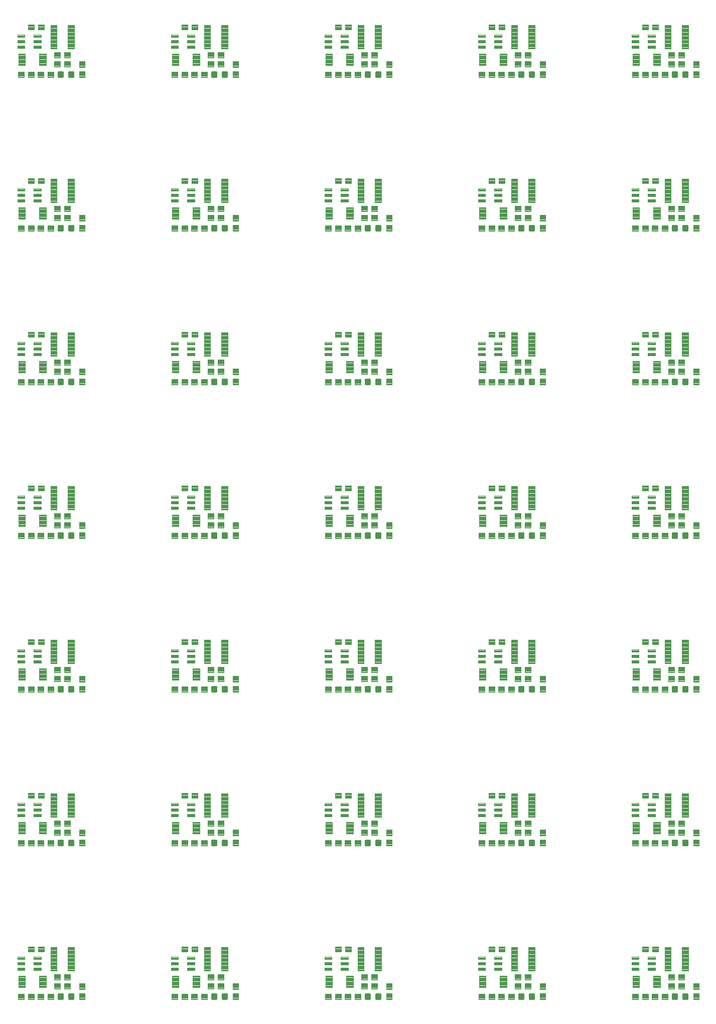
<source format=gtp>
G04 EAGLE Gerber RS-274X export*
G75*
%MOMM*%
%FSLAX34Y34*%
%LPD*%
%INSolderpaste Top*%
%IPPOS*%
%AMOC8*
5,1,8,0,0,1.08239X$1,22.5*%
G01*
%ADD10C,0.100000*%
%ADD11C,0.102869*%
%ADD12C,0.099000*%
%ADD13C,0.101600*%
%ADD14C,0.300000*%


D10*
X89210Y180920D02*
X79210Y180920D01*
X79210Y189920D01*
X89210Y189920D01*
X89210Y180920D01*
X89210Y181870D02*
X79210Y181870D01*
X79210Y182820D02*
X89210Y182820D01*
X89210Y183770D02*
X79210Y183770D01*
X79210Y184720D02*
X89210Y184720D01*
X89210Y185670D02*
X79210Y185670D01*
X79210Y186620D02*
X89210Y186620D01*
X89210Y187570D02*
X79210Y187570D01*
X79210Y188520D02*
X89210Y188520D01*
X89210Y189470D02*
X79210Y189470D01*
X96210Y180920D02*
X106210Y180920D01*
X96210Y180920D02*
X96210Y189920D01*
X106210Y189920D01*
X106210Y180920D01*
X106210Y181870D02*
X96210Y181870D01*
X96210Y182820D02*
X106210Y182820D01*
X106210Y183770D02*
X96210Y183770D01*
X96210Y184720D02*
X106210Y184720D01*
X106210Y185670D02*
X96210Y185670D01*
X96210Y186620D02*
X106210Y186620D01*
X106210Y187570D02*
X96210Y187570D01*
X96210Y188520D02*
X106210Y188520D01*
X106210Y189470D02*
X96210Y189470D01*
X140660Y127690D02*
X150660Y127690D01*
X150660Y118690D01*
X140660Y118690D01*
X140660Y127690D01*
X140660Y119640D02*
X150660Y119640D01*
X150660Y120590D02*
X140660Y120590D01*
X140660Y121540D02*
X150660Y121540D01*
X150660Y122490D02*
X140660Y122490D01*
X140660Y123440D02*
X150660Y123440D01*
X150660Y124390D02*
X140660Y124390D01*
X140660Y125340D02*
X150660Y125340D01*
X150660Y126290D02*
X140660Y126290D01*
X140660Y127240D02*
X150660Y127240D01*
X133660Y127690D02*
X123660Y127690D01*
X133660Y127690D02*
X133660Y118690D01*
X123660Y118690D01*
X123660Y127690D01*
X123660Y119640D02*
X133660Y119640D01*
X133660Y120590D02*
X123660Y120590D01*
X123660Y121540D02*
X133660Y121540D01*
X133660Y122490D02*
X123660Y122490D01*
X123660Y123440D02*
X133660Y123440D01*
X133660Y124390D02*
X123660Y124390D01*
X123660Y125340D02*
X133660Y125340D01*
X133660Y126290D02*
X123660Y126290D01*
X123660Y127240D02*
X133660Y127240D01*
X140660Y142930D02*
X150660Y142930D01*
X150660Y133930D01*
X140660Y133930D01*
X140660Y142930D01*
X140660Y134880D02*
X150660Y134880D01*
X150660Y135830D02*
X140660Y135830D01*
X140660Y136780D02*
X150660Y136780D01*
X150660Y137730D02*
X140660Y137730D01*
X140660Y138680D02*
X150660Y138680D01*
X150660Y139630D02*
X140660Y139630D01*
X140660Y140580D02*
X150660Y140580D01*
X150660Y141530D02*
X140660Y141530D01*
X140660Y142480D02*
X150660Y142480D01*
X133660Y142930D02*
X123660Y142930D01*
X133660Y142930D02*
X133660Y133930D01*
X123660Y133930D01*
X123660Y142930D01*
X123660Y134880D02*
X133660Y134880D01*
X133660Y135830D02*
X123660Y135830D01*
X123660Y136780D02*
X133660Y136780D01*
X133660Y137730D02*
X123660Y137730D01*
X123660Y138680D02*
X133660Y138680D01*
X133660Y139630D02*
X123660Y139630D01*
X123660Y140580D02*
X133660Y140580D01*
X133660Y141530D02*
X123660Y141530D01*
X123660Y142480D02*
X133660Y142480D01*
D11*
X127629Y148977D02*
X127629Y188843D01*
X127629Y148977D02*
X117227Y148977D01*
X117227Y188843D01*
X127629Y188843D01*
X127629Y149955D02*
X117227Y149955D01*
X117227Y150933D02*
X127629Y150933D01*
X127629Y151911D02*
X117227Y151911D01*
X117227Y152889D02*
X127629Y152889D01*
X127629Y153867D02*
X117227Y153867D01*
X117227Y154845D02*
X127629Y154845D01*
X127629Y155823D02*
X117227Y155823D01*
X117227Y156801D02*
X127629Y156801D01*
X127629Y157779D02*
X117227Y157779D01*
X117227Y158757D02*
X127629Y158757D01*
X127629Y159735D02*
X117227Y159735D01*
X117227Y160713D02*
X127629Y160713D01*
X127629Y161691D02*
X117227Y161691D01*
X117227Y162669D02*
X127629Y162669D01*
X127629Y163647D02*
X117227Y163647D01*
X117227Y164625D02*
X127629Y164625D01*
X127629Y165603D02*
X117227Y165603D01*
X117227Y166581D02*
X127629Y166581D01*
X127629Y167559D02*
X117227Y167559D01*
X117227Y168537D02*
X127629Y168537D01*
X127629Y169515D02*
X117227Y169515D01*
X117227Y170493D02*
X127629Y170493D01*
X127629Y171471D02*
X117227Y171471D01*
X117227Y172449D02*
X127629Y172449D01*
X127629Y173427D02*
X117227Y173427D01*
X117227Y174405D02*
X127629Y174405D01*
X127629Y175383D02*
X117227Y175383D01*
X117227Y176361D02*
X127629Y176361D01*
X127629Y177339D02*
X117227Y177339D01*
X117227Y178317D02*
X127629Y178317D01*
X127629Y179295D02*
X117227Y179295D01*
X117227Y180273D02*
X127629Y180273D01*
X127629Y181251D02*
X117227Y181251D01*
X117227Y182229D02*
X127629Y182229D01*
X127629Y183207D02*
X117227Y183207D01*
X117227Y184185D02*
X127629Y184185D01*
X127629Y185163D02*
X117227Y185163D01*
X117227Y186141D02*
X127629Y186141D01*
X127629Y187119D02*
X117227Y187119D01*
X117227Y188097D02*
X127629Y188097D01*
X157093Y188843D02*
X157093Y148977D01*
X146691Y148977D01*
X146691Y188843D01*
X157093Y188843D01*
X157093Y149955D02*
X146691Y149955D01*
X146691Y150933D02*
X157093Y150933D01*
X157093Y151911D02*
X146691Y151911D01*
X146691Y152889D02*
X157093Y152889D01*
X157093Y153867D02*
X146691Y153867D01*
X146691Y154845D02*
X157093Y154845D01*
X157093Y155823D02*
X146691Y155823D01*
X146691Y156801D02*
X157093Y156801D01*
X157093Y157779D02*
X146691Y157779D01*
X146691Y158757D02*
X157093Y158757D01*
X157093Y159735D02*
X146691Y159735D01*
X146691Y160713D02*
X157093Y160713D01*
X157093Y161691D02*
X146691Y161691D01*
X146691Y162669D02*
X157093Y162669D01*
X157093Y163647D02*
X146691Y163647D01*
X146691Y164625D02*
X157093Y164625D01*
X157093Y165603D02*
X146691Y165603D01*
X146691Y166581D02*
X157093Y166581D01*
X157093Y167559D02*
X146691Y167559D01*
X146691Y168537D02*
X157093Y168537D01*
X157093Y169515D02*
X146691Y169515D01*
X146691Y170493D02*
X157093Y170493D01*
X157093Y171471D02*
X146691Y171471D01*
X146691Y172449D02*
X157093Y172449D01*
X157093Y173427D02*
X146691Y173427D01*
X146691Y174405D02*
X157093Y174405D01*
X157093Y175383D02*
X146691Y175383D01*
X146691Y176361D02*
X157093Y176361D01*
X157093Y177339D02*
X146691Y177339D01*
X146691Y178317D02*
X157093Y178317D01*
X157093Y179295D02*
X146691Y179295D01*
X146691Y180273D02*
X157093Y180273D01*
X157093Y181251D02*
X146691Y181251D01*
X146691Y182229D02*
X157093Y182229D01*
X157093Y183207D02*
X146691Y183207D01*
X146691Y184185D02*
X157093Y184185D01*
X157093Y185163D02*
X146691Y185163D01*
X146691Y186141D02*
X157093Y186141D01*
X157093Y187119D02*
X146691Y187119D01*
X146691Y188097D02*
X157093Y188097D01*
D12*
X61274Y173045D02*
X61274Y168535D01*
X61274Y173045D02*
X73784Y173045D01*
X73784Y168535D01*
X61274Y168535D01*
X61274Y169475D02*
X73784Y169475D01*
X73784Y170415D02*
X61274Y170415D01*
X61274Y171355D02*
X73784Y171355D01*
X73784Y172295D02*
X61274Y172295D01*
X61274Y163545D02*
X61274Y159035D01*
X61274Y163545D02*
X73784Y163545D01*
X73784Y159035D01*
X61274Y159035D01*
X61274Y159975D02*
X73784Y159975D01*
X73784Y160915D02*
X61274Y160915D01*
X61274Y161855D02*
X73784Y161855D01*
X73784Y162795D02*
X61274Y162795D01*
X61274Y154045D02*
X61274Y149535D01*
X61274Y154045D02*
X73784Y154045D01*
X73784Y149535D01*
X61274Y149535D01*
X61274Y150475D02*
X73784Y150475D01*
X73784Y151415D02*
X61274Y151415D01*
X61274Y152355D02*
X73784Y152355D01*
X73784Y153295D02*
X61274Y153295D01*
X88776Y154045D02*
X88776Y149535D01*
X88776Y154045D02*
X101286Y154045D01*
X101286Y149535D01*
X88776Y149535D01*
X88776Y150475D02*
X101286Y150475D01*
X101286Y151415D02*
X88776Y151415D01*
X88776Y152355D02*
X101286Y152355D01*
X101286Y153295D02*
X88776Y153295D01*
X88776Y159035D02*
X88776Y163545D01*
X101286Y163545D01*
X101286Y159035D01*
X88776Y159035D01*
X88776Y159975D02*
X101286Y159975D01*
X101286Y160915D02*
X88776Y160915D01*
X88776Y161855D02*
X101286Y161855D01*
X101286Y162795D02*
X88776Y162795D01*
X88776Y168535D02*
X88776Y173045D01*
X101286Y173045D01*
X101286Y168535D01*
X88776Y168535D01*
X88776Y169475D02*
X101286Y169475D01*
X101286Y170415D02*
X88776Y170415D01*
X88776Y171355D02*
X101286Y171355D01*
X101286Y172295D02*
X88776Y172295D01*
D13*
X74652Y121018D02*
X62968Y121018D01*
X62968Y140602D01*
X74652Y140602D01*
X74652Y121018D01*
X74652Y121983D02*
X62968Y121983D01*
X62968Y122948D02*
X74652Y122948D01*
X74652Y123913D02*
X62968Y123913D01*
X62968Y124878D02*
X74652Y124878D01*
X74652Y125843D02*
X62968Y125843D01*
X62968Y126808D02*
X74652Y126808D01*
X74652Y127773D02*
X62968Y127773D01*
X62968Y128738D02*
X74652Y128738D01*
X74652Y129703D02*
X62968Y129703D01*
X62968Y130668D02*
X74652Y130668D01*
X74652Y131633D02*
X62968Y131633D01*
X62968Y132598D02*
X74652Y132598D01*
X74652Y133563D02*
X62968Y133563D01*
X62968Y134528D02*
X74652Y134528D01*
X74652Y135493D02*
X62968Y135493D01*
X62968Y136458D02*
X74652Y136458D01*
X74652Y137423D02*
X62968Y137423D01*
X62968Y138388D02*
X74652Y138388D01*
X74652Y139353D02*
X62968Y139353D01*
X62968Y140318D02*
X74652Y140318D01*
X98068Y121018D02*
X109752Y121018D01*
X98068Y121018D02*
X98068Y140602D01*
X109752Y140602D01*
X109752Y121018D01*
X109752Y121983D02*
X98068Y121983D01*
X98068Y122948D02*
X109752Y122948D01*
X109752Y123913D02*
X98068Y123913D01*
X98068Y124878D02*
X109752Y124878D01*
X109752Y125843D02*
X98068Y125843D01*
X98068Y126808D02*
X109752Y126808D01*
X109752Y127773D02*
X98068Y127773D01*
X98068Y128738D02*
X109752Y128738D01*
X109752Y129703D02*
X98068Y129703D01*
X98068Y130668D02*
X109752Y130668D01*
X109752Y131633D02*
X98068Y131633D01*
X98068Y132598D02*
X109752Y132598D01*
X109752Y133563D02*
X98068Y133563D01*
X98068Y134528D02*
X109752Y134528D01*
X109752Y135493D02*
X98068Y135493D01*
X98068Y136458D02*
X109752Y136458D01*
X109752Y137423D02*
X98068Y137423D01*
X98068Y138388D02*
X109752Y138388D01*
X109752Y139353D02*
X98068Y139353D01*
X98068Y140318D02*
X109752Y140318D01*
D10*
X89700Y109910D02*
X79700Y109910D01*
X89700Y109910D02*
X89700Y100910D01*
X79700Y100910D01*
X79700Y109910D01*
X79700Y101860D02*
X89700Y101860D01*
X89700Y102810D02*
X79700Y102810D01*
X79700Y103760D02*
X89700Y103760D01*
X89700Y104710D02*
X79700Y104710D01*
X79700Y105660D02*
X89700Y105660D01*
X89700Y106610D02*
X79700Y106610D01*
X79700Y107560D02*
X89700Y107560D01*
X89700Y108510D02*
X79700Y108510D01*
X79700Y109460D02*
X89700Y109460D01*
X72700Y109910D02*
X62700Y109910D01*
X72700Y109910D02*
X72700Y100910D01*
X62700Y100910D01*
X62700Y109910D01*
X62700Y101860D02*
X72700Y101860D01*
X72700Y102810D02*
X62700Y102810D01*
X62700Y103760D02*
X72700Y103760D01*
X72700Y104710D02*
X62700Y104710D01*
X62700Y105660D02*
X72700Y105660D01*
X72700Y106610D02*
X62700Y106610D01*
X62700Y107560D02*
X72700Y107560D01*
X72700Y108510D02*
X62700Y108510D01*
X62700Y109460D02*
X72700Y109460D01*
X112720Y109910D02*
X122720Y109910D01*
X122720Y100910D01*
X112720Y100910D01*
X112720Y109910D01*
X112720Y101860D02*
X122720Y101860D01*
X122720Y102810D02*
X112720Y102810D01*
X112720Y103760D02*
X122720Y103760D01*
X122720Y104710D02*
X112720Y104710D01*
X112720Y105660D02*
X122720Y105660D01*
X122720Y106610D02*
X112720Y106610D01*
X112720Y107560D02*
X122720Y107560D01*
X122720Y108510D02*
X112720Y108510D01*
X112720Y109460D02*
X122720Y109460D01*
X105720Y109910D02*
X95720Y109910D01*
X105720Y109910D02*
X105720Y100910D01*
X95720Y100910D01*
X95720Y109910D01*
X95720Y101860D02*
X105720Y101860D01*
X105720Y102810D02*
X95720Y102810D01*
X95720Y103760D02*
X105720Y103760D01*
X105720Y104710D02*
X95720Y104710D01*
X95720Y105660D02*
X105720Y105660D01*
X105720Y106610D02*
X95720Y106610D01*
X95720Y107560D02*
X105720Y107560D01*
X105720Y108510D02*
X95720Y108510D01*
X95720Y109460D02*
X105720Y109460D01*
X174680Y110800D02*
X174680Y100800D01*
X165680Y100800D01*
X165680Y110800D01*
X174680Y110800D01*
X174680Y101750D02*
X165680Y101750D01*
X165680Y102700D02*
X174680Y102700D01*
X174680Y103650D02*
X165680Y103650D01*
X165680Y104600D02*
X174680Y104600D01*
X174680Y105550D02*
X165680Y105550D01*
X165680Y106500D02*
X174680Y106500D01*
X174680Y107450D02*
X165680Y107450D01*
X165680Y108400D02*
X174680Y108400D01*
X174680Y109350D02*
X165680Y109350D01*
X165680Y110300D02*
X174680Y110300D01*
X174680Y117800D02*
X174680Y127800D01*
X174680Y117800D02*
X165680Y117800D01*
X165680Y127800D01*
X174680Y127800D01*
X174680Y118750D02*
X165680Y118750D01*
X165680Y119700D02*
X174680Y119700D01*
X174680Y120650D02*
X165680Y120650D01*
X165680Y121600D02*
X174680Y121600D01*
X174680Y122550D02*
X165680Y122550D01*
X165680Y123500D02*
X174680Y123500D01*
X174680Y124450D02*
X165680Y124450D01*
X165680Y125400D02*
X174680Y125400D01*
X174680Y126350D02*
X165680Y126350D01*
X165680Y127300D02*
X174680Y127300D01*
D14*
X138240Y108910D02*
X138240Y101910D01*
X131240Y101910D01*
X131240Y108910D01*
X138240Y108910D01*
X138240Y104760D02*
X131240Y104760D01*
X131240Y107610D02*
X138240Y107610D01*
X155780Y108910D02*
X155780Y101910D01*
X148780Y101910D01*
X148780Y108910D01*
X155780Y108910D01*
X155780Y104760D02*
X148780Y104760D01*
X148780Y107610D02*
X155780Y107610D01*
D10*
X338290Y180920D02*
X348290Y180920D01*
X338290Y180920D02*
X338290Y189920D01*
X348290Y189920D01*
X348290Y180920D01*
X348290Y181870D02*
X338290Y181870D01*
X338290Y182820D02*
X348290Y182820D01*
X348290Y183770D02*
X338290Y183770D01*
X338290Y184720D02*
X348290Y184720D01*
X348290Y185670D02*
X338290Y185670D01*
X338290Y186620D02*
X348290Y186620D01*
X348290Y187570D02*
X338290Y187570D01*
X338290Y188520D02*
X348290Y188520D01*
X348290Y189470D02*
X338290Y189470D01*
X355290Y180920D02*
X365290Y180920D01*
X355290Y180920D02*
X355290Y189920D01*
X365290Y189920D01*
X365290Y180920D01*
X365290Y181870D02*
X355290Y181870D01*
X355290Y182820D02*
X365290Y182820D01*
X365290Y183770D02*
X355290Y183770D01*
X355290Y184720D02*
X365290Y184720D01*
X365290Y185670D02*
X355290Y185670D01*
X355290Y186620D02*
X365290Y186620D01*
X365290Y187570D02*
X355290Y187570D01*
X355290Y188520D02*
X365290Y188520D01*
X365290Y189470D02*
X355290Y189470D01*
X399740Y127690D02*
X409740Y127690D01*
X409740Y118690D01*
X399740Y118690D01*
X399740Y127690D01*
X399740Y119640D02*
X409740Y119640D01*
X409740Y120590D02*
X399740Y120590D01*
X399740Y121540D02*
X409740Y121540D01*
X409740Y122490D02*
X399740Y122490D01*
X399740Y123440D02*
X409740Y123440D01*
X409740Y124390D02*
X399740Y124390D01*
X399740Y125340D02*
X409740Y125340D01*
X409740Y126290D02*
X399740Y126290D01*
X399740Y127240D02*
X409740Y127240D01*
X392740Y127690D02*
X382740Y127690D01*
X392740Y127690D02*
X392740Y118690D01*
X382740Y118690D01*
X382740Y127690D01*
X382740Y119640D02*
X392740Y119640D01*
X392740Y120590D02*
X382740Y120590D01*
X382740Y121540D02*
X392740Y121540D01*
X392740Y122490D02*
X382740Y122490D01*
X382740Y123440D02*
X392740Y123440D01*
X392740Y124390D02*
X382740Y124390D01*
X382740Y125340D02*
X392740Y125340D01*
X392740Y126290D02*
X382740Y126290D01*
X382740Y127240D02*
X392740Y127240D01*
X399740Y142930D02*
X409740Y142930D01*
X409740Y133930D01*
X399740Y133930D01*
X399740Y142930D01*
X399740Y134880D02*
X409740Y134880D01*
X409740Y135830D02*
X399740Y135830D01*
X399740Y136780D02*
X409740Y136780D01*
X409740Y137730D02*
X399740Y137730D01*
X399740Y138680D02*
X409740Y138680D01*
X409740Y139630D02*
X399740Y139630D01*
X399740Y140580D02*
X409740Y140580D01*
X409740Y141530D02*
X399740Y141530D01*
X399740Y142480D02*
X409740Y142480D01*
X392740Y142930D02*
X382740Y142930D01*
X392740Y142930D02*
X392740Y133930D01*
X382740Y133930D01*
X382740Y142930D01*
X382740Y134880D02*
X392740Y134880D01*
X392740Y135830D02*
X382740Y135830D01*
X382740Y136780D02*
X392740Y136780D01*
X392740Y137730D02*
X382740Y137730D01*
X382740Y138680D02*
X392740Y138680D01*
X392740Y139630D02*
X382740Y139630D01*
X382740Y140580D02*
X392740Y140580D01*
X392740Y141530D02*
X382740Y141530D01*
X382740Y142480D02*
X392740Y142480D01*
D11*
X386709Y148977D02*
X386709Y188843D01*
X386709Y148977D02*
X376307Y148977D01*
X376307Y188843D01*
X386709Y188843D01*
X386709Y149955D02*
X376307Y149955D01*
X376307Y150933D02*
X386709Y150933D01*
X386709Y151911D02*
X376307Y151911D01*
X376307Y152889D02*
X386709Y152889D01*
X386709Y153867D02*
X376307Y153867D01*
X376307Y154845D02*
X386709Y154845D01*
X386709Y155823D02*
X376307Y155823D01*
X376307Y156801D02*
X386709Y156801D01*
X386709Y157779D02*
X376307Y157779D01*
X376307Y158757D02*
X386709Y158757D01*
X386709Y159735D02*
X376307Y159735D01*
X376307Y160713D02*
X386709Y160713D01*
X386709Y161691D02*
X376307Y161691D01*
X376307Y162669D02*
X386709Y162669D01*
X386709Y163647D02*
X376307Y163647D01*
X376307Y164625D02*
X386709Y164625D01*
X386709Y165603D02*
X376307Y165603D01*
X376307Y166581D02*
X386709Y166581D01*
X386709Y167559D02*
X376307Y167559D01*
X376307Y168537D02*
X386709Y168537D01*
X386709Y169515D02*
X376307Y169515D01*
X376307Y170493D02*
X386709Y170493D01*
X386709Y171471D02*
X376307Y171471D01*
X376307Y172449D02*
X386709Y172449D01*
X386709Y173427D02*
X376307Y173427D01*
X376307Y174405D02*
X386709Y174405D01*
X386709Y175383D02*
X376307Y175383D01*
X376307Y176361D02*
X386709Y176361D01*
X386709Y177339D02*
X376307Y177339D01*
X376307Y178317D02*
X386709Y178317D01*
X386709Y179295D02*
X376307Y179295D01*
X376307Y180273D02*
X386709Y180273D01*
X386709Y181251D02*
X376307Y181251D01*
X376307Y182229D02*
X386709Y182229D01*
X386709Y183207D02*
X376307Y183207D01*
X376307Y184185D02*
X386709Y184185D01*
X386709Y185163D02*
X376307Y185163D01*
X376307Y186141D02*
X386709Y186141D01*
X386709Y187119D02*
X376307Y187119D01*
X376307Y188097D02*
X386709Y188097D01*
X416173Y188843D02*
X416173Y148977D01*
X405771Y148977D01*
X405771Y188843D01*
X416173Y188843D01*
X416173Y149955D02*
X405771Y149955D01*
X405771Y150933D02*
X416173Y150933D01*
X416173Y151911D02*
X405771Y151911D01*
X405771Y152889D02*
X416173Y152889D01*
X416173Y153867D02*
X405771Y153867D01*
X405771Y154845D02*
X416173Y154845D01*
X416173Y155823D02*
X405771Y155823D01*
X405771Y156801D02*
X416173Y156801D01*
X416173Y157779D02*
X405771Y157779D01*
X405771Y158757D02*
X416173Y158757D01*
X416173Y159735D02*
X405771Y159735D01*
X405771Y160713D02*
X416173Y160713D01*
X416173Y161691D02*
X405771Y161691D01*
X405771Y162669D02*
X416173Y162669D01*
X416173Y163647D02*
X405771Y163647D01*
X405771Y164625D02*
X416173Y164625D01*
X416173Y165603D02*
X405771Y165603D01*
X405771Y166581D02*
X416173Y166581D01*
X416173Y167559D02*
X405771Y167559D01*
X405771Y168537D02*
X416173Y168537D01*
X416173Y169515D02*
X405771Y169515D01*
X405771Y170493D02*
X416173Y170493D01*
X416173Y171471D02*
X405771Y171471D01*
X405771Y172449D02*
X416173Y172449D01*
X416173Y173427D02*
X405771Y173427D01*
X405771Y174405D02*
X416173Y174405D01*
X416173Y175383D02*
X405771Y175383D01*
X405771Y176361D02*
X416173Y176361D01*
X416173Y177339D02*
X405771Y177339D01*
X405771Y178317D02*
X416173Y178317D01*
X416173Y179295D02*
X405771Y179295D01*
X405771Y180273D02*
X416173Y180273D01*
X416173Y181251D02*
X405771Y181251D01*
X405771Y182229D02*
X416173Y182229D01*
X416173Y183207D02*
X405771Y183207D01*
X405771Y184185D02*
X416173Y184185D01*
X416173Y185163D02*
X405771Y185163D01*
X405771Y186141D02*
X416173Y186141D01*
X416173Y187119D02*
X405771Y187119D01*
X405771Y188097D02*
X416173Y188097D01*
D12*
X320354Y173045D02*
X320354Y168535D01*
X320354Y173045D02*
X332864Y173045D01*
X332864Y168535D01*
X320354Y168535D01*
X320354Y169475D02*
X332864Y169475D01*
X332864Y170415D02*
X320354Y170415D01*
X320354Y171355D02*
X332864Y171355D01*
X332864Y172295D02*
X320354Y172295D01*
X320354Y163545D02*
X320354Y159035D01*
X320354Y163545D02*
X332864Y163545D01*
X332864Y159035D01*
X320354Y159035D01*
X320354Y159975D02*
X332864Y159975D01*
X332864Y160915D02*
X320354Y160915D01*
X320354Y161855D02*
X332864Y161855D01*
X332864Y162795D02*
X320354Y162795D01*
X320354Y154045D02*
X320354Y149535D01*
X320354Y154045D02*
X332864Y154045D01*
X332864Y149535D01*
X320354Y149535D01*
X320354Y150475D02*
X332864Y150475D01*
X332864Y151415D02*
X320354Y151415D01*
X320354Y152355D02*
X332864Y152355D01*
X332864Y153295D02*
X320354Y153295D01*
X347856Y154045D02*
X347856Y149535D01*
X347856Y154045D02*
X360366Y154045D01*
X360366Y149535D01*
X347856Y149535D01*
X347856Y150475D02*
X360366Y150475D01*
X360366Y151415D02*
X347856Y151415D01*
X347856Y152355D02*
X360366Y152355D01*
X360366Y153295D02*
X347856Y153295D01*
X347856Y159035D02*
X347856Y163545D01*
X360366Y163545D01*
X360366Y159035D01*
X347856Y159035D01*
X347856Y159975D02*
X360366Y159975D01*
X360366Y160915D02*
X347856Y160915D01*
X347856Y161855D02*
X360366Y161855D01*
X360366Y162795D02*
X347856Y162795D01*
X347856Y168535D02*
X347856Y173045D01*
X360366Y173045D01*
X360366Y168535D01*
X347856Y168535D01*
X347856Y169475D02*
X360366Y169475D01*
X360366Y170415D02*
X347856Y170415D01*
X347856Y171355D02*
X360366Y171355D01*
X360366Y172295D02*
X347856Y172295D01*
D13*
X333732Y121018D02*
X322048Y121018D01*
X322048Y140602D01*
X333732Y140602D01*
X333732Y121018D01*
X333732Y121983D02*
X322048Y121983D01*
X322048Y122948D02*
X333732Y122948D01*
X333732Y123913D02*
X322048Y123913D01*
X322048Y124878D02*
X333732Y124878D01*
X333732Y125843D02*
X322048Y125843D01*
X322048Y126808D02*
X333732Y126808D01*
X333732Y127773D02*
X322048Y127773D01*
X322048Y128738D02*
X333732Y128738D01*
X333732Y129703D02*
X322048Y129703D01*
X322048Y130668D02*
X333732Y130668D01*
X333732Y131633D02*
X322048Y131633D01*
X322048Y132598D02*
X333732Y132598D01*
X333732Y133563D02*
X322048Y133563D01*
X322048Y134528D02*
X333732Y134528D01*
X333732Y135493D02*
X322048Y135493D01*
X322048Y136458D02*
X333732Y136458D01*
X333732Y137423D02*
X322048Y137423D01*
X322048Y138388D02*
X333732Y138388D01*
X333732Y139353D02*
X322048Y139353D01*
X322048Y140318D02*
X333732Y140318D01*
X357148Y121018D02*
X368832Y121018D01*
X357148Y121018D02*
X357148Y140602D01*
X368832Y140602D01*
X368832Y121018D01*
X368832Y121983D02*
X357148Y121983D01*
X357148Y122948D02*
X368832Y122948D01*
X368832Y123913D02*
X357148Y123913D01*
X357148Y124878D02*
X368832Y124878D01*
X368832Y125843D02*
X357148Y125843D01*
X357148Y126808D02*
X368832Y126808D01*
X368832Y127773D02*
X357148Y127773D01*
X357148Y128738D02*
X368832Y128738D01*
X368832Y129703D02*
X357148Y129703D01*
X357148Y130668D02*
X368832Y130668D01*
X368832Y131633D02*
X357148Y131633D01*
X357148Y132598D02*
X368832Y132598D01*
X368832Y133563D02*
X357148Y133563D01*
X357148Y134528D02*
X368832Y134528D01*
X368832Y135493D02*
X357148Y135493D01*
X357148Y136458D02*
X368832Y136458D01*
X368832Y137423D02*
X357148Y137423D01*
X357148Y138388D02*
X368832Y138388D01*
X368832Y139353D02*
X357148Y139353D01*
X357148Y140318D02*
X368832Y140318D01*
D10*
X348780Y109910D02*
X338780Y109910D01*
X348780Y109910D02*
X348780Y100910D01*
X338780Y100910D01*
X338780Y109910D01*
X338780Y101860D02*
X348780Y101860D01*
X348780Y102810D02*
X338780Y102810D01*
X338780Y103760D02*
X348780Y103760D01*
X348780Y104710D02*
X338780Y104710D01*
X338780Y105660D02*
X348780Y105660D01*
X348780Y106610D02*
X338780Y106610D01*
X338780Y107560D02*
X348780Y107560D01*
X348780Y108510D02*
X338780Y108510D01*
X338780Y109460D02*
X348780Y109460D01*
X331780Y109910D02*
X321780Y109910D01*
X331780Y109910D02*
X331780Y100910D01*
X321780Y100910D01*
X321780Y109910D01*
X321780Y101860D02*
X331780Y101860D01*
X331780Y102810D02*
X321780Y102810D01*
X321780Y103760D02*
X331780Y103760D01*
X331780Y104710D02*
X321780Y104710D01*
X321780Y105660D02*
X331780Y105660D01*
X331780Y106610D02*
X321780Y106610D01*
X321780Y107560D02*
X331780Y107560D01*
X331780Y108510D02*
X321780Y108510D01*
X321780Y109460D02*
X331780Y109460D01*
X371800Y109910D02*
X381800Y109910D01*
X381800Y100910D01*
X371800Y100910D01*
X371800Y109910D01*
X371800Y101860D02*
X381800Y101860D01*
X381800Y102810D02*
X371800Y102810D01*
X371800Y103760D02*
X381800Y103760D01*
X381800Y104710D02*
X371800Y104710D01*
X371800Y105660D02*
X381800Y105660D01*
X381800Y106610D02*
X371800Y106610D01*
X371800Y107560D02*
X381800Y107560D01*
X381800Y108510D02*
X371800Y108510D01*
X371800Y109460D02*
X381800Y109460D01*
X364800Y109910D02*
X354800Y109910D01*
X364800Y109910D02*
X364800Y100910D01*
X354800Y100910D01*
X354800Y109910D01*
X354800Y101860D02*
X364800Y101860D01*
X364800Y102810D02*
X354800Y102810D01*
X354800Y103760D02*
X364800Y103760D01*
X364800Y104710D02*
X354800Y104710D01*
X354800Y105660D02*
X364800Y105660D01*
X364800Y106610D02*
X354800Y106610D01*
X354800Y107560D02*
X364800Y107560D01*
X364800Y108510D02*
X354800Y108510D01*
X354800Y109460D02*
X364800Y109460D01*
X433760Y110800D02*
X433760Y100800D01*
X424760Y100800D01*
X424760Y110800D01*
X433760Y110800D01*
X433760Y101750D02*
X424760Y101750D01*
X424760Y102700D02*
X433760Y102700D01*
X433760Y103650D02*
X424760Y103650D01*
X424760Y104600D02*
X433760Y104600D01*
X433760Y105550D02*
X424760Y105550D01*
X424760Y106500D02*
X433760Y106500D01*
X433760Y107450D02*
X424760Y107450D01*
X424760Y108400D02*
X433760Y108400D01*
X433760Y109350D02*
X424760Y109350D01*
X424760Y110300D02*
X433760Y110300D01*
X433760Y117800D02*
X433760Y127800D01*
X433760Y117800D02*
X424760Y117800D01*
X424760Y127800D01*
X433760Y127800D01*
X433760Y118750D02*
X424760Y118750D01*
X424760Y119700D02*
X433760Y119700D01*
X433760Y120650D02*
X424760Y120650D01*
X424760Y121600D02*
X433760Y121600D01*
X433760Y122550D02*
X424760Y122550D01*
X424760Y123500D02*
X433760Y123500D01*
X433760Y124450D02*
X424760Y124450D01*
X424760Y125400D02*
X433760Y125400D01*
X433760Y126350D02*
X424760Y126350D01*
X424760Y127300D02*
X433760Y127300D01*
D14*
X397320Y108910D02*
X397320Y101910D01*
X390320Y101910D01*
X390320Y108910D01*
X397320Y108910D01*
X397320Y104760D02*
X390320Y104760D01*
X390320Y107610D02*
X397320Y107610D01*
X414860Y108910D02*
X414860Y101910D01*
X407860Y101910D01*
X407860Y108910D01*
X414860Y108910D01*
X414860Y104760D02*
X407860Y104760D01*
X407860Y107610D02*
X414860Y107610D01*
D10*
X597370Y180920D02*
X607370Y180920D01*
X597370Y180920D02*
X597370Y189920D01*
X607370Y189920D01*
X607370Y180920D01*
X607370Y181870D02*
X597370Y181870D01*
X597370Y182820D02*
X607370Y182820D01*
X607370Y183770D02*
X597370Y183770D01*
X597370Y184720D02*
X607370Y184720D01*
X607370Y185670D02*
X597370Y185670D01*
X597370Y186620D02*
X607370Y186620D01*
X607370Y187570D02*
X597370Y187570D01*
X597370Y188520D02*
X607370Y188520D01*
X607370Y189470D02*
X597370Y189470D01*
X614370Y180920D02*
X624370Y180920D01*
X614370Y180920D02*
X614370Y189920D01*
X624370Y189920D01*
X624370Y180920D01*
X624370Y181870D02*
X614370Y181870D01*
X614370Y182820D02*
X624370Y182820D01*
X624370Y183770D02*
X614370Y183770D01*
X614370Y184720D02*
X624370Y184720D01*
X624370Y185670D02*
X614370Y185670D01*
X614370Y186620D02*
X624370Y186620D01*
X624370Y187570D02*
X614370Y187570D01*
X614370Y188520D02*
X624370Y188520D01*
X624370Y189470D02*
X614370Y189470D01*
X658820Y127690D02*
X668820Y127690D01*
X668820Y118690D01*
X658820Y118690D01*
X658820Y127690D01*
X658820Y119640D02*
X668820Y119640D01*
X668820Y120590D02*
X658820Y120590D01*
X658820Y121540D02*
X668820Y121540D01*
X668820Y122490D02*
X658820Y122490D01*
X658820Y123440D02*
X668820Y123440D01*
X668820Y124390D02*
X658820Y124390D01*
X658820Y125340D02*
X668820Y125340D01*
X668820Y126290D02*
X658820Y126290D01*
X658820Y127240D02*
X668820Y127240D01*
X651820Y127690D02*
X641820Y127690D01*
X651820Y127690D02*
X651820Y118690D01*
X641820Y118690D01*
X641820Y127690D01*
X641820Y119640D02*
X651820Y119640D01*
X651820Y120590D02*
X641820Y120590D01*
X641820Y121540D02*
X651820Y121540D01*
X651820Y122490D02*
X641820Y122490D01*
X641820Y123440D02*
X651820Y123440D01*
X651820Y124390D02*
X641820Y124390D01*
X641820Y125340D02*
X651820Y125340D01*
X651820Y126290D02*
X641820Y126290D01*
X641820Y127240D02*
X651820Y127240D01*
X658820Y142930D02*
X668820Y142930D01*
X668820Y133930D01*
X658820Y133930D01*
X658820Y142930D01*
X658820Y134880D02*
X668820Y134880D01*
X668820Y135830D02*
X658820Y135830D01*
X658820Y136780D02*
X668820Y136780D01*
X668820Y137730D02*
X658820Y137730D01*
X658820Y138680D02*
X668820Y138680D01*
X668820Y139630D02*
X658820Y139630D01*
X658820Y140580D02*
X668820Y140580D01*
X668820Y141530D02*
X658820Y141530D01*
X658820Y142480D02*
X668820Y142480D01*
X651820Y142930D02*
X641820Y142930D01*
X651820Y142930D02*
X651820Y133930D01*
X641820Y133930D01*
X641820Y142930D01*
X641820Y134880D02*
X651820Y134880D01*
X651820Y135830D02*
X641820Y135830D01*
X641820Y136780D02*
X651820Y136780D01*
X651820Y137730D02*
X641820Y137730D01*
X641820Y138680D02*
X651820Y138680D01*
X651820Y139630D02*
X641820Y139630D01*
X641820Y140580D02*
X651820Y140580D01*
X651820Y141530D02*
X641820Y141530D01*
X641820Y142480D02*
X651820Y142480D01*
D11*
X645789Y148977D02*
X645789Y188843D01*
X645789Y148977D02*
X635387Y148977D01*
X635387Y188843D01*
X645789Y188843D01*
X645789Y149955D02*
X635387Y149955D01*
X635387Y150933D02*
X645789Y150933D01*
X645789Y151911D02*
X635387Y151911D01*
X635387Y152889D02*
X645789Y152889D01*
X645789Y153867D02*
X635387Y153867D01*
X635387Y154845D02*
X645789Y154845D01*
X645789Y155823D02*
X635387Y155823D01*
X635387Y156801D02*
X645789Y156801D01*
X645789Y157779D02*
X635387Y157779D01*
X635387Y158757D02*
X645789Y158757D01*
X645789Y159735D02*
X635387Y159735D01*
X635387Y160713D02*
X645789Y160713D01*
X645789Y161691D02*
X635387Y161691D01*
X635387Y162669D02*
X645789Y162669D01*
X645789Y163647D02*
X635387Y163647D01*
X635387Y164625D02*
X645789Y164625D01*
X645789Y165603D02*
X635387Y165603D01*
X635387Y166581D02*
X645789Y166581D01*
X645789Y167559D02*
X635387Y167559D01*
X635387Y168537D02*
X645789Y168537D01*
X645789Y169515D02*
X635387Y169515D01*
X635387Y170493D02*
X645789Y170493D01*
X645789Y171471D02*
X635387Y171471D01*
X635387Y172449D02*
X645789Y172449D01*
X645789Y173427D02*
X635387Y173427D01*
X635387Y174405D02*
X645789Y174405D01*
X645789Y175383D02*
X635387Y175383D01*
X635387Y176361D02*
X645789Y176361D01*
X645789Y177339D02*
X635387Y177339D01*
X635387Y178317D02*
X645789Y178317D01*
X645789Y179295D02*
X635387Y179295D01*
X635387Y180273D02*
X645789Y180273D01*
X645789Y181251D02*
X635387Y181251D01*
X635387Y182229D02*
X645789Y182229D01*
X645789Y183207D02*
X635387Y183207D01*
X635387Y184185D02*
X645789Y184185D01*
X645789Y185163D02*
X635387Y185163D01*
X635387Y186141D02*
X645789Y186141D01*
X645789Y187119D02*
X635387Y187119D01*
X635387Y188097D02*
X645789Y188097D01*
X675253Y188843D02*
X675253Y148977D01*
X664851Y148977D01*
X664851Y188843D01*
X675253Y188843D01*
X675253Y149955D02*
X664851Y149955D01*
X664851Y150933D02*
X675253Y150933D01*
X675253Y151911D02*
X664851Y151911D01*
X664851Y152889D02*
X675253Y152889D01*
X675253Y153867D02*
X664851Y153867D01*
X664851Y154845D02*
X675253Y154845D01*
X675253Y155823D02*
X664851Y155823D01*
X664851Y156801D02*
X675253Y156801D01*
X675253Y157779D02*
X664851Y157779D01*
X664851Y158757D02*
X675253Y158757D01*
X675253Y159735D02*
X664851Y159735D01*
X664851Y160713D02*
X675253Y160713D01*
X675253Y161691D02*
X664851Y161691D01*
X664851Y162669D02*
X675253Y162669D01*
X675253Y163647D02*
X664851Y163647D01*
X664851Y164625D02*
X675253Y164625D01*
X675253Y165603D02*
X664851Y165603D01*
X664851Y166581D02*
X675253Y166581D01*
X675253Y167559D02*
X664851Y167559D01*
X664851Y168537D02*
X675253Y168537D01*
X675253Y169515D02*
X664851Y169515D01*
X664851Y170493D02*
X675253Y170493D01*
X675253Y171471D02*
X664851Y171471D01*
X664851Y172449D02*
X675253Y172449D01*
X675253Y173427D02*
X664851Y173427D01*
X664851Y174405D02*
X675253Y174405D01*
X675253Y175383D02*
X664851Y175383D01*
X664851Y176361D02*
X675253Y176361D01*
X675253Y177339D02*
X664851Y177339D01*
X664851Y178317D02*
X675253Y178317D01*
X675253Y179295D02*
X664851Y179295D01*
X664851Y180273D02*
X675253Y180273D01*
X675253Y181251D02*
X664851Y181251D01*
X664851Y182229D02*
X675253Y182229D01*
X675253Y183207D02*
X664851Y183207D01*
X664851Y184185D02*
X675253Y184185D01*
X675253Y185163D02*
X664851Y185163D01*
X664851Y186141D02*
X675253Y186141D01*
X675253Y187119D02*
X664851Y187119D01*
X664851Y188097D02*
X675253Y188097D01*
D12*
X579434Y173045D02*
X579434Y168535D01*
X579434Y173045D02*
X591944Y173045D01*
X591944Y168535D01*
X579434Y168535D01*
X579434Y169475D02*
X591944Y169475D01*
X591944Y170415D02*
X579434Y170415D01*
X579434Y171355D02*
X591944Y171355D01*
X591944Y172295D02*
X579434Y172295D01*
X579434Y163545D02*
X579434Y159035D01*
X579434Y163545D02*
X591944Y163545D01*
X591944Y159035D01*
X579434Y159035D01*
X579434Y159975D02*
X591944Y159975D01*
X591944Y160915D02*
X579434Y160915D01*
X579434Y161855D02*
X591944Y161855D01*
X591944Y162795D02*
X579434Y162795D01*
X579434Y154045D02*
X579434Y149535D01*
X579434Y154045D02*
X591944Y154045D01*
X591944Y149535D01*
X579434Y149535D01*
X579434Y150475D02*
X591944Y150475D01*
X591944Y151415D02*
X579434Y151415D01*
X579434Y152355D02*
X591944Y152355D01*
X591944Y153295D02*
X579434Y153295D01*
X606936Y154045D02*
X606936Y149535D01*
X606936Y154045D02*
X619446Y154045D01*
X619446Y149535D01*
X606936Y149535D01*
X606936Y150475D02*
X619446Y150475D01*
X619446Y151415D02*
X606936Y151415D01*
X606936Y152355D02*
X619446Y152355D01*
X619446Y153295D02*
X606936Y153295D01*
X606936Y159035D02*
X606936Y163545D01*
X619446Y163545D01*
X619446Y159035D01*
X606936Y159035D01*
X606936Y159975D02*
X619446Y159975D01*
X619446Y160915D02*
X606936Y160915D01*
X606936Y161855D02*
X619446Y161855D01*
X619446Y162795D02*
X606936Y162795D01*
X606936Y168535D02*
X606936Y173045D01*
X619446Y173045D01*
X619446Y168535D01*
X606936Y168535D01*
X606936Y169475D02*
X619446Y169475D01*
X619446Y170415D02*
X606936Y170415D01*
X606936Y171355D02*
X619446Y171355D01*
X619446Y172295D02*
X606936Y172295D01*
D13*
X592812Y121018D02*
X581128Y121018D01*
X581128Y140602D01*
X592812Y140602D01*
X592812Y121018D01*
X592812Y121983D02*
X581128Y121983D01*
X581128Y122948D02*
X592812Y122948D01*
X592812Y123913D02*
X581128Y123913D01*
X581128Y124878D02*
X592812Y124878D01*
X592812Y125843D02*
X581128Y125843D01*
X581128Y126808D02*
X592812Y126808D01*
X592812Y127773D02*
X581128Y127773D01*
X581128Y128738D02*
X592812Y128738D01*
X592812Y129703D02*
X581128Y129703D01*
X581128Y130668D02*
X592812Y130668D01*
X592812Y131633D02*
X581128Y131633D01*
X581128Y132598D02*
X592812Y132598D01*
X592812Y133563D02*
X581128Y133563D01*
X581128Y134528D02*
X592812Y134528D01*
X592812Y135493D02*
X581128Y135493D01*
X581128Y136458D02*
X592812Y136458D01*
X592812Y137423D02*
X581128Y137423D01*
X581128Y138388D02*
X592812Y138388D01*
X592812Y139353D02*
X581128Y139353D01*
X581128Y140318D02*
X592812Y140318D01*
X616228Y121018D02*
X627912Y121018D01*
X616228Y121018D02*
X616228Y140602D01*
X627912Y140602D01*
X627912Y121018D01*
X627912Y121983D02*
X616228Y121983D01*
X616228Y122948D02*
X627912Y122948D01*
X627912Y123913D02*
X616228Y123913D01*
X616228Y124878D02*
X627912Y124878D01*
X627912Y125843D02*
X616228Y125843D01*
X616228Y126808D02*
X627912Y126808D01*
X627912Y127773D02*
X616228Y127773D01*
X616228Y128738D02*
X627912Y128738D01*
X627912Y129703D02*
X616228Y129703D01*
X616228Y130668D02*
X627912Y130668D01*
X627912Y131633D02*
X616228Y131633D01*
X616228Y132598D02*
X627912Y132598D01*
X627912Y133563D02*
X616228Y133563D01*
X616228Y134528D02*
X627912Y134528D01*
X627912Y135493D02*
X616228Y135493D01*
X616228Y136458D02*
X627912Y136458D01*
X627912Y137423D02*
X616228Y137423D01*
X616228Y138388D02*
X627912Y138388D01*
X627912Y139353D02*
X616228Y139353D01*
X616228Y140318D02*
X627912Y140318D01*
D10*
X607860Y109910D02*
X597860Y109910D01*
X607860Y109910D02*
X607860Y100910D01*
X597860Y100910D01*
X597860Y109910D01*
X597860Y101860D02*
X607860Y101860D01*
X607860Y102810D02*
X597860Y102810D01*
X597860Y103760D02*
X607860Y103760D01*
X607860Y104710D02*
X597860Y104710D01*
X597860Y105660D02*
X607860Y105660D01*
X607860Y106610D02*
X597860Y106610D01*
X597860Y107560D02*
X607860Y107560D01*
X607860Y108510D02*
X597860Y108510D01*
X597860Y109460D02*
X607860Y109460D01*
X590860Y109910D02*
X580860Y109910D01*
X590860Y109910D02*
X590860Y100910D01*
X580860Y100910D01*
X580860Y109910D01*
X580860Y101860D02*
X590860Y101860D01*
X590860Y102810D02*
X580860Y102810D01*
X580860Y103760D02*
X590860Y103760D01*
X590860Y104710D02*
X580860Y104710D01*
X580860Y105660D02*
X590860Y105660D01*
X590860Y106610D02*
X580860Y106610D01*
X580860Y107560D02*
X590860Y107560D01*
X590860Y108510D02*
X580860Y108510D01*
X580860Y109460D02*
X590860Y109460D01*
X630880Y109910D02*
X640880Y109910D01*
X640880Y100910D01*
X630880Y100910D01*
X630880Y109910D01*
X630880Y101860D02*
X640880Y101860D01*
X640880Y102810D02*
X630880Y102810D01*
X630880Y103760D02*
X640880Y103760D01*
X640880Y104710D02*
X630880Y104710D01*
X630880Y105660D02*
X640880Y105660D01*
X640880Y106610D02*
X630880Y106610D01*
X630880Y107560D02*
X640880Y107560D01*
X640880Y108510D02*
X630880Y108510D01*
X630880Y109460D02*
X640880Y109460D01*
X623880Y109910D02*
X613880Y109910D01*
X623880Y109910D02*
X623880Y100910D01*
X613880Y100910D01*
X613880Y109910D01*
X613880Y101860D02*
X623880Y101860D01*
X623880Y102810D02*
X613880Y102810D01*
X613880Y103760D02*
X623880Y103760D01*
X623880Y104710D02*
X613880Y104710D01*
X613880Y105660D02*
X623880Y105660D01*
X623880Y106610D02*
X613880Y106610D01*
X613880Y107560D02*
X623880Y107560D01*
X623880Y108510D02*
X613880Y108510D01*
X613880Y109460D02*
X623880Y109460D01*
X692840Y110800D02*
X692840Y100800D01*
X683840Y100800D01*
X683840Y110800D01*
X692840Y110800D01*
X692840Y101750D02*
X683840Y101750D01*
X683840Y102700D02*
X692840Y102700D01*
X692840Y103650D02*
X683840Y103650D01*
X683840Y104600D02*
X692840Y104600D01*
X692840Y105550D02*
X683840Y105550D01*
X683840Y106500D02*
X692840Y106500D01*
X692840Y107450D02*
X683840Y107450D01*
X683840Y108400D02*
X692840Y108400D01*
X692840Y109350D02*
X683840Y109350D01*
X683840Y110300D02*
X692840Y110300D01*
X692840Y117800D02*
X692840Y127800D01*
X692840Y117800D02*
X683840Y117800D01*
X683840Y127800D01*
X692840Y127800D01*
X692840Y118750D02*
X683840Y118750D01*
X683840Y119700D02*
X692840Y119700D01*
X692840Y120650D02*
X683840Y120650D01*
X683840Y121600D02*
X692840Y121600D01*
X692840Y122550D02*
X683840Y122550D01*
X683840Y123500D02*
X692840Y123500D01*
X692840Y124450D02*
X683840Y124450D01*
X683840Y125400D02*
X692840Y125400D01*
X692840Y126350D02*
X683840Y126350D01*
X683840Y127300D02*
X692840Y127300D01*
D14*
X656400Y108910D02*
X656400Y101910D01*
X649400Y101910D01*
X649400Y108910D01*
X656400Y108910D01*
X656400Y104760D02*
X649400Y104760D01*
X649400Y107610D02*
X656400Y107610D01*
X673940Y108910D02*
X673940Y101910D01*
X666940Y101910D01*
X666940Y108910D01*
X673940Y108910D01*
X673940Y104760D02*
X666940Y104760D01*
X666940Y107610D02*
X673940Y107610D01*
D10*
X856450Y180920D02*
X866450Y180920D01*
X856450Y180920D02*
X856450Y189920D01*
X866450Y189920D01*
X866450Y180920D01*
X866450Y181870D02*
X856450Y181870D01*
X856450Y182820D02*
X866450Y182820D01*
X866450Y183770D02*
X856450Y183770D01*
X856450Y184720D02*
X866450Y184720D01*
X866450Y185670D02*
X856450Y185670D01*
X856450Y186620D02*
X866450Y186620D01*
X866450Y187570D02*
X856450Y187570D01*
X856450Y188520D02*
X866450Y188520D01*
X866450Y189470D02*
X856450Y189470D01*
X873450Y180920D02*
X883450Y180920D01*
X873450Y180920D02*
X873450Y189920D01*
X883450Y189920D01*
X883450Y180920D01*
X883450Y181870D02*
X873450Y181870D01*
X873450Y182820D02*
X883450Y182820D01*
X883450Y183770D02*
X873450Y183770D01*
X873450Y184720D02*
X883450Y184720D01*
X883450Y185670D02*
X873450Y185670D01*
X873450Y186620D02*
X883450Y186620D01*
X883450Y187570D02*
X873450Y187570D01*
X873450Y188520D02*
X883450Y188520D01*
X883450Y189470D02*
X873450Y189470D01*
X917900Y127690D02*
X927900Y127690D01*
X927900Y118690D01*
X917900Y118690D01*
X917900Y127690D01*
X917900Y119640D02*
X927900Y119640D01*
X927900Y120590D02*
X917900Y120590D01*
X917900Y121540D02*
X927900Y121540D01*
X927900Y122490D02*
X917900Y122490D01*
X917900Y123440D02*
X927900Y123440D01*
X927900Y124390D02*
X917900Y124390D01*
X917900Y125340D02*
X927900Y125340D01*
X927900Y126290D02*
X917900Y126290D01*
X917900Y127240D02*
X927900Y127240D01*
X910900Y127690D02*
X900900Y127690D01*
X910900Y127690D02*
X910900Y118690D01*
X900900Y118690D01*
X900900Y127690D01*
X900900Y119640D02*
X910900Y119640D01*
X910900Y120590D02*
X900900Y120590D01*
X900900Y121540D02*
X910900Y121540D01*
X910900Y122490D02*
X900900Y122490D01*
X900900Y123440D02*
X910900Y123440D01*
X910900Y124390D02*
X900900Y124390D01*
X900900Y125340D02*
X910900Y125340D01*
X910900Y126290D02*
X900900Y126290D01*
X900900Y127240D02*
X910900Y127240D01*
X917900Y142930D02*
X927900Y142930D01*
X927900Y133930D01*
X917900Y133930D01*
X917900Y142930D01*
X917900Y134880D02*
X927900Y134880D01*
X927900Y135830D02*
X917900Y135830D01*
X917900Y136780D02*
X927900Y136780D01*
X927900Y137730D02*
X917900Y137730D01*
X917900Y138680D02*
X927900Y138680D01*
X927900Y139630D02*
X917900Y139630D01*
X917900Y140580D02*
X927900Y140580D01*
X927900Y141530D02*
X917900Y141530D01*
X917900Y142480D02*
X927900Y142480D01*
X910900Y142930D02*
X900900Y142930D01*
X910900Y142930D02*
X910900Y133930D01*
X900900Y133930D01*
X900900Y142930D01*
X900900Y134880D02*
X910900Y134880D01*
X910900Y135830D02*
X900900Y135830D01*
X900900Y136780D02*
X910900Y136780D01*
X910900Y137730D02*
X900900Y137730D01*
X900900Y138680D02*
X910900Y138680D01*
X910900Y139630D02*
X900900Y139630D01*
X900900Y140580D02*
X910900Y140580D01*
X910900Y141530D02*
X900900Y141530D01*
X900900Y142480D02*
X910900Y142480D01*
D11*
X904869Y148977D02*
X904869Y188843D01*
X904869Y148977D02*
X894467Y148977D01*
X894467Y188843D01*
X904869Y188843D01*
X904869Y149955D02*
X894467Y149955D01*
X894467Y150933D02*
X904869Y150933D01*
X904869Y151911D02*
X894467Y151911D01*
X894467Y152889D02*
X904869Y152889D01*
X904869Y153867D02*
X894467Y153867D01*
X894467Y154845D02*
X904869Y154845D01*
X904869Y155823D02*
X894467Y155823D01*
X894467Y156801D02*
X904869Y156801D01*
X904869Y157779D02*
X894467Y157779D01*
X894467Y158757D02*
X904869Y158757D01*
X904869Y159735D02*
X894467Y159735D01*
X894467Y160713D02*
X904869Y160713D01*
X904869Y161691D02*
X894467Y161691D01*
X894467Y162669D02*
X904869Y162669D01*
X904869Y163647D02*
X894467Y163647D01*
X894467Y164625D02*
X904869Y164625D01*
X904869Y165603D02*
X894467Y165603D01*
X894467Y166581D02*
X904869Y166581D01*
X904869Y167559D02*
X894467Y167559D01*
X894467Y168537D02*
X904869Y168537D01*
X904869Y169515D02*
X894467Y169515D01*
X894467Y170493D02*
X904869Y170493D01*
X904869Y171471D02*
X894467Y171471D01*
X894467Y172449D02*
X904869Y172449D01*
X904869Y173427D02*
X894467Y173427D01*
X894467Y174405D02*
X904869Y174405D01*
X904869Y175383D02*
X894467Y175383D01*
X894467Y176361D02*
X904869Y176361D01*
X904869Y177339D02*
X894467Y177339D01*
X894467Y178317D02*
X904869Y178317D01*
X904869Y179295D02*
X894467Y179295D01*
X894467Y180273D02*
X904869Y180273D01*
X904869Y181251D02*
X894467Y181251D01*
X894467Y182229D02*
X904869Y182229D01*
X904869Y183207D02*
X894467Y183207D01*
X894467Y184185D02*
X904869Y184185D01*
X904869Y185163D02*
X894467Y185163D01*
X894467Y186141D02*
X904869Y186141D01*
X904869Y187119D02*
X894467Y187119D01*
X894467Y188097D02*
X904869Y188097D01*
X934333Y188843D02*
X934333Y148977D01*
X923931Y148977D01*
X923931Y188843D01*
X934333Y188843D01*
X934333Y149955D02*
X923931Y149955D01*
X923931Y150933D02*
X934333Y150933D01*
X934333Y151911D02*
X923931Y151911D01*
X923931Y152889D02*
X934333Y152889D01*
X934333Y153867D02*
X923931Y153867D01*
X923931Y154845D02*
X934333Y154845D01*
X934333Y155823D02*
X923931Y155823D01*
X923931Y156801D02*
X934333Y156801D01*
X934333Y157779D02*
X923931Y157779D01*
X923931Y158757D02*
X934333Y158757D01*
X934333Y159735D02*
X923931Y159735D01*
X923931Y160713D02*
X934333Y160713D01*
X934333Y161691D02*
X923931Y161691D01*
X923931Y162669D02*
X934333Y162669D01*
X934333Y163647D02*
X923931Y163647D01*
X923931Y164625D02*
X934333Y164625D01*
X934333Y165603D02*
X923931Y165603D01*
X923931Y166581D02*
X934333Y166581D01*
X934333Y167559D02*
X923931Y167559D01*
X923931Y168537D02*
X934333Y168537D01*
X934333Y169515D02*
X923931Y169515D01*
X923931Y170493D02*
X934333Y170493D01*
X934333Y171471D02*
X923931Y171471D01*
X923931Y172449D02*
X934333Y172449D01*
X934333Y173427D02*
X923931Y173427D01*
X923931Y174405D02*
X934333Y174405D01*
X934333Y175383D02*
X923931Y175383D01*
X923931Y176361D02*
X934333Y176361D01*
X934333Y177339D02*
X923931Y177339D01*
X923931Y178317D02*
X934333Y178317D01*
X934333Y179295D02*
X923931Y179295D01*
X923931Y180273D02*
X934333Y180273D01*
X934333Y181251D02*
X923931Y181251D01*
X923931Y182229D02*
X934333Y182229D01*
X934333Y183207D02*
X923931Y183207D01*
X923931Y184185D02*
X934333Y184185D01*
X934333Y185163D02*
X923931Y185163D01*
X923931Y186141D02*
X934333Y186141D01*
X934333Y187119D02*
X923931Y187119D01*
X923931Y188097D02*
X934333Y188097D01*
D12*
X838514Y173045D02*
X838514Y168535D01*
X838514Y173045D02*
X851024Y173045D01*
X851024Y168535D01*
X838514Y168535D01*
X838514Y169475D02*
X851024Y169475D01*
X851024Y170415D02*
X838514Y170415D01*
X838514Y171355D02*
X851024Y171355D01*
X851024Y172295D02*
X838514Y172295D01*
X838514Y163545D02*
X838514Y159035D01*
X838514Y163545D02*
X851024Y163545D01*
X851024Y159035D01*
X838514Y159035D01*
X838514Y159975D02*
X851024Y159975D01*
X851024Y160915D02*
X838514Y160915D01*
X838514Y161855D02*
X851024Y161855D01*
X851024Y162795D02*
X838514Y162795D01*
X838514Y154045D02*
X838514Y149535D01*
X838514Y154045D02*
X851024Y154045D01*
X851024Y149535D01*
X838514Y149535D01*
X838514Y150475D02*
X851024Y150475D01*
X851024Y151415D02*
X838514Y151415D01*
X838514Y152355D02*
X851024Y152355D01*
X851024Y153295D02*
X838514Y153295D01*
X866016Y154045D02*
X866016Y149535D01*
X866016Y154045D02*
X878526Y154045D01*
X878526Y149535D01*
X866016Y149535D01*
X866016Y150475D02*
X878526Y150475D01*
X878526Y151415D02*
X866016Y151415D01*
X866016Y152355D02*
X878526Y152355D01*
X878526Y153295D02*
X866016Y153295D01*
X866016Y159035D02*
X866016Y163545D01*
X878526Y163545D01*
X878526Y159035D01*
X866016Y159035D01*
X866016Y159975D02*
X878526Y159975D01*
X878526Y160915D02*
X866016Y160915D01*
X866016Y161855D02*
X878526Y161855D01*
X878526Y162795D02*
X866016Y162795D01*
X866016Y168535D02*
X866016Y173045D01*
X878526Y173045D01*
X878526Y168535D01*
X866016Y168535D01*
X866016Y169475D02*
X878526Y169475D01*
X878526Y170415D02*
X866016Y170415D01*
X866016Y171355D02*
X878526Y171355D01*
X878526Y172295D02*
X866016Y172295D01*
D13*
X851892Y121018D02*
X840208Y121018D01*
X840208Y140602D01*
X851892Y140602D01*
X851892Y121018D01*
X851892Y121983D02*
X840208Y121983D01*
X840208Y122948D02*
X851892Y122948D01*
X851892Y123913D02*
X840208Y123913D01*
X840208Y124878D02*
X851892Y124878D01*
X851892Y125843D02*
X840208Y125843D01*
X840208Y126808D02*
X851892Y126808D01*
X851892Y127773D02*
X840208Y127773D01*
X840208Y128738D02*
X851892Y128738D01*
X851892Y129703D02*
X840208Y129703D01*
X840208Y130668D02*
X851892Y130668D01*
X851892Y131633D02*
X840208Y131633D01*
X840208Y132598D02*
X851892Y132598D01*
X851892Y133563D02*
X840208Y133563D01*
X840208Y134528D02*
X851892Y134528D01*
X851892Y135493D02*
X840208Y135493D01*
X840208Y136458D02*
X851892Y136458D01*
X851892Y137423D02*
X840208Y137423D01*
X840208Y138388D02*
X851892Y138388D01*
X851892Y139353D02*
X840208Y139353D01*
X840208Y140318D02*
X851892Y140318D01*
X875308Y121018D02*
X886992Y121018D01*
X875308Y121018D02*
X875308Y140602D01*
X886992Y140602D01*
X886992Y121018D01*
X886992Y121983D02*
X875308Y121983D01*
X875308Y122948D02*
X886992Y122948D01*
X886992Y123913D02*
X875308Y123913D01*
X875308Y124878D02*
X886992Y124878D01*
X886992Y125843D02*
X875308Y125843D01*
X875308Y126808D02*
X886992Y126808D01*
X886992Y127773D02*
X875308Y127773D01*
X875308Y128738D02*
X886992Y128738D01*
X886992Y129703D02*
X875308Y129703D01*
X875308Y130668D02*
X886992Y130668D01*
X886992Y131633D02*
X875308Y131633D01*
X875308Y132598D02*
X886992Y132598D01*
X886992Y133563D02*
X875308Y133563D01*
X875308Y134528D02*
X886992Y134528D01*
X886992Y135493D02*
X875308Y135493D01*
X875308Y136458D02*
X886992Y136458D01*
X886992Y137423D02*
X875308Y137423D01*
X875308Y138388D02*
X886992Y138388D01*
X886992Y139353D02*
X875308Y139353D01*
X875308Y140318D02*
X886992Y140318D01*
D10*
X866940Y109910D02*
X856940Y109910D01*
X866940Y109910D02*
X866940Y100910D01*
X856940Y100910D01*
X856940Y109910D01*
X856940Y101860D02*
X866940Y101860D01*
X866940Y102810D02*
X856940Y102810D01*
X856940Y103760D02*
X866940Y103760D01*
X866940Y104710D02*
X856940Y104710D01*
X856940Y105660D02*
X866940Y105660D01*
X866940Y106610D02*
X856940Y106610D01*
X856940Y107560D02*
X866940Y107560D01*
X866940Y108510D02*
X856940Y108510D01*
X856940Y109460D02*
X866940Y109460D01*
X849940Y109910D02*
X839940Y109910D01*
X849940Y109910D02*
X849940Y100910D01*
X839940Y100910D01*
X839940Y109910D01*
X839940Y101860D02*
X849940Y101860D01*
X849940Y102810D02*
X839940Y102810D01*
X839940Y103760D02*
X849940Y103760D01*
X849940Y104710D02*
X839940Y104710D01*
X839940Y105660D02*
X849940Y105660D01*
X849940Y106610D02*
X839940Y106610D01*
X839940Y107560D02*
X849940Y107560D01*
X849940Y108510D02*
X839940Y108510D01*
X839940Y109460D02*
X849940Y109460D01*
X889960Y109910D02*
X899960Y109910D01*
X899960Y100910D01*
X889960Y100910D01*
X889960Y109910D01*
X889960Y101860D02*
X899960Y101860D01*
X899960Y102810D02*
X889960Y102810D01*
X889960Y103760D02*
X899960Y103760D01*
X899960Y104710D02*
X889960Y104710D01*
X889960Y105660D02*
X899960Y105660D01*
X899960Y106610D02*
X889960Y106610D01*
X889960Y107560D02*
X899960Y107560D01*
X899960Y108510D02*
X889960Y108510D01*
X889960Y109460D02*
X899960Y109460D01*
X882960Y109910D02*
X872960Y109910D01*
X882960Y109910D02*
X882960Y100910D01*
X872960Y100910D01*
X872960Y109910D01*
X872960Y101860D02*
X882960Y101860D01*
X882960Y102810D02*
X872960Y102810D01*
X872960Y103760D02*
X882960Y103760D01*
X882960Y104710D02*
X872960Y104710D01*
X872960Y105660D02*
X882960Y105660D01*
X882960Y106610D02*
X872960Y106610D01*
X872960Y107560D02*
X882960Y107560D01*
X882960Y108510D02*
X872960Y108510D01*
X872960Y109460D02*
X882960Y109460D01*
X951920Y110800D02*
X951920Y100800D01*
X942920Y100800D01*
X942920Y110800D01*
X951920Y110800D01*
X951920Y101750D02*
X942920Y101750D01*
X942920Y102700D02*
X951920Y102700D01*
X951920Y103650D02*
X942920Y103650D01*
X942920Y104600D02*
X951920Y104600D01*
X951920Y105550D02*
X942920Y105550D01*
X942920Y106500D02*
X951920Y106500D01*
X951920Y107450D02*
X942920Y107450D01*
X942920Y108400D02*
X951920Y108400D01*
X951920Y109350D02*
X942920Y109350D01*
X942920Y110300D02*
X951920Y110300D01*
X951920Y117800D02*
X951920Y127800D01*
X951920Y117800D02*
X942920Y117800D01*
X942920Y127800D01*
X951920Y127800D01*
X951920Y118750D02*
X942920Y118750D01*
X942920Y119700D02*
X951920Y119700D01*
X951920Y120650D02*
X942920Y120650D01*
X942920Y121600D02*
X951920Y121600D01*
X951920Y122550D02*
X942920Y122550D01*
X942920Y123500D02*
X951920Y123500D01*
X951920Y124450D02*
X942920Y124450D01*
X942920Y125400D02*
X951920Y125400D01*
X951920Y126350D02*
X942920Y126350D01*
X942920Y127300D02*
X951920Y127300D01*
D14*
X915480Y108910D02*
X915480Y101910D01*
X908480Y101910D01*
X908480Y108910D01*
X915480Y108910D01*
X915480Y104760D02*
X908480Y104760D01*
X908480Y107610D02*
X915480Y107610D01*
X933020Y108910D02*
X933020Y101910D01*
X926020Y101910D01*
X926020Y108910D01*
X933020Y108910D01*
X933020Y104760D02*
X926020Y104760D01*
X926020Y107610D02*
X933020Y107610D01*
D10*
X1115530Y180920D02*
X1125530Y180920D01*
X1115530Y180920D02*
X1115530Y189920D01*
X1125530Y189920D01*
X1125530Y180920D01*
X1125530Y181870D02*
X1115530Y181870D01*
X1115530Y182820D02*
X1125530Y182820D01*
X1125530Y183770D02*
X1115530Y183770D01*
X1115530Y184720D02*
X1125530Y184720D01*
X1125530Y185670D02*
X1115530Y185670D01*
X1115530Y186620D02*
X1125530Y186620D01*
X1125530Y187570D02*
X1115530Y187570D01*
X1115530Y188520D02*
X1125530Y188520D01*
X1125530Y189470D02*
X1115530Y189470D01*
X1132530Y180920D02*
X1142530Y180920D01*
X1132530Y180920D02*
X1132530Y189920D01*
X1142530Y189920D01*
X1142530Y180920D01*
X1142530Y181870D02*
X1132530Y181870D01*
X1132530Y182820D02*
X1142530Y182820D01*
X1142530Y183770D02*
X1132530Y183770D01*
X1132530Y184720D02*
X1142530Y184720D01*
X1142530Y185670D02*
X1132530Y185670D01*
X1132530Y186620D02*
X1142530Y186620D01*
X1142530Y187570D02*
X1132530Y187570D01*
X1132530Y188520D02*
X1142530Y188520D01*
X1142530Y189470D02*
X1132530Y189470D01*
X1176980Y127690D02*
X1186980Y127690D01*
X1186980Y118690D01*
X1176980Y118690D01*
X1176980Y127690D01*
X1176980Y119640D02*
X1186980Y119640D01*
X1186980Y120590D02*
X1176980Y120590D01*
X1176980Y121540D02*
X1186980Y121540D01*
X1186980Y122490D02*
X1176980Y122490D01*
X1176980Y123440D02*
X1186980Y123440D01*
X1186980Y124390D02*
X1176980Y124390D01*
X1176980Y125340D02*
X1186980Y125340D01*
X1186980Y126290D02*
X1176980Y126290D01*
X1176980Y127240D02*
X1186980Y127240D01*
X1169980Y127690D02*
X1159980Y127690D01*
X1169980Y127690D02*
X1169980Y118690D01*
X1159980Y118690D01*
X1159980Y127690D01*
X1159980Y119640D02*
X1169980Y119640D01*
X1169980Y120590D02*
X1159980Y120590D01*
X1159980Y121540D02*
X1169980Y121540D01*
X1169980Y122490D02*
X1159980Y122490D01*
X1159980Y123440D02*
X1169980Y123440D01*
X1169980Y124390D02*
X1159980Y124390D01*
X1159980Y125340D02*
X1169980Y125340D01*
X1169980Y126290D02*
X1159980Y126290D01*
X1159980Y127240D02*
X1169980Y127240D01*
X1176980Y142930D02*
X1186980Y142930D01*
X1186980Y133930D01*
X1176980Y133930D01*
X1176980Y142930D01*
X1176980Y134880D02*
X1186980Y134880D01*
X1186980Y135830D02*
X1176980Y135830D01*
X1176980Y136780D02*
X1186980Y136780D01*
X1186980Y137730D02*
X1176980Y137730D01*
X1176980Y138680D02*
X1186980Y138680D01*
X1186980Y139630D02*
X1176980Y139630D01*
X1176980Y140580D02*
X1186980Y140580D01*
X1186980Y141530D02*
X1176980Y141530D01*
X1176980Y142480D02*
X1186980Y142480D01*
X1169980Y142930D02*
X1159980Y142930D01*
X1169980Y142930D02*
X1169980Y133930D01*
X1159980Y133930D01*
X1159980Y142930D01*
X1159980Y134880D02*
X1169980Y134880D01*
X1169980Y135830D02*
X1159980Y135830D01*
X1159980Y136780D02*
X1169980Y136780D01*
X1169980Y137730D02*
X1159980Y137730D01*
X1159980Y138680D02*
X1169980Y138680D01*
X1169980Y139630D02*
X1159980Y139630D01*
X1159980Y140580D02*
X1169980Y140580D01*
X1169980Y141530D02*
X1159980Y141530D01*
X1159980Y142480D02*
X1169980Y142480D01*
D11*
X1163949Y148977D02*
X1163949Y188843D01*
X1163949Y148977D02*
X1153547Y148977D01*
X1153547Y188843D01*
X1163949Y188843D01*
X1163949Y149955D02*
X1153547Y149955D01*
X1153547Y150933D02*
X1163949Y150933D01*
X1163949Y151911D02*
X1153547Y151911D01*
X1153547Y152889D02*
X1163949Y152889D01*
X1163949Y153867D02*
X1153547Y153867D01*
X1153547Y154845D02*
X1163949Y154845D01*
X1163949Y155823D02*
X1153547Y155823D01*
X1153547Y156801D02*
X1163949Y156801D01*
X1163949Y157779D02*
X1153547Y157779D01*
X1153547Y158757D02*
X1163949Y158757D01*
X1163949Y159735D02*
X1153547Y159735D01*
X1153547Y160713D02*
X1163949Y160713D01*
X1163949Y161691D02*
X1153547Y161691D01*
X1153547Y162669D02*
X1163949Y162669D01*
X1163949Y163647D02*
X1153547Y163647D01*
X1153547Y164625D02*
X1163949Y164625D01*
X1163949Y165603D02*
X1153547Y165603D01*
X1153547Y166581D02*
X1163949Y166581D01*
X1163949Y167559D02*
X1153547Y167559D01*
X1153547Y168537D02*
X1163949Y168537D01*
X1163949Y169515D02*
X1153547Y169515D01*
X1153547Y170493D02*
X1163949Y170493D01*
X1163949Y171471D02*
X1153547Y171471D01*
X1153547Y172449D02*
X1163949Y172449D01*
X1163949Y173427D02*
X1153547Y173427D01*
X1153547Y174405D02*
X1163949Y174405D01*
X1163949Y175383D02*
X1153547Y175383D01*
X1153547Y176361D02*
X1163949Y176361D01*
X1163949Y177339D02*
X1153547Y177339D01*
X1153547Y178317D02*
X1163949Y178317D01*
X1163949Y179295D02*
X1153547Y179295D01*
X1153547Y180273D02*
X1163949Y180273D01*
X1163949Y181251D02*
X1153547Y181251D01*
X1153547Y182229D02*
X1163949Y182229D01*
X1163949Y183207D02*
X1153547Y183207D01*
X1153547Y184185D02*
X1163949Y184185D01*
X1163949Y185163D02*
X1153547Y185163D01*
X1153547Y186141D02*
X1163949Y186141D01*
X1163949Y187119D02*
X1153547Y187119D01*
X1153547Y188097D02*
X1163949Y188097D01*
X1193413Y188843D02*
X1193413Y148977D01*
X1183011Y148977D01*
X1183011Y188843D01*
X1193413Y188843D01*
X1193413Y149955D02*
X1183011Y149955D01*
X1183011Y150933D02*
X1193413Y150933D01*
X1193413Y151911D02*
X1183011Y151911D01*
X1183011Y152889D02*
X1193413Y152889D01*
X1193413Y153867D02*
X1183011Y153867D01*
X1183011Y154845D02*
X1193413Y154845D01*
X1193413Y155823D02*
X1183011Y155823D01*
X1183011Y156801D02*
X1193413Y156801D01*
X1193413Y157779D02*
X1183011Y157779D01*
X1183011Y158757D02*
X1193413Y158757D01*
X1193413Y159735D02*
X1183011Y159735D01*
X1183011Y160713D02*
X1193413Y160713D01*
X1193413Y161691D02*
X1183011Y161691D01*
X1183011Y162669D02*
X1193413Y162669D01*
X1193413Y163647D02*
X1183011Y163647D01*
X1183011Y164625D02*
X1193413Y164625D01*
X1193413Y165603D02*
X1183011Y165603D01*
X1183011Y166581D02*
X1193413Y166581D01*
X1193413Y167559D02*
X1183011Y167559D01*
X1183011Y168537D02*
X1193413Y168537D01*
X1193413Y169515D02*
X1183011Y169515D01*
X1183011Y170493D02*
X1193413Y170493D01*
X1193413Y171471D02*
X1183011Y171471D01*
X1183011Y172449D02*
X1193413Y172449D01*
X1193413Y173427D02*
X1183011Y173427D01*
X1183011Y174405D02*
X1193413Y174405D01*
X1193413Y175383D02*
X1183011Y175383D01*
X1183011Y176361D02*
X1193413Y176361D01*
X1193413Y177339D02*
X1183011Y177339D01*
X1183011Y178317D02*
X1193413Y178317D01*
X1193413Y179295D02*
X1183011Y179295D01*
X1183011Y180273D02*
X1193413Y180273D01*
X1193413Y181251D02*
X1183011Y181251D01*
X1183011Y182229D02*
X1193413Y182229D01*
X1193413Y183207D02*
X1183011Y183207D01*
X1183011Y184185D02*
X1193413Y184185D01*
X1193413Y185163D02*
X1183011Y185163D01*
X1183011Y186141D02*
X1193413Y186141D01*
X1193413Y187119D02*
X1183011Y187119D01*
X1183011Y188097D02*
X1193413Y188097D01*
D12*
X1097594Y173045D02*
X1097594Y168535D01*
X1097594Y173045D02*
X1110104Y173045D01*
X1110104Y168535D01*
X1097594Y168535D01*
X1097594Y169475D02*
X1110104Y169475D01*
X1110104Y170415D02*
X1097594Y170415D01*
X1097594Y171355D02*
X1110104Y171355D01*
X1110104Y172295D02*
X1097594Y172295D01*
X1097594Y163545D02*
X1097594Y159035D01*
X1097594Y163545D02*
X1110104Y163545D01*
X1110104Y159035D01*
X1097594Y159035D01*
X1097594Y159975D02*
X1110104Y159975D01*
X1110104Y160915D02*
X1097594Y160915D01*
X1097594Y161855D02*
X1110104Y161855D01*
X1110104Y162795D02*
X1097594Y162795D01*
X1097594Y154045D02*
X1097594Y149535D01*
X1097594Y154045D02*
X1110104Y154045D01*
X1110104Y149535D01*
X1097594Y149535D01*
X1097594Y150475D02*
X1110104Y150475D01*
X1110104Y151415D02*
X1097594Y151415D01*
X1097594Y152355D02*
X1110104Y152355D01*
X1110104Y153295D02*
X1097594Y153295D01*
X1125096Y154045D02*
X1125096Y149535D01*
X1125096Y154045D02*
X1137606Y154045D01*
X1137606Y149535D01*
X1125096Y149535D01*
X1125096Y150475D02*
X1137606Y150475D01*
X1137606Y151415D02*
X1125096Y151415D01*
X1125096Y152355D02*
X1137606Y152355D01*
X1137606Y153295D02*
X1125096Y153295D01*
X1125096Y159035D02*
X1125096Y163545D01*
X1137606Y163545D01*
X1137606Y159035D01*
X1125096Y159035D01*
X1125096Y159975D02*
X1137606Y159975D01*
X1137606Y160915D02*
X1125096Y160915D01*
X1125096Y161855D02*
X1137606Y161855D01*
X1137606Y162795D02*
X1125096Y162795D01*
X1125096Y168535D02*
X1125096Y173045D01*
X1137606Y173045D01*
X1137606Y168535D01*
X1125096Y168535D01*
X1125096Y169475D02*
X1137606Y169475D01*
X1137606Y170415D02*
X1125096Y170415D01*
X1125096Y171355D02*
X1137606Y171355D01*
X1137606Y172295D02*
X1125096Y172295D01*
D13*
X1110972Y121018D02*
X1099288Y121018D01*
X1099288Y140602D01*
X1110972Y140602D01*
X1110972Y121018D01*
X1110972Y121983D02*
X1099288Y121983D01*
X1099288Y122948D02*
X1110972Y122948D01*
X1110972Y123913D02*
X1099288Y123913D01*
X1099288Y124878D02*
X1110972Y124878D01*
X1110972Y125843D02*
X1099288Y125843D01*
X1099288Y126808D02*
X1110972Y126808D01*
X1110972Y127773D02*
X1099288Y127773D01*
X1099288Y128738D02*
X1110972Y128738D01*
X1110972Y129703D02*
X1099288Y129703D01*
X1099288Y130668D02*
X1110972Y130668D01*
X1110972Y131633D02*
X1099288Y131633D01*
X1099288Y132598D02*
X1110972Y132598D01*
X1110972Y133563D02*
X1099288Y133563D01*
X1099288Y134528D02*
X1110972Y134528D01*
X1110972Y135493D02*
X1099288Y135493D01*
X1099288Y136458D02*
X1110972Y136458D01*
X1110972Y137423D02*
X1099288Y137423D01*
X1099288Y138388D02*
X1110972Y138388D01*
X1110972Y139353D02*
X1099288Y139353D01*
X1099288Y140318D02*
X1110972Y140318D01*
X1134388Y121018D02*
X1146072Y121018D01*
X1134388Y121018D02*
X1134388Y140602D01*
X1146072Y140602D01*
X1146072Y121018D01*
X1146072Y121983D02*
X1134388Y121983D01*
X1134388Y122948D02*
X1146072Y122948D01*
X1146072Y123913D02*
X1134388Y123913D01*
X1134388Y124878D02*
X1146072Y124878D01*
X1146072Y125843D02*
X1134388Y125843D01*
X1134388Y126808D02*
X1146072Y126808D01*
X1146072Y127773D02*
X1134388Y127773D01*
X1134388Y128738D02*
X1146072Y128738D01*
X1146072Y129703D02*
X1134388Y129703D01*
X1134388Y130668D02*
X1146072Y130668D01*
X1146072Y131633D02*
X1134388Y131633D01*
X1134388Y132598D02*
X1146072Y132598D01*
X1146072Y133563D02*
X1134388Y133563D01*
X1134388Y134528D02*
X1146072Y134528D01*
X1146072Y135493D02*
X1134388Y135493D01*
X1134388Y136458D02*
X1146072Y136458D01*
X1146072Y137423D02*
X1134388Y137423D01*
X1134388Y138388D02*
X1146072Y138388D01*
X1146072Y139353D02*
X1134388Y139353D01*
X1134388Y140318D02*
X1146072Y140318D01*
D10*
X1126020Y109910D02*
X1116020Y109910D01*
X1126020Y109910D02*
X1126020Y100910D01*
X1116020Y100910D01*
X1116020Y109910D01*
X1116020Y101860D02*
X1126020Y101860D01*
X1126020Y102810D02*
X1116020Y102810D01*
X1116020Y103760D02*
X1126020Y103760D01*
X1126020Y104710D02*
X1116020Y104710D01*
X1116020Y105660D02*
X1126020Y105660D01*
X1126020Y106610D02*
X1116020Y106610D01*
X1116020Y107560D02*
X1126020Y107560D01*
X1126020Y108510D02*
X1116020Y108510D01*
X1116020Y109460D02*
X1126020Y109460D01*
X1109020Y109910D02*
X1099020Y109910D01*
X1109020Y109910D02*
X1109020Y100910D01*
X1099020Y100910D01*
X1099020Y109910D01*
X1099020Y101860D02*
X1109020Y101860D01*
X1109020Y102810D02*
X1099020Y102810D01*
X1099020Y103760D02*
X1109020Y103760D01*
X1109020Y104710D02*
X1099020Y104710D01*
X1099020Y105660D02*
X1109020Y105660D01*
X1109020Y106610D02*
X1099020Y106610D01*
X1099020Y107560D02*
X1109020Y107560D01*
X1109020Y108510D02*
X1099020Y108510D01*
X1099020Y109460D02*
X1109020Y109460D01*
X1149040Y109910D02*
X1159040Y109910D01*
X1159040Y100910D01*
X1149040Y100910D01*
X1149040Y109910D01*
X1149040Y101860D02*
X1159040Y101860D01*
X1159040Y102810D02*
X1149040Y102810D01*
X1149040Y103760D02*
X1159040Y103760D01*
X1159040Y104710D02*
X1149040Y104710D01*
X1149040Y105660D02*
X1159040Y105660D01*
X1159040Y106610D02*
X1149040Y106610D01*
X1149040Y107560D02*
X1159040Y107560D01*
X1159040Y108510D02*
X1149040Y108510D01*
X1149040Y109460D02*
X1159040Y109460D01*
X1142040Y109910D02*
X1132040Y109910D01*
X1142040Y109910D02*
X1142040Y100910D01*
X1132040Y100910D01*
X1132040Y109910D01*
X1132040Y101860D02*
X1142040Y101860D01*
X1142040Y102810D02*
X1132040Y102810D01*
X1132040Y103760D02*
X1142040Y103760D01*
X1142040Y104710D02*
X1132040Y104710D01*
X1132040Y105660D02*
X1142040Y105660D01*
X1142040Y106610D02*
X1132040Y106610D01*
X1132040Y107560D02*
X1142040Y107560D01*
X1142040Y108510D02*
X1132040Y108510D01*
X1132040Y109460D02*
X1142040Y109460D01*
X1211000Y110800D02*
X1211000Y100800D01*
X1202000Y100800D01*
X1202000Y110800D01*
X1211000Y110800D01*
X1211000Y101750D02*
X1202000Y101750D01*
X1202000Y102700D02*
X1211000Y102700D01*
X1211000Y103650D02*
X1202000Y103650D01*
X1202000Y104600D02*
X1211000Y104600D01*
X1211000Y105550D02*
X1202000Y105550D01*
X1202000Y106500D02*
X1211000Y106500D01*
X1211000Y107450D02*
X1202000Y107450D01*
X1202000Y108400D02*
X1211000Y108400D01*
X1211000Y109350D02*
X1202000Y109350D01*
X1202000Y110300D02*
X1211000Y110300D01*
X1211000Y117800D02*
X1211000Y127800D01*
X1211000Y117800D02*
X1202000Y117800D01*
X1202000Y127800D01*
X1211000Y127800D01*
X1211000Y118750D02*
X1202000Y118750D01*
X1202000Y119700D02*
X1211000Y119700D01*
X1211000Y120650D02*
X1202000Y120650D01*
X1202000Y121600D02*
X1211000Y121600D01*
X1211000Y122550D02*
X1202000Y122550D01*
X1202000Y123500D02*
X1211000Y123500D01*
X1211000Y124450D02*
X1202000Y124450D01*
X1202000Y125400D02*
X1211000Y125400D01*
X1211000Y126350D02*
X1202000Y126350D01*
X1202000Y127300D02*
X1211000Y127300D01*
D14*
X1174560Y108910D02*
X1174560Y101910D01*
X1167560Y101910D01*
X1167560Y108910D01*
X1174560Y108910D01*
X1174560Y104760D02*
X1167560Y104760D01*
X1167560Y107610D02*
X1174560Y107610D01*
X1192100Y108910D02*
X1192100Y101910D01*
X1185100Y101910D01*
X1185100Y108910D01*
X1192100Y108910D01*
X1192100Y104760D02*
X1185100Y104760D01*
X1185100Y107610D02*
X1192100Y107610D01*
D10*
X89210Y440000D02*
X79210Y440000D01*
X79210Y449000D01*
X89210Y449000D01*
X89210Y440000D01*
X89210Y440950D02*
X79210Y440950D01*
X79210Y441900D02*
X89210Y441900D01*
X89210Y442850D02*
X79210Y442850D01*
X79210Y443800D02*
X89210Y443800D01*
X89210Y444750D02*
X79210Y444750D01*
X79210Y445700D02*
X89210Y445700D01*
X89210Y446650D02*
X79210Y446650D01*
X79210Y447600D02*
X89210Y447600D01*
X89210Y448550D02*
X79210Y448550D01*
X96210Y440000D02*
X106210Y440000D01*
X96210Y440000D02*
X96210Y449000D01*
X106210Y449000D01*
X106210Y440000D01*
X106210Y440950D02*
X96210Y440950D01*
X96210Y441900D02*
X106210Y441900D01*
X106210Y442850D02*
X96210Y442850D01*
X96210Y443800D02*
X106210Y443800D01*
X106210Y444750D02*
X96210Y444750D01*
X96210Y445700D02*
X106210Y445700D01*
X106210Y446650D02*
X96210Y446650D01*
X96210Y447600D02*
X106210Y447600D01*
X106210Y448550D02*
X96210Y448550D01*
X140660Y386770D02*
X150660Y386770D01*
X150660Y377770D01*
X140660Y377770D01*
X140660Y386770D01*
X140660Y378720D02*
X150660Y378720D01*
X150660Y379670D02*
X140660Y379670D01*
X140660Y380620D02*
X150660Y380620D01*
X150660Y381570D02*
X140660Y381570D01*
X140660Y382520D02*
X150660Y382520D01*
X150660Y383470D02*
X140660Y383470D01*
X140660Y384420D02*
X150660Y384420D01*
X150660Y385370D02*
X140660Y385370D01*
X140660Y386320D02*
X150660Y386320D01*
X133660Y386770D02*
X123660Y386770D01*
X133660Y386770D02*
X133660Y377770D01*
X123660Y377770D01*
X123660Y386770D01*
X123660Y378720D02*
X133660Y378720D01*
X133660Y379670D02*
X123660Y379670D01*
X123660Y380620D02*
X133660Y380620D01*
X133660Y381570D02*
X123660Y381570D01*
X123660Y382520D02*
X133660Y382520D01*
X133660Y383470D02*
X123660Y383470D01*
X123660Y384420D02*
X133660Y384420D01*
X133660Y385370D02*
X123660Y385370D01*
X123660Y386320D02*
X133660Y386320D01*
X140660Y402010D02*
X150660Y402010D01*
X150660Y393010D01*
X140660Y393010D01*
X140660Y402010D01*
X140660Y393960D02*
X150660Y393960D01*
X150660Y394910D02*
X140660Y394910D01*
X140660Y395860D02*
X150660Y395860D01*
X150660Y396810D02*
X140660Y396810D01*
X140660Y397760D02*
X150660Y397760D01*
X150660Y398710D02*
X140660Y398710D01*
X140660Y399660D02*
X150660Y399660D01*
X150660Y400610D02*
X140660Y400610D01*
X140660Y401560D02*
X150660Y401560D01*
X133660Y402010D02*
X123660Y402010D01*
X133660Y402010D02*
X133660Y393010D01*
X123660Y393010D01*
X123660Y402010D01*
X123660Y393960D02*
X133660Y393960D01*
X133660Y394910D02*
X123660Y394910D01*
X123660Y395860D02*
X133660Y395860D01*
X133660Y396810D02*
X123660Y396810D01*
X123660Y397760D02*
X133660Y397760D01*
X133660Y398710D02*
X123660Y398710D01*
X123660Y399660D02*
X133660Y399660D01*
X133660Y400610D02*
X123660Y400610D01*
X123660Y401560D02*
X133660Y401560D01*
D11*
X127629Y408057D02*
X127629Y447923D01*
X127629Y408057D02*
X117227Y408057D01*
X117227Y447923D01*
X127629Y447923D01*
X127629Y409035D02*
X117227Y409035D01*
X117227Y410013D02*
X127629Y410013D01*
X127629Y410991D02*
X117227Y410991D01*
X117227Y411969D02*
X127629Y411969D01*
X127629Y412947D02*
X117227Y412947D01*
X117227Y413925D02*
X127629Y413925D01*
X127629Y414903D02*
X117227Y414903D01*
X117227Y415881D02*
X127629Y415881D01*
X127629Y416859D02*
X117227Y416859D01*
X117227Y417837D02*
X127629Y417837D01*
X127629Y418815D02*
X117227Y418815D01*
X117227Y419793D02*
X127629Y419793D01*
X127629Y420771D02*
X117227Y420771D01*
X117227Y421749D02*
X127629Y421749D01*
X127629Y422727D02*
X117227Y422727D01*
X117227Y423705D02*
X127629Y423705D01*
X127629Y424683D02*
X117227Y424683D01*
X117227Y425661D02*
X127629Y425661D01*
X127629Y426639D02*
X117227Y426639D01*
X117227Y427617D02*
X127629Y427617D01*
X127629Y428595D02*
X117227Y428595D01*
X117227Y429573D02*
X127629Y429573D01*
X127629Y430551D02*
X117227Y430551D01*
X117227Y431529D02*
X127629Y431529D01*
X127629Y432507D02*
X117227Y432507D01*
X117227Y433485D02*
X127629Y433485D01*
X127629Y434463D02*
X117227Y434463D01*
X117227Y435441D02*
X127629Y435441D01*
X127629Y436419D02*
X117227Y436419D01*
X117227Y437397D02*
X127629Y437397D01*
X127629Y438375D02*
X117227Y438375D01*
X117227Y439353D02*
X127629Y439353D01*
X127629Y440331D02*
X117227Y440331D01*
X117227Y441309D02*
X127629Y441309D01*
X127629Y442287D02*
X117227Y442287D01*
X117227Y443265D02*
X127629Y443265D01*
X127629Y444243D02*
X117227Y444243D01*
X117227Y445221D02*
X127629Y445221D01*
X127629Y446199D02*
X117227Y446199D01*
X117227Y447177D02*
X127629Y447177D01*
X157093Y447923D02*
X157093Y408057D01*
X146691Y408057D01*
X146691Y447923D01*
X157093Y447923D01*
X157093Y409035D02*
X146691Y409035D01*
X146691Y410013D02*
X157093Y410013D01*
X157093Y410991D02*
X146691Y410991D01*
X146691Y411969D02*
X157093Y411969D01*
X157093Y412947D02*
X146691Y412947D01*
X146691Y413925D02*
X157093Y413925D01*
X157093Y414903D02*
X146691Y414903D01*
X146691Y415881D02*
X157093Y415881D01*
X157093Y416859D02*
X146691Y416859D01*
X146691Y417837D02*
X157093Y417837D01*
X157093Y418815D02*
X146691Y418815D01*
X146691Y419793D02*
X157093Y419793D01*
X157093Y420771D02*
X146691Y420771D01*
X146691Y421749D02*
X157093Y421749D01*
X157093Y422727D02*
X146691Y422727D01*
X146691Y423705D02*
X157093Y423705D01*
X157093Y424683D02*
X146691Y424683D01*
X146691Y425661D02*
X157093Y425661D01*
X157093Y426639D02*
X146691Y426639D01*
X146691Y427617D02*
X157093Y427617D01*
X157093Y428595D02*
X146691Y428595D01*
X146691Y429573D02*
X157093Y429573D01*
X157093Y430551D02*
X146691Y430551D01*
X146691Y431529D02*
X157093Y431529D01*
X157093Y432507D02*
X146691Y432507D01*
X146691Y433485D02*
X157093Y433485D01*
X157093Y434463D02*
X146691Y434463D01*
X146691Y435441D02*
X157093Y435441D01*
X157093Y436419D02*
X146691Y436419D01*
X146691Y437397D02*
X157093Y437397D01*
X157093Y438375D02*
X146691Y438375D01*
X146691Y439353D02*
X157093Y439353D01*
X157093Y440331D02*
X146691Y440331D01*
X146691Y441309D02*
X157093Y441309D01*
X157093Y442287D02*
X146691Y442287D01*
X146691Y443265D02*
X157093Y443265D01*
X157093Y444243D02*
X146691Y444243D01*
X146691Y445221D02*
X157093Y445221D01*
X157093Y446199D02*
X146691Y446199D01*
X146691Y447177D02*
X157093Y447177D01*
D12*
X61274Y432125D02*
X61274Y427615D01*
X61274Y432125D02*
X73784Y432125D01*
X73784Y427615D01*
X61274Y427615D01*
X61274Y428555D02*
X73784Y428555D01*
X73784Y429495D02*
X61274Y429495D01*
X61274Y430435D02*
X73784Y430435D01*
X73784Y431375D02*
X61274Y431375D01*
X61274Y422625D02*
X61274Y418115D01*
X61274Y422625D02*
X73784Y422625D01*
X73784Y418115D01*
X61274Y418115D01*
X61274Y419055D02*
X73784Y419055D01*
X73784Y419995D02*
X61274Y419995D01*
X61274Y420935D02*
X73784Y420935D01*
X73784Y421875D02*
X61274Y421875D01*
X61274Y413125D02*
X61274Y408615D01*
X61274Y413125D02*
X73784Y413125D01*
X73784Y408615D01*
X61274Y408615D01*
X61274Y409555D02*
X73784Y409555D01*
X73784Y410495D02*
X61274Y410495D01*
X61274Y411435D02*
X73784Y411435D01*
X73784Y412375D02*
X61274Y412375D01*
X88776Y413125D02*
X88776Y408615D01*
X88776Y413125D02*
X101286Y413125D01*
X101286Y408615D01*
X88776Y408615D01*
X88776Y409555D02*
X101286Y409555D01*
X101286Y410495D02*
X88776Y410495D01*
X88776Y411435D02*
X101286Y411435D01*
X101286Y412375D02*
X88776Y412375D01*
X88776Y418115D02*
X88776Y422625D01*
X101286Y422625D01*
X101286Y418115D01*
X88776Y418115D01*
X88776Y419055D02*
X101286Y419055D01*
X101286Y419995D02*
X88776Y419995D01*
X88776Y420935D02*
X101286Y420935D01*
X101286Y421875D02*
X88776Y421875D01*
X88776Y427615D02*
X88776Y432125D01*
X101286Y432125D01*
X101286Y427615D01*
X88776Y427615D01*
X88776Y428555D02*
X101286Y428555D01*
X101286Y429495D02*
X88776Y429495D01*
X88776Y430435D02*
X101286Y430435D01*
X101286Y431375D02*
X88776Y431375D01*
D13*
X74652Y380098D02*
X62968Y380098D01*
X62968Y399682D01*
X74652Y399682D01*
X74652Y380098D01*
X74652Y381063D02*
X62968Y381063D01*
X62968Y382028D02*
X74652Y382028D01*
X74652Y382993D02*
X62968Y382993D01*
X62968Y383958D02*
X74652Y383958D01*
X74652Y384923D02*
X62968Y384923D01*
X62968Y385888D02*
X74652Y385888D01*
X74652Y386853D02*
X62968Y386853D01*
X62968Y387818D02*
X74652Y387818D01*
X74652Y388783D02*
X62968Y388783D01*
X62968Y389748D02*
X74652Y389748D01*
X74652Y390713D02*
X62968Y390713D01*
X62968Y391678D02*
X74652Y391678D01*
X74652Y392643D02*
X62968Y392643D01*
X62968Y393608D02*
X74652Y393608D01*
X74652Y394573D02*
X62968Y394573D01*
X62968Y395538D02*
X74652Y395538D01*
X74652Y396503D02*
X62968Y396503D01*
X62968Y397468D02*
X74652Y397468D01*
X74652Y398433D02*
X62968Y398433D01*
X62968Y399398D02*
X74652Y399398D01*
X98068Y380098D02*
X109752Y380098D01*
X98068Y380098D02*
X98068Y399682D01*
X109752Y399682D01*
X109752Y380098D01*
X109752Y381063D02*
X98068Y381063D01*
X98068Y382028D02*
X109752Y382028D01*
X109752Y382993D02*
X98068Y382993D01*
X98068Y383958D02*
X109752Y383958D01*
X109752Y384923D02*
X98068Y384923D01*
X98068Y385888D02*
X109752Y385888D01*
X109752Y386853D02*
X98068Y386853D01*
X98068Y387818D02*
X109752Y387818D01*
X109752Y388783D02*
X98068Y388783D01*
X98068Y389748D02*
X109752Y389748D01*
X109752Y390713D02*
X98068Y390713D01*
X98068Y391678D02*
X109752Y391678D01*
X109752Y392643D02*
X98068Y392643D01*
X98068Y393608D02*
X109752Y393608D01*
X109752Y394573D02*
X98068Y394573D01*
X98068Y395538D02*
X109752Y395538D01*
X109752Y396503D02*
X98068Y396503D01*
X98068Y397468D02*
X109752Y397468D01*
X109752Y398433D02*
X98068Y398433D01*
X98068Y399398D02*
X109752Y399398D01*
D10*
X89700Y368990D02*
X79700Y368990D01*
X89700Y368990D02*
X89700Y359990D01*
X79700Y359990D01*
X79700Y368990D01*
X79700Y360940D02*
X89700Y360940D01*
X89700Y361890D02*
X79700Y361890D01*
X79700Y362840D02*
X89700Y362840D01*
X89700Y363790D02*
X79700Y363790D01*
X79700Y364740D02*
X89700Y364740D01*
X89700Y365690D02*
X79700Y365690D01*
X79700Y366640D02*
X89700Y366640D01*
X89700Y367590D02*
X79700Y367590D01*
X79700Y368540D02*
X89700Y368540D01*
X72700Y368990D02*
X62700Y368990D01*
X72700Y368990D02*
X72700Y359990D01*
X62700Y359990D01*
X62700Y368990D01*
X62700Y360940D02*
X72700Y360940D01*
X72700Y361890D02*
X62700Y361890D01*
X62700Y362840D02*
X72700Y362840D01*
X72700Y363790D02*
X62700Y363790D01*
X62700Y364740D02*
X72700Y364740D01*
X72700Y365690D02*
X62700Y365690D01*
X62700Y366640D02*
X72700Y366640D01*
X72700Y367590D02*
X62700Y367590D01*
X62700Y368540D02*
X72700Y368540D01*
X112720Y368990D02*
X122720Y368990D01*
X122720Y359990D01*
X112720Y359990D01*
X112720Y368990D01*
X112720Y360940D02*
X122720Y360940D01*
X122720Y361890D02*
X112720Y361890D01*
X112720Y362840D02*
X122720Y362840D01*
X122720Y363790D02*
X112720Y363790D01*
X112720Y364740D02*
X122720Y364740D01*
X122720Y365690D02*
X112720Y365690D01*
X112720Y366640D02*
X122720Y366640D01*
X122720Y367590D02*
X112720Y367590D01*
X112720Y368540D02*
X122720Y368540D01*
X105720Y368990D02*
X95720Y368990D01*
X105720Y368990D02*
X105720Y359990D01*
X95720Y359990D01*
X95720Y368990D01*
X95720Y360940D02*
X105720Y360940D01*
X105720Y361890D02*
X95720Y361890D01*
X95720Y362840D02*
X105720Y362840D01*
X105720Y363790D02*
X95720Y363790D01*
X95720Y364740D02*
X105720Y364740D01*
X105720Y365690D02*
X95720Y365690D01*
X95720Y366640D02*
X105720Y366640D01*
X105720Y367590D02*
X95720Y367590D01*
X95720Y368540D02*
X105720Y368540D01*
X174680Y369880D02*
X174680Y359880D01*
X165680Y359880D01*
X165680Y369880D01*
X174680Y369880D01*
X174680Y360830D02*
X165680Y360830D01*
X165680Y361780D02*
X174680Y361780D01*
X174680Y362730D02*
X165680Y362730D01*
X165680Y363680D02*
X174680Y363680D01*
X174680Y364630D02*
X165680Y364630D01*
X165680Y365580D02*
X174680Y365580D01*
X174680Y366530D02*
X165680Y366530D01*
X165680Y367480D02*
X174680Y367480D01*
X174680Y368430D02*
X165680Y368430D01*
X165680Y369380D02*
X174680Y369380D01*
X174680Y376880D02*
X174680Y386880D01*
X174680Y376880D02*
X165680Y376880D01*
X165680Y386880D01*
X174680Y386880D01*
X174680Y377830D02*
X165680Y377830D01*
X165680Y378780D02*
X174680Y378780D01*
X174680Y379730D02*
X165680Y379730D01*
X165680Y380680D02*
X174680Y380680D01*
X174680Y381630D02*
X165680Y381630D01*
X165680Y382580D02*
X174680Y382580D01*
X174680Y383530D02*
X165680Y383530D01*
X165680Y384480D02*
X174680Y384480D01*
X174680Y385430D02*
X165680Y385430D01*
X165680Y386380D02*
X174680Y386380D01*
D14*
X138240Y367990D02*
X138240Y360990D01*
X131240Y360990D01*
X131240Y367990D01*
X138240Y367990D01*
X138240Y363840D02*
X131240Y363840D01*
X131240Y366690D02*
X138240Y366690D01*
X155780Y367990D02*
X155780Y360990D01*
X148780Y360990D01*
X148780Y367990D01*
X155780Y367990D01*
X155780Y363840D02*
X148780Y363840D01*
X148780Y366690D02*
X155780Y366690D01*
D10*
X338290Y440000D02*
X348290Y440000D01*
X338290Y440000D02*
X338290Y449000D01*
X348290Y449000D01*
X348290Y440000D01*
X348290Y440950D02*
X338290Y440950D01*
X338290Y441900D02*
X348290Y441900D01*
X348290Y442850D02*
X338290Y442850D01*
X338290Y443800D02*
X348290Y443800D01*
X348290Y444750D02*
X338290Y444750D01*
X338290Y445700D02*
X348290Y445700D01*
X348290Y446650D02*
X338290Y446650D01*
X338290Y447600D02*
X348290Y447600D01*
X348290Y448550D02*
X338290Y448550D01*
X355290Y440000D02*
X365290Y440000D01*
X355290Y440000D02*
X355290Y449000D01*
X365290Y449000D01*
X365290Y440000D01*
X365290Y440950D02*
X355290Y440950D01*
X355290Y441900D02*
X365290Y441900D01*
X365290Y442850D02*
X355290Y442850D01*
X355290Y443800D02*
X365290Y443800D01*
X365290Y444750D02*
X355290Y444750D01*
X355290Y445700D02*
X365290Y445700D01*
X365290Y446650D02*
X355290Y446650D01*
X355290Y447600D02*
X365290Y447600D01*
X365290Y448550D02*
X355290Y448550D01*
X399740Y386770D02*
X409740Y386770D01*
X409740Y377770D01*
X399740Y377770D01*
X399740Y386770D01*
X399740Y378720D02*
X409740Y378720D01*
X409740Y379670D02*
X399740Y379670D01*
X399740Y380620D02*
X409740Y380620D01*
X409740Y381570D02*
X399740Y381570D01*
X399740Y382520D02*
X409740Y382520D01*
X409740Y383470D02*
X399740Y383470D01*
X399740Y384420D02*
X409740Y384420D01*
X409740Y385370D02*
X399740Y385370D01*
X399740Y386320D02*
X409740Y386320D01*
X392740Y386770D02*
X382740Y386770D01*
X392740Y386770D02*
X392740Y377770D01*
X382740Y377770D01*
X382740Y386770D01*
X382740Y378720D02*
X392740Y378720D01*
X392740Y379670D02*
X382740Y379670D01*
X382740Y380620D02*
X392740Y380620D01*
X392740Y381570D02*
X382740Y381570D01*
X382740Y382520D02*
X392740Y382520D01*
X392740Y383470D02*
X382740Y383470D01*
X382740Y384420D02*
X392740Y384420D01*
X392740Y385370D02*
X382740Y385370D01*
X382740Y386320D02*
X392740Y386320D01*
X399740Y402010D02*
X409740Y402010D01*
X409740Y393010D01*
X399740Y393010D01*
X399740Y402010D01*
X399740Y393960D02*
X409740Y393960D01*
X409740Y394910D02*
X399740Y394910D01*
X399740Y395860D02*
X409740Y395860D01*
X409740Y396810D02*
X399740Y396810D01*
X399740Y397760D02*
X409740Y397760D01*
X409740Y398710D02*
X399740Y398710D01*
X399740Y399660D02*
X409740Y399660D01*
X409740Y400610D02*
X399740Y400610D01*
X399740Y401560D02*
X409740Y401560D01*
X392740Y402010D02*
X382740Y402010D01*
X392740Y402010D02*
X392740Y393010D01*
X382740Y393010D01*
X382740Y402010D01*
X382740Y393960D02*
X392740Y393960D01*
X392740Y394910D02*
X382740Y394910D01*
X382740Y395860D02*
X392740Y395860D01*
X392740Y396810D02*
X382740Y396810D01*
X382740Y397760D02*
X392740Y397760D01*
X392740Y398710D02*
X382740Y398710D01*
X382740Y399660D02*
X392740Y399660D01*
X392740Y400610D02*
X382740Y400610D01*
X382740Y401560D02*
X392740Y401560D01*
D11*
X386709Y408057D02*
X386709Y447923D01*
X386709Y408057D02*
X376307Y408057D01*
X376307Y447923D01*
X386709Y447923D01*
X386709Y409035D02*
X376307Y409035D01*
X376307Y410013D02*
X386709Y410013D01*
X386709Y410991D02*
X376307Y410991D01*
X376307Y411969D02*
X386709Y411969D01*
X386709Y412947D02*
X376307Y412947D01*
X376307Y413925D02*
X386709Y413925D01*
X386709Y414903D02*
X376307Y414903D01*
X376307Y415881D02*
X386709Y415881D01*
X386709Y416859D02*
X376307Y416859D01*
X376307Y417837D02*
X386709Y417837D01*
X386709Y418815D02*
X376307Y418815D01*
X376307Y419793D02*
X386709Y419793D01*
X386709Y420771D02*
X376307Y420771D01*
X376307Y421749D02*
X386709Y421749D01*
X386709Y422727D02*
X376307Y422727D01*
X376307Y423705D02*
X386709Y423705D01*
X386709Y424683D02*
X376307Y424683D01*
X376307Y425661D02*
X386709Y425661D01*
X386709Y426639D02*
X376307Y426639D01*
X376307Y427617D02*
X386709Y427617D01*
X386709Y428595D02*
X376307Y428595D01*
X376307Y429573D02*
X386709Y429573D01*
X386709Y430551D02*
X376307Y430551D01*
X376307Y431529D02*
X386709Y431529D01*
X386709Y432507D02*
X376307Y432507D01*
X376307Y433485D02*
X386709Y433485D01*
X386709Y434463D02*
X376307Y434463D01*
X376307Y435441D02*
X386709Y435441D01*
X386709Y436419D02*
X376307Y436419D01*
X376307Y437397D02*
X386709Y437397D01*
X386709Y438375D02*
X376307Y438375D01*
X376307Y439353D02*
X386709Y439353D01*
X386709Y440331D02*
X376307Y440331D01*
X376307Y441309D02*
X386709Y441309D01*
X386709Y442287D02*
X376307Y442287D01*
X376307Y443265D02*
X386709Y443265D01*
X386709Y444243D02*
X376307Y444243D01*
X376307Y445221D02*
X386709Y445221D01*
X386709Y446199D02*
X376307Y446199D01*
X376307Y447177D02*
X386709Y447177D01*
X416173Y447923D02*
X416173Y408057D01*
X405771Y408057D01*
X405771Y447923D01*
X416173Y447923D01*
X416173Y409035D02*
X405771Y409035D01*
X405771Y410013D02*
X416173Y410013D01*
X416173Y410991D02*
X405771Y410991D01*
X405771Y411969D02*
X416173Y411969D01*
X416173Y412947D02*
X405771Y412947D01*
X405771Y413925D02*
X416173Y413925D01*
X416173Y414903D02*
X405771Y414903D01*
X405771Y415881D02*
X416173Y415881D01*
X416173Y416859D02*
X405771Y416859D01*
X405771Y417837D02*
X416173Y417837D01*
X416173Y418815D02*
X405771Y418815D01*
X405771Y419793D02*
X416173Y419793D01*
X416173Y420771D02*
X405771Y420771D01*
X405771Y421749D02*
X416173Y421749D01*
X416173Y422727D02*
X405771Y422727D01*
X405771Y423705D02*
X416173Y423705D01*
X416173Y424683D02*
X405771Y424683D01*
X405771Y425661D02*
X416173Y425661D01*
X416173Y426639D02*
X405771Y426639D01*
X405771Y427617D02*
X416173Y427617D01*
X416173Y428595D02*
X405771Y428595D01*
X405771Y429573D02*
X416173Y429573D01*
X416173Y430551D02*
X405771Y430551D01*
X405771Y431529D02*
X416173Y431529D01*
X416173Y432507D02*
X405771Y432507D01*
X405771Y433485D02*
X416173Y433485D01*
X416173Y434463D02*
X405771Y434463D01*
X405771Y435441D02*
X416173Y435441D01*
X416173Y436419D02*
X405771Y436419D01*
X405771Y437397D02*
X416173Y437397D01*
X416173Y438375D02*
X405771Y438375D01*
X405771Y439353D02*
X416173Y439353D01*
X416173Y440331D02*
X405771Y440331D01*
X405771Y441309D02*
X416173Y441309D01*
X416173Y442287D02*
X405771Y442287D01*
X405771Y443265D02*
X416173Y443265D01*
X416173Y444243D02*
X405771Y444243D01*
X405771Y445221D02*
X416173Y445221D01*
X416173Y446199D02*
X405771Y446199D01*
X405771Y447177D02*
X416173Y447177D01*
D12*
X320354Y432125D02*
X320354Y427615D01*
X320354Y432125D02*
X332864Y432125D01*
X332864Y427615D01*
X320354Y427615D01*
X320354Y428555D02*
X332864Y428555D01*
X332864Y429495D02*
X320354Y429495D01*
X320354Y430435D02*
X332864Y430435D01*
X332864Y431375D02*
X320354Y431375D01*
X320354Y422625D02*
X320354Y418115D01*
X320354Y422625D02*
X332864Y422625D01*
X332864Y418115D01*
X320354Y418115D01*
X320354Y419055D02*
X332864Y419055D01*
X332864Y419995D02*
X320354Y419995D01*
X320354Y420935D02*
X332864Y420935D01*
X332864Y421875D02*
X320354Y421875D01*
X320354Y413125D02*
X320354Y408615D01*
X320354Y413125D02*
X332864Y413125D01*
X332864Y408615D01*
X320354Y408615D01*
X320354Y409555D02*
X332864Y409555D01*
X332864Y410495D02*
X320354Y410495D01*
X320354Y411435D02*
X332864Y411435D01*
X332864Y412375D02*
X320354Y412375D01*
X347856Y413125D02*
X347856Y408615D01*
X347856Y413125D02*
X360366Y413125D01*
X360366Y408615D01*
X347856Y408615D01*
X347856Y409555D02*
X360366Y409555D01*
X360366Y410495D02*
X347856Y410495D01*
X347856Y411435D02*
X360366Y411435D01*
X360366Y412375D02*
X347856Y412375D01*
X347856Y418115D02*
X347856Y422625D01*
X360366Y422625D01*
X360366Y418115D01*
X347856Y418115D01*
X347856Y419055D02*
X360366Y419055D01*
X360366Y419995D02*
X347856Y419995D01*
X347856Y420935D02*
X360366Y420935D01*
X360366Y421875D02*
X347856Y421875D01*
X347856Y427615D02*
X347856Y432125D01*
X360366Y432125D01*
X360366Y427615D01*
X347856Y427615D01*
X347856Y428555D02*
X360366Y428555D01*
X360366Y429495D02*
X347856Y429495D01*
X347856Y430435D02*
X360366Y430435D01*
X360366Y431375D02*
X347856Y431375D01*
D13*
X333732Y380098D02*
X322048Y380098D01*
X322048Y399682D01*
X333732Y399682D01*
X333732Y380098D01*
X333732Y381063D02*
X322048Y381063D01*
X322048Y382028D02*
X333732Y382028D01*
X333732Y382993D02*
X322048Y382993D01*
X322048Y383958D02*
X333732Y383958D01*
X333732Y384923D02*
X322048Y384923D01*
X322048Y385888D02*
X333732Y385888D01*
X333732Y386853D02*
X322048Y386853D01*
X322048Y387818D02*
X333732Y387818D01*
X333732Y388783D02*
X322048Y388783D01*
X322048Y389748D02*
X333732Y389748D01*
X333732Y390713D02*
X322048Y390713D01*
X322048Y391678D02*
X333732Y391678D01*
X333732Y392643D02*
X322048Y392643D01*
X322048Y393608D02*
X333732Y393608D01*
X333732Y394573D02*
X322048Y394573D01*
X322048Y395538D02*
X333732Y395538D01*
X333732Y396503D02*
X322048Y396503D01*
X322048Y397468D02*
X333732Y397468D01*
X333732Y398433D02*
X322048Y398433D01*
X322048Y399398D02*
X333732Y399398D01*
X357148Y380098D02*
X368832Y380098D01*
X357148Y380098D02*
X357148Y399682D01*
X368832Y399682D01*
X368832Y380098D01*
X368832Y381063D02*
X357148Y381063D01*
X357148Y382028D02*
X368832Y382028D01*
X368832Y382993D02*
X357148Y382993D01*
X357148Y383958D02*
X368832Y383958D01*
X368832Y384923D02*
X357148Y384923D01*
X357148Y385888D02*
X368832Y385888D01*
X368832Y386853D02*
X357148Y386853D01*
X357148Y387818D02*
X368832Y387818D01*
X368832Y388783D02*
X357148Y388783D01*
X357148Y389748D02*
X368832Y389748D01*
X368832Y390713D02*
X357148Y390713D01*
X357148Y391678D02*
X368832Y391678D01*
X368832Y392643D02*
X357148Y392643D01*
X357148Y393608D02*
X368832Y393608D01*
X368832Y394573D02*
X357148Y394573D01*
X357148Y395538D02*
X368832Y395538D01*
X368832Y396503D02*
X357148Y396503D01*
X357148Y397468D02*
X368832Y397468D01*
X368832Y398433D02*
X357148Y398433D01*
X357148Y399398D02*
X368832Y399398D01*
D10*
X348780Y368990D02*
X338780Y368990D01*
X348780Y368990D02*
X348780Y359990D01*
X338780Y359990D01*
X338780Y368990D01*
X338780Y360940D02*
X348780Y360940D01*
X348780Y361890D02*
X338780Y361890D01*
X338780Y362840D02*
X348780Y362840D01*
X348780Y363790D02*
X338780Y363790D01*
X338780Y364740D02*
X348780Y364740D01*
X348780Y365690D02*
X338780Y365690D01*
X338780Y366640D02*
X348780Y366640D01*
X348780Y367590D02*
X338780Y367590D01*
X338780Y368540D02*
X348780Y368540D01*
X331780Y368990D02*
X321780Y368990D01*
X331780Y368990D02*
X331780Y359990D01*
X321780Y359990D01*
X321780Y368990D01*
X321780Y360940D02*
X331780Y360940D01*
X331780Y361890D02*
X321780Y361890D01*
X321780Y362840D02*
X331780Y362840D01*
X331780Y363790D02*
X321780Y363790D01*
X321780Y364740D02*
X331780Y364740D01*
X331780Y365690D02*
X321780Y365690D01*
X321780Y366640D02*
X331780Y366640D01*
X331780Y367590D02*
X321780Y367590D01*
X321780Y368540D02*
X331780Y368540D01*
X371800Y368990D02*
X381800Y368990D01*
X381800Y359990D01*
X371800Y359990D01*
X371800Y368990D01*
X371800Y360940D02*
X381800Y360940D01*
X381800Y361890D02*
X371800Y361890D01*
X371800Y362840D02*
X381800Y362840D01*
X381800Y363790D02*
X371800Y363790D01*
X371800Y364740D02*
X381800Y364740D01*
X381800Y365690D02*
X371800Y365690D01*
X371800Y366640D02*
X381800Y366640D01*
X381800Y367590D02*
X371800Y367590D01*
X371800Y368540D02*
X381800Y368540D01*
X364800Y368990D02*
X354800Y368990D01*
X364800Y368990D02*
X364800Y359990D01*
X354800Y359990D01*
X354800Y368990D01*
X354800Y360940D02*
X364800Y360940D01*
X364800Y361890D02*
X354800Y361890D01*
X354800Y362840D02*
X364800Y362840D01*
X364800Y363790D02*
X354800Y363790D01*
X354800Y364740D02*
X364800Y364740D01*
X364800Y365690D02*
X354800Y365690D01*
X354800Y366640D02*
X364800Y366640D01*
X364800Y367590D02*
X354800Y367590D01*
X354800Y368540D02*
X364800Y368540D01*
X433760Y369880D02*
X433760Y359880D01*
X424760Y359880D01*
X424760Y369880D01*
X433760Y369880D01*
X433760Y360830D02*
X424760Y360830D01*
X424760Y361780D02*
X433760Y361780D01*
X433760Y362730D02*
X424760Y362730D01*
X424760Y363680D02*
X433760Y363680D01*
X433760Y364630D02*
X424760Y364630D01*
X424760Y365580D02*
X433760Y365580D01*
X433760Y366530D02*
X424760Y366530D01*
X424760Y367480D02*
X433760Y367480D01*
X433760Y368430D02*
X424760Y368430D01*
X424760Y369380D02*
X433760Y369380D01*
X433760Y376880D02*
X433760Y386880D01*
X433760Y376880D02*
X424760Y376880D01*
X424760Y386880D01*
X433760Y386880D01*
X433760Y377830D02*
X424760Y377830D01*
X424760Y378780D02*
X433760Y378780D01*
X433760Y379730D02*
X424760Y379730D01*
X424760Y380680D02*
X433760Y380680D01*
X433760Y381630D02*
X424760Y381630D01*
X424760Y382580D02*
X433760Y382580D01*
X433760Y383530D02*
X424760Y383530D01*
X424760Y384480D02*
X433760Y384480D01*
X433760Y385430D02*
X424760Y385430D01*
X424760Y386380D02*
X433760Y386380D01*
D14*
X397320Y367990D02*
X397320Y360990D01*
X390320Y360990D01*
X390320Y367990D01*
X397320Y367990D01*
X397320Y363840D02*
X390320Y363840D01*
X390320Y366690D02*
X397320Y366690D01*
X414860Y367990D02*
X414860Y360990D01*
X407860Y360990D01*
X407860Y367990D01*
X414860Y367990D01*
X414860Y363840D02*
X407860Y363840D01*
X407860Y366690D02*
X414860Y366690D01*
D10*
X597370Y440000D02*
X607370Y440000D01*
X597370Y440000D02*
X597370Y449000D01*
X607370Y449000D01*
X607370Y440000D01*
X607370Y440950D02*
X597370Y440950D01*
X597370Y441900D02*
X607370Y441900D01*
X607370Y442850D02*
X597370Y442850D01*
X597370Y443800D02*
X607370Y443800D01*
X607370Y444750D02*
X597370Y444750D01*
X597370Y445700D02*
X607370Y445700D01*
X607370Y446650D02*
X597370Y446650D01*
X597370Y447600D02*
X607370Y447600D01*
X607370Y448550D02*
X597370Y448550D01*
X614370Y440000D02*
X624370Y440000D01*
X614370Y440000D02*
X614370Y449000D01*
X624370Y449000D01*
X624370Y440000D01*
X624370Y440950D02*
X614370Y440950D01*
X614370Y441900D02*
X624370Y441900D01*
X624370Y442850D02*
X614370Y442850D01*
X614370Y443800D02*
X624370Y443800D01*
X624370Y444750D02*
X614370Y444750D01*
X614370Y445700D02*
X624370Y445700D01*
X624370Y446650D02*
X614370Y446650D01*
X614370Y447600D02*
X624370Y447600D01*
X624370Y448550D02*
X614370Y448550D01*
X658820Y386770D02*
X668820Y386770D01*
X668820Y377770D01*
X658820Y377770D01*
X658820Y386770D01*
X658820Y378720D02*
X668820Y378720D01*
X668820Y379670D02*
X658820Y379670D01*
X658820Y380620D02*
X668820Y380620D01*
X668820Y381570D02*
X658820Y381570D01*
X658820Y382520D02*
X668820Y382520D01*
X668820Y383470D02*
X658820Y383470D01*
X658820Y384420D02*
X668820Y384420D01*
X668820Y385370D02*
X658820Y385370D01*
X658820Y386320D02*
X668820Y386320D01*
X651820Y386770D02*
X641820Y386770D01*
X651820Y386770D02*
X651820Y377770D01*
X641820Y377770D01*
X641820Y386770D01*
X641820Y378720D02*
X651820Y378720D01*
X651820Y379670D02*
X641820Y379670D01*
X641820Y380620D02*
X651820Y380620D01*
X651820Y381570D02*
X641820Y381570D01*
X641820Y382520D02*
X651820Y382520D01*
X651820Y383470D02*
X641820Y383470D01*
X641820Y384420D02*
X651820Y384420D01*
X651820Y385370D02*
X641820Y385370D01*
X641820Y386320D02*
X651820Y386320D01*
X658820Y402010D02*
X668820Y402010D01*
X668820Y393010D01*
X658820Y393010D01*
X658820Y402010D01*
X658820Y393960D02*
X668820Y393960D01*
X668820Y394910D02*
X658820Y394910D01*
X658820Y395860D02*
X668820Y395860D01*
X668820Y396810D02*
X658820Y396810D01*
X658820Y397760D02*
X668820Y397760D01*
X668820Y398710D02*
X658820Y398710D01*
X658820Y399660D02*
X668820Y399660D01*
X668820Y400610D02*
X658820Y400610D01*
X658820Y401560D02*
X668820Y401560D01*
X651820Y402010D02*
X641820Y402010D01*
X651820Y402010D02*
X651820Y393010D01*
X641820Y393010D01*
X641820Y402010D01*
X641820Y393960D02*
X651820Y393960D01*
X651820Y394910D02*
X641820Y394910D01*
X641820Y395860D02*
X651820Y395860D01*
X651820Y396810D02*
X641820Y396810D01*
X641820Y397760D02*
X651820Y397760D01*
X651820Y398710D02*
X641820Y398710D01*
X641820Y399660D02*
X651820Y399660D01*
X651820Y400610D02*
X641820Y400610D01*
X641820Y401560D02*
X651820Y401560D01*
D11*
X645789Y408057D02*
X645789Y447923D01*
X645789Y408057D02*
X635387Y408057D01*
X635387Y447923D01*
X645789Y447923D01*
X645789Y409035D02*
X635387Y409035D01*
X635387Y410013D02*
X645789Y410013D01*
X645789Y410991D02*
X635387Y410991D01*
X635387Y411969D02*
X645789Y411969D01*
X645789Y412947D02*
X635387Y412947D01*
X635387Y413925D02*
X645789Y413925D01*
X645789Y414903D02*
X635387Y414903D01*
X635387Y415881D02*
X645789Y415881D01*
X645789Y416859D02*
X635387Y416859D01*
X635387Y417837D02*
X645789Y417837D01*
X645789Y418815D02*
X635387Y418815D01*
X635387Y419793D02*
X645789Y419793D01*
X645789Y420771D02*
X635387Y420771D01*
X635387Y421749D02*
X645789Y421749D01*
X645789Y422727D02*
X635387Y422727D01*
X635387Y423705D02*
X645789Y423705D01*
X645789Y424683D02*
X635387Y424683D01*
X635387Y425661D02*
X645789Y425661D01*
X645789Y426639D02*
X635387Y426639D01*
X635387Y427617D02*
X645789Y427617D01*
X645789Y428595D02*
X635387Y428595D01*
X635387Y429573D02*
X645789Y429573D01*
X645789Y430551D02*
X635387Y430551D01*
X635387Y431529D02*
X645789Y431529D01*
X645789Y432507D02*
X635387Y432507D01*
X635387Y433485D02*
X645789Y433485D01*
X645789Y434463D02*
X635387Y434463D01*
X635387Y435441D02*
X645789Y435441D01*
X645789Y436419D02*
X635387Y436419D01*
X635387Y437397D02*
X645789Y437397D01*
X645789Y438375D02*
X635387Y438375D01*
X635387Y439353D02*
X645789Y439353D01*
X645789Y440331D02*
X635387Y440331D01*
X635387Y441309D02*
X645789Y441309D01*
X645789Y442287D02*
X635387Y442287D01*
X635387Y443265D02*
X645789Y443265D01*
X645789Y444243D02*
X635387Y444243D01*
X635387Y445221D02*
X645789Y445221D01*
X645789Y446199D02*
X635387Y446199D01*
X635387Y447177D02*
X645789Y447177D01*
X675253Y447923D02*
X675253Y408057D01*
X664851Y408057D01*
X664851Y447923D01*
X675253Y447923D01*
X675253Y409035D02*
X664851Y409035D01*
X664851Y410013D02*
X675253Y410013D01*
X675253Y410991D02*
X664851Y410991D01*
X664851Y411969D02*
X675253Y411969D01*
X675253Y412947D02*
X664851Y412947D01*
X664851Y413925D02*
X675253Y413925D01*
X675253Y414903D02*
X664851Y414903D01*
X664851Y415881D02*
X675253Y415881D01*
X675253Y416859D02*
X664851Y416859D01*
X664851Y417837D02*
X675253Y417837D01*
X675253Y418815D02*
X664851Y418815D01*
X664851Y419793D02*
X675253Y419793D01*
X675253Y420771D02*
X664851Y420771D01*
X664851Y421749D02*
X675253Y421749D01*
X675253Y422727D02*
X664851Y422727D01*
X664851Y423705D02*
X675253Y423705D01*
X675253Y424683D02*
X664851Y424683D01*
X664851Y425661D02*
X675253Y425661D01*
X675253Y426639D02*
X664851Y426639D01*
X664851Y427617D02*
X675253Y427617D01*
X675253Y428595D02*
X664851Y428595D01*
X664851Y429573D02*
X675253Y429573D01*
X675253Y430551D02*
X664851Y430551D01*
X664851Y431529D02*
X675253Y431529D01*
X675253Y432507D02*
X664851Y432507D01*
X664851Y433485D02*
X675253Y433485D01*
X675253Y434463D02*
X664851Y434463D01*
X664851Y435441D02*
X675253Y435441D01*
X675253Y436419D02*
X664851Y436419D01*
X664851Y437397D02*
X675253Y437397D01*
X675253Y438375D02*
X664851Y438375D01*
X664851Y439353D02*
X675253Y439353D01*
X675253Y440331D02*
X664851Y440331D01*
X664851Y441309D02*
X675253Y441309D01*
X675253Y442287D02*
X664851Y442287D01*
X664851Y443265D02*
X675253Y443265D01*
X675253Y444243D02*
X664851Y444243D01*
X664851Y445221D02*
X675253Y445221D01*
X675253Y446199D02*
X664851Y446199D01*
X664851Y447177D02*
X675253Y447177D01*
D12*
X579434Y432125D02*
X579434Y427615D01*
X579434Y432125D02*
X591944Y432125D01*
X591944Y427615D01*
X579434Y427615D01*
X579434Y428555D02*
X591944Y428555D01*
X591944Y429495D02*
X579434Y429495D01*
X579434Y430435D02*
X591944Y430435D01*
X591944Y431375D02*
X579434Y431375D01*
X579434Y422625D02*
X579434Y418115D01*
X579434Y422625D02*
X591944Y422625D01*
X591944Y418115D01*
X579434Y418115D01*
X579434Y419055D02*
X591944Y419055D01*
X591944Y419995D02*
X579434Y419995D01*
X579434Y420935D02*
X591944Y420935D01*
X591944Y421875D02*
X579434Y421875D01*
X579434Y413125D02*
X579434Y408615D01*
X579434Y413125D02*
X591944Y413125D01*
X591944Y408615D01*
X579434Y408615D01*
X579434Y409555D02*
X591944Y409555D01*
X591944Y410495D02*
X579434Y410495D01*
X579434Y411435D02*
X591944Y411435D01*
X591944Y412375D02*
X579434Y412375D01*
X606936Y413125D02*
X606936Y408615D01*
X606936Y413125D02*
X619446Y413125D01*
X619446Y408615D01*
X606936Y408615D01*
X606936Y409555D02*
X619446Y409555D01*
X619446Y410495D02*
X606936Y410495D01*
X606936Y411435D02*
X619446Y411435D01*
X619446Y412375D02*
X606936Y412375D01*
X606936Y418115D02*
X606936Y422625D01*
X619446Y422625D01*
X619446Y418115D01*
X606936Y418115D01*
X606936Y419055D02*
X619446Y419055D01*
X619446Y419995D02*
X606936Y419995D01*
X606936Y420935D02*
X619446Y420935D01*
X619446Y421875D02*
X606936Y421875D01*
X606936Y427615D02*
X606936Y432125D01*
X619446Y432125D01*
X619446Y427615D01*
X606936Y427615D01*
X606936Y428555D02*
X619446Y428555D01*
X619446Y429495D02*
X606936Y429495D01*
X606936Y430435D02*
X619446Y430435D01*
X619446Y431375D02*
X606936Y431375D01*
D13*
X592812Y380098D02*
X581128Y380098D01*
X581128Y399682D01*
X592812Y399682D01*
X592812Y380098D01*
X592812Y381063D02*
X581128Y381063D01*
X581128Y382028D02*
X592812Y382028D01*
X592812Y382993D02*
X581128Y382993D01*
X581128Y383958D02*
X592812Y383958D01*
X592812Y384923D02*
X581128Y384923D01*
X581128Y385888D02*
X592812Y385888D01*
X592812Y386853D02*
X581128Y386853D01*
X581128Y387818D02*
X592812Y387818D01*
X592812Y388783D02*
X581128Y388783D01*
X581128Y389748D02*
X592812Y389748D01*
X592812Y390713D02*
X581128Y390713D01*
X581128Y391678D02*
X592812Y391678D01*
X592812Y392643D02*
X581128Y392643D01*
X581128Y393608D02*
X592812Y393608D01*
X592812Y394573D02*
X581128Y394573D01*
X581128Y395538D02*
X592812Y395538D01*
X592812Y396503D02*
X581128Y396503D01*
X581128Y397468D02*
X592812Y397468D01*
X592812Y398433D02*
X581128Y398433D01*
X581128Y399398D02*
X592812Y399398D01*
X616228Y380098D02*
X627912Y380098D01*
X616228Y380098D02*
X616228Y399682D01*
X627912Y399682D01*
X627912Y380098D01*
X627912Y381063D02*
X616228Y381063D01*
X616228Y382028D02*
X627912Y382028D01*
X627912Y382993D02*
X616228Y382993D01*
X616228Y383958D02*
X627912Y383958D01*
X627912Y384923D02*
X616228Y384923D01*
X616228Y385888D02*
X627912Y385888D01*
X627912Y386853D02*
X616228Y386853D01*
X616228Y387818D02*
X627912Y387818D01*
X627912Y388783D02*
X616228Y388783D01*
X616228Y389748D02*
X627912Y389748D01*
X627912Y390713D02*
X616228Y390713D01*
X616228Y391678D02*
X627912Y391678D01*
X627912Y392643D02*
X616228Y392643D01*
X616228Y393608D02*
X627912Y393608D01*
X627912Y394573D02*
X616228Y394573D01*
X616228Y395538D02*
X627912Y395538D01*
X627912Y396503D02*
X616228Y396503D01*
X616228Y397468D02*
X627912Y397468D01*
X627912Y398433D02*
X616228Y398433D01*
X616228Y399398D02*
X627912Y399398D01*
D10*
X607860Y368990D02*
X597860Y368990D01*
X607860Y368990D02*
X607860Y359990D01*
X597860Y359990D01*
X597860Y368990D01*
X597860Y360940D02*
X607860Y360940D01*
X607860Y361890D02*
X597860Y361890D01*
X597860Y362840D02*
X607860Y362840D01*
X607860Y363790D02*
X597860Y363790D01*
X597860Y364740D02*
X607860Y364740D01*
X607860Y365690D02*
X597860Y365690D01*
X597860Y366640D02*
X607860Y366640D01*
X607860Y367590D02*
X597860Y367590D01*
X597860Y368540D02*
X607860Y368540D01*
X590860Y368990D02*
X580860Y368990D01*
X590860Y368990D02*
X590860Y359990D01*
X580860Y359990D01*
X580860Y368990D01*
X580860Y360940D02*
X590860Y360940D01*
X590860Y361890D02*
X580860Y361890D01*
X580860Y362840D02*
X590860Y362840D01*
X590860Y363790D02*
X580860Y363790D01*
X580860Y364740D02*
X590860Y364740D01*
X590860Y365690D02*
X580860Y365690D01*
X580860Y366640D02*
X590860Y366640D01*
X590860Y367590D02*
X580860Y367590D01*
X580860Y368540D02*
X590860Y368540D01*
X630880Y368990D02*
X640880Y368990D01*
X640880Y359990D01*
X630880Y359990D01*
X630880Y368990D01*
X630880Y360940D02*
X640880Y360940D01*
X640880Y361890D02*
X630880Y361890D01*
X630880Y362840D02*
X640880Y362840D01*
X640880Y363790D02*
X630880Y363790D01*
X630880Y364740D02*
X640880Y364740D01*
X640880Y365690D02*
X630880Y365690D01*
X630880Y366640D02*
X640880Y366640D01*
X640880Y367590D02*
X630880Y367590D01*
X630880Y368540D02*
X640880Y368540D01*
X623880Y368990D02*
X613880Y368990D01*
X623880Y368990D02*
X623880Y359990D01*
X613880Y359990D01*
X613880Y368990D01*
X613880Y360940D02*
X623880Y360940D01*
X623880Y361890D02*
X613880Y361890D01*
X613880Y362840D02*
X623880Y362840D01*
X623880Y363790D02*
X613880Y363790D01*
X613880Y364740D02*
X623880Y364740D01*
X623880Y365690D02*
X613880Y365690D01*
X613880Y366640D02*
X623880Y366640D01*
X623880Y367590D02*
X613880Y367590D01*
X613880Y368540D02*
X623880Y368540D01*
X692840Y369880D02*
X692840Y359880D01*
X683840Y359880D01*
X683840Y369880D01*
X692840Y369880D01*
X692840Y360830D02*
X683840Y360830D01*
X683840Y361780D02*
X692840Y361780D01*
X692840Y362730D02*
X683840Y362730D01*
X683840Y363680D02*
X692840Y363680D01*
X692840Y364630D02*
X683840Y364630D01*
X683840Y365580D02*
X692840Y365580D01*
X692840Y366530D02*
X683840Y366530D01*
X683840Y367480D02*
X692840Y367480D01*
X692840Y368430D02*
X683840Y368430D01*
X683840Y369380D02*
X692840Y369380D01*
X692840Y376880D02*
X692840Y386880D01*
X692840Y376880D02*
X683840Y376880D01*
X683840Y386880D01*
X692840Y386880D01*
X692840Y377830D02*
X683840Y377830D01*
X683840Y378780D02*
X692840Y378780D01*
X692840Y379730D02*
X683840Y379730D01*
X683840Y380680D02*
X692840Y380680D01*
X692840Y381630D02*
X683840Y381630D01*
X683840Y382580D02*
X692840Y382580D01*
X692840Y383530D02*
X683840Y383530D01*
X683840Y384480D02*
X692840Y384480D01*
X692840Y385430D02*
X683840Y385430D01*
X683840Y386380D02*
X692840Y386380D01*
D14*
X656400Y367990D02*
X656400Y360990D01*
X649400Y360990D01*
X649400Y367990D01*
X656400Y367990D01*
X656400Y363840D02*
X649400Y363840D01*
X649400Y366690D02*
X656400Y366690D01*
X673940Y367990D02*
X673940Y360990D01*
X666940Y360990D01*
X666940Y367990D01*
X673940Y367990D01*
X673940Y363840D02*
X666940Y363840D01*
X666940Y366690D02*
X673940Y366690D01*
D10*
X856450Y440000D02*
X866450Y440000D01*
X856450Y440000D02*
X856450Y449000D01*
X866450Y449000D01*
X866450Y440000D01*
X866450Y440950D02*
X856450Y440950D01*
X856450Y441900D02*
X866450Y441900D01*
X866450Y442850D02*
X856450Y442850D01*
X856450Y443800D02*
X866450Y443800D01*
X866450Y444750D02*
X856450Y444750D01*
X856450Y445700D02*
X866450Y445700D01*
X866450Y446650D02*
X856450Y446650D01*
X856450Y447600D02*
X866450Y447600D01*
X866450Y448550D02*
X856450Y448550D01*
X873450Y440000D02*
X883450Y440000D01*
X873450Y440000D02*
X873450Y449000D01*
X883450Y449000D01*
X883450Y440000D01*
X883450Y440950D02*
X873450Y440950D01*
X873450Y441900D02*
X883450Y441900D01*
X883450Y442850D02*
X873450Y442850D01*
X873450Y443800D02*
X883450Y443800D01*
X883450Y444750D02*
X873450Y444750D01*
X873450Y445700D02*
X883450Y445700D01*
X883450Y446650D02*
X873450Y446650D01*
X873450Y447600D02*
X883450Y447600D01*
X883450Y448550D02*
X873450Y448550D01*
X917900Y386770D02*
X927900Y386770D01*
X927900Y377770D01*
X917900Y377770D01*
X917900Y386770D01*
X917900Y378720D02*
X927900Y378720D01*
X927900Y379670D02*
X917900Y379670D01*
X917900Y380620D02*
X927900Y380620D01*
X927900Y381570D02*
X917900Y381570D01*
X917900Y382520D02*
X927900Y382520D01*
X927900Y383470D02*
X917900Y383470D01*
X917900Y384420D02*
X927900Y384420D01*
X927900Y385370D02*
X917900Y385370D01*
X917900Y386320D02*
X927900Y386320D01*
X910900Y386770D02*
X900900Y386770D01*
X910900Y386770D02*
X910900Y377770D01*
X900900Y377770D01*
X900900Y386770D01*
X900900Y378720D02*
X910900Y378720D01*
X910900Y379670D02*
X900900Y379670D01*
X900900Y380620D02*
X910900Y380620D01*
X910900Y381570D02*
X900900Y381570D01*
X900900Y382520D02*
X910900Y382520D01*
X910900Y383470D02*
X900900Y383470D01*
X900900Y384420D02*
X910900Y384420D01*
X910900Y385370D02*
X900900Y385370D01*
X900900Y386320D02*
X910900Y386320D01*
X917900Y402010D02*
X927900Y402010D01*
X927900Y393010D01*
X917900Y393010D01*
X917900Y402010D01*
X917900Y393960D02*
X927900Y393960D01*
X927900Y394910D02*
X917900Y394910D01*
X917900Y395860D02*
X927900Y395860D01*
X927900Y396810D02*
X917900Y396810D01*
X917900Y397760D02*
X927900Y397760D01*
X927900Y398710D02*
X917900Y398710D01*
X917900Y399660D02*
X927900Y399660D01*
X927900Y400610D02*
X917900Y400610D01*
X917900Y401560D02*
X927900Y401560D01*
X910900Y402010D02*
X900900Y402010D01*
X910900Y402010D02*
X910900Y393010D01*
X900900Y393010D01*
X900900Y402010D01*
X900900Y393960D02*
X910900Y393960D01*
X910900Y394910D02*
X900900Y394910D01*
X900900Y395860D02*
X910900Y395860D01*
X910900Y396810D02*
X900900Y396810D01*
X900900Y397760D02*
X910900Y397760D01*
X910900Y398710D02*
X900900Y398710D01*
X900900Y399660D02*
X910900Y399660D01*
X910900Y400610D02*
X900900Y400610D01*
X900900Y401560D02*
X910900Y401560D01*
D11*
X904869Y408057D02*
X904869Y447923D01*
X904869Y408057D02*
X894467Y408057D01*
X894467Y447923D01*
X904869Y447923D01*
X904869Y409035D02*
X894467Y409035D01*
X894467Y410013D02*
X904869Y410013D01*
X904869Y410991D02*
X894467Y410991D01*
X894467Y411969D02*
X904869Y411969D01*
X904869Y412947D02*
X894467Y412947D01*
X894467Y413925D02*
X904869Y413925D01*
X904869Y414903D02*
X894467Y414903D01*
X894467Y415881D02*
X904869Y415881D01*
X904869Y416859D02*
X894467Y416859D01*
X894467Y417837D02*
X904869Y417837D01*
X904869Y418815D02*
X894467Y418815D01*
X894467Y419793D02*
X904869Y419793D01*
X904869Y420771D02*
X894467Y420771D01*
X894467Y421749D02*
X904869Y421749D01*
X904869Y422727D02*
X894467Y422727D01*
X894467Y423705D02*
X904869Y423705D01*
X904869Y424683D02*
X894467Y424683D01*
X894467Y425661D02*
X904869Y425661D01*
X904869Y426639D02*
X894467Y426639D01*
X894467Y427617D02*
X904869Y427617D01*
X904869Y428595D02*
X894467Y428595D01*
X894467Y429573D02*
X904869Y429573D01*
X904869Y430551D02*
X894467Y430551D01*
X894467Y431529D02*
X904869Y431529D01*
X904869Y432507D02*
X894467Y432507D01*
X894467Y433485D02*
X904869Y433485D01*
X904869Y434463D02*
X894467Y434463D01*
X894467Y435441D02*
X904869Y435441D01*
X904869Y436419D02*
X894467Y436419D01*
X894467Y437397D02*
X904869Y437397D01*
X904869Y438375D02*
X894467Y438375D01*
X894467Y439353D02*
X904869Y439353D01*
X904869Y440331D02*
X894467Y440331D01*
X894467Y441309D02*
X904869Y441309D01*
X904869Y442287D02*
X894467Y442287D01*
X894467Y443265D02*
X904869Y443265D01*
X904869Y444243D02*
X894467Y444243D01*
X894467Y445221D02*
X904869Y445221D01*
X904869Y446199D02*
X894467Y446199D01*
X894467Y447177D02*
X904869Y447177D01*
X934333Y447923D02*
X934333Y408057D01*
X923931Y408057D01*
X923931Y447923D01*
X934333Y447923D01*
X934333Y409035D02*
X923931Y409035D01*
X923931Y410013D02*
X934333Y410013D01*
X934333Y410991D02*
X923931Y410991D01*
X923931Y411969D02*
X934333Y411969D01*
X934333Y412947D02*
X923931Y412947D01*
X923931Y413925D02*
X934333Y413925D01*
X934333Y414903D02*
X923931Y414903D01*
X923931Y415881D02*
X934333Y415881D01*
X934333Y416859D02*
X923931Y416859D01*
X923931Y417837D02*
X934333Y417837D01*
X934333Y418815D02*
X923931Y418815D01*
X923931Y419793D02*
X934333Y419793D01*
X934333Y420771D02*
X923931Y420771D01*
X923931Y421749D02*
X934333Y421749D01*
X934333Y422727D02*
X923931Y422727D01*
X923931Y423705D02*
X934333Y423705D01*
X934333Y424683D02*
X923931Y424683D01*
X923931Y425661D02*
X934333Y425661D01*
X934333Y426639D02*
X923931Y426639D01*
X923931Y427617D02*
X934333Y427617D01*
X934333Y428595D02*
X923931Y428595D01*
X923931Y429573D02*
X934333Y429573D01*
X934333Y430551D02*
X923931Y430551D01*
X923931Y431529D02*
X934333Y431529D01*
X934333Y432507D02*
X923931Y432507D01*
X923931Y433485D02*
X934333Y433485D01*
X934333Y434463D02*
X923931Y434463D01*
X923931Y435441D02*
X934333Y435441D01*
X934333Y436419D02*
X923931Y436419D01*
X923931Y437397D02*
X934333Y437397D01*
X934333Y438375D02*
X923931Y438375D01*
X923931Y439353D02*
X934333Y439353D01*
X934333Y440331D02*
X923931Y440331D01*
X923931Y441309D02*
X934333Y441309D01*
X934333Y442287D02*
X923931Y442287D01*
X923931Y443265D02*
X934333Y443265D01*
X934333Y444243D02*
X923931Y444243D01*
X923931Y445221D02*
X934333Y445221D01*
X934333Y446199D02*
X923931Y446199D01*
X923931Y447177D02*
X934333Y447177D01*
D12*
X838514Y432125D02*
X838514Y427615D01*
X838514Y432125D02*
X851024Y432125D01*
X851024Y427615D01*
X838514Y427615D01*
X838514Y428555D02*
X851024Y428555D01*
X851024Y429495D02*
X838514Y429495D01*
X838514Y430435D02*
X851024Y430435D01*
X851024Y431375D02*
X838514Y431375D01*
X838514Y422625D02*
X838514Y418115D01*
X838514Y422625D02*
X851024Y422625D01*
X851024Y418115D01*
X838514Y418115D01*
X838514Y419055D02*
X851024Y419055D01*
X851024Y419995D02*
X838514Y419995D01*
X838514Y420935D02*
X851024Y420935D01*
X851024Y421875D02*
X838514Y421875D01*
X838514Y413125D02*
X838514Y408615D01*
X838514Y413125D02*
X851024Y413125D01*
X851024Y408615D01*
X838514Y408615D01*
X838514Y409555D02*
X851024Y409555D01*
X851024Y410495D02*
X838514Y410495D01*
X838514Y411435D02*
X851024Y411435D01*
X851024Y412375D02*
X838514Y412375D01*
X866016Y413125D02*
X866016Y408615D01*
X866016Y413125D02*
X878526Y413125D01*
X878526Y408615D01*
X866016Y408615D01*
X866016Y409555D02*
X878526Y409555D01*
X878526Y410495D02*
X866016Y410495D01*
X866016Y411435D02*
X878526Y411435D01*
X878526Y412375D02*
X866016Y412375D01*
X866016Y418115D02*
X866016Y422625D01*
X878526Y422625D01*
X878526Y418115D01*
X866016Y418115D01*
X866016Y419055D02*
X878526Y419055D01*
X878526Y419995D02*
X866016Y419995D01*
X866016Y420935D02*
X878526Y420935D01*
X878526Y421875D02*
X866016Y421875D01*
X866016Y427615D02*
X866016Y432125D01*
X878526Y432125D01*
X878526Y427615D01*
X866016Y427615D01*
X866016Y428555D02*
X878526Y428555D01*
X878526Y429495D02*
X866016Y429495D01*
X866016Y430435D02*
X878526Y430435D01*
X878526Y431375D02*
X866016Y431375D01*
D13*
X851892Y380098D02*
X840208Y380098D01*
X840208Y399682D01*
X851892Y399682D01*
X851892Y380098D01*
X851892Y381063D02*
X840208Y381063D01*
X840208Y382028D02*
X851892Y382028D01*
X851892Y382993D02*
X840208Y382993D01*
X840208Y383958D02*
X851892Y383958D01*
X851892Y384923D02*
X840208Y384923D01*
X840208Y385888D02*
X851892Y385888D01*
X851892Y386853D02*
X840208Y386853D01*
X840208Y387818D02*
X851892Y387818D01*
X851892Y388783D02*
X840208Y388783D01*
X840208Y389748D02*
X851892Y389748D01*
X851892Y390713D02*
X840208Y390713D01*
X840208Y391678D02*
X851892Y391678D01*
X851892Y392643D02*
X840208Y392643D01*
X840208Y393608D02*
X851892Y393608D01*
X851892Y394573D02*
X840208Y394573D01*
X840208Y395538D02*
X851892Y395538D01*
X851892Y396503D02*
X840208Y396503D01*
X840208Y397468D02*
X851892Y397468D01*
X851892Y398433D02*
X840208Y398433D01*
X840208Y399398D02*
X851892Y399398D01*
X875308Y380098D02*
X886992Y380098D01*
X875308Y380098D02*
X875308Y399682D01*
X886992Y399682D01*
X886992Y380098D01*
X886992Y381063D02*
X875308Y381063D01*
X875308Y382028D02*
X886992Y382028D01*
X886992Y382993D02*
X875308Y382993D01*
X875308Y383958D02*
X886992Y383958D01*
X886992Y384923D02*
X875308Y384923D01*
X875308Y385888D02*
X886992Y385888D01*
X886992Y386853D02*
X875308Y386853D01*
X875308Y387818D02*
X886992Y387818D01*
X886992Y388783D02*
X875308Y388783D01*
X875308Y389748D02*
X886992Y389748D01*
X886992Y390713D02*
X875308Y390713D01*
X875308Y391678D02*
X886992Y391678D01*
X886992Y392643D02*
X875308Y392643D01*
X875308Y393608D02*
X886992Y393608D01*
X886992Y394573D02*
X875308Y394573D01*
X875308Y395538D02*
X886992Y395538D01*
X886992Y396503D02*
X875308Y396503D01*
X875308Y397468D02*
X886992Y397468D01*
X886992Y398433D02*
X875308Y398433D01*
X875308Y399398D02*
X886992Y399398D01*
D10*
X866940Y368990D02*
X856940Y368990D01*
X866940Y368990D02*
X866940Y359990D01*
X856940Y359990D01*
X856940Y368990D01*
X856940Y360940D02*
X866940Y360940D01*
X866940Y361890D02*
X856940Y361890D01*
X856940Y362840D02*
X866940Y362840D01*
X866940Y363790D02*
X856940Y363790D01*
X856940Y364740D02*
X866940Y364740D01*
X866940Y365690D02*
X856940Y365690D01*
X856940Y366640D02*
X866940Y366640D01*
X866940Y367590D02*
X856940Y367590D01*
X856940Y368540D02*
X866940Y368540D01*
X849940Y368990D02*
X839940Y368990D01*
X849940Y368990D02*
X849940Y359990D01*
X839940Y359990D01*
X839940Y368990D01*
X839940Y360940D02*
X849940Y360940D01*
X849940Y361890D02*
X839940Y361890D01*
X839940Y362840D02*
X849940Y362840D01*
X849940Y363790D02*
X839940Y363790D01*
X839940Y364740D02*
X849940Y364740D01*
X849940Y365690D02*
X839940Y365690D01*
X839940Y366640D02*
X849940Y366640D01*
X849940Y367590D02*
X839940Y367590D01*
X839940Y368540D02*
X849940Y368540D01*
X889960Y368990D02*
X899960Y368990D01*
X899960Y359990D01*
X889960Y359990D01*
X889960Y368990D01*
X889960Y360940D02*
X899960Y360940D01*
X899960Y361890D02*
X889960Y361890D01*
X889960Y362840D02*
X899960Y362840D01*
X899960Y363790D02*
X889960Y363790D01*
X889960Y364740D02*
X899960Y364740D01*
X899960Y365690D02*
X889960Y365690D01*
X889960Y366640D02*
X899960Y366640D01*
X899960Y367590D02*
X889960Y367590D01*
X889960Y368540D02*
X899960Y368540D01*
X882960Y368990D02*
X872960Y368990D01*
X882960Y368990D02*
X882960Y359990D01*
X872960Y359990D01*
X872960Y368990D01*
X872960Y360940D02*
X882960Y360940D01*
X882960Y361890D02*
X872960Y361890D01*
X872960Y362840D02*
X882960Y362840D01*
X882960Y363790D02*
X872960Y363790D01*
X872960Y364740D02*
X882960Y364740D01*
X882960Y365690D02*
X872960Y365690D01*
X872960Y366640D02*
X882960Y366640D01*
X882960Y367590D02*
X872960Y367590D01*
X872960Y368540D02*
X882960Y368540D01*
X951920Y369880D02*
X951920Y359880D01*
X942920Y359880D01*
X942920Y369880D01*
X951920Y369880D01*
X951920Y360830D02*
X942920Y360830D01*
X942920Y361780D02*
X951920Y361780D01*
X951920Y362730D02*
X942920Y362730D01*
X942920Y363680D02*
X951920Y363680D01*
X951920Y364630D02*
X942920Y364630D01*
X942920Y365580D02*
X951920Y365580D01*
X951920Y366530D02*
X942920Y366530D01*
X942920Y367480D02*
X951920Y367480D01*
X951920Y368430D02*
X942920Y368430D01*
X942920Y369380D02*
X951920Y369380D01*
X951920Y376880D02*
X951920Y386880D01*
X951920Y376880D02*
X942920Y376880D01*
X942920Y386880D01*
X951920Y386880D01*
X951920Y377830D02*
X942920Y377830D01*
X942920Y378780D02*
X951920Y378780D01*
X951920Y379730D02*
X942920Y379730D01*
X942920Y380680D02*
X951920Y380680D01*
X951920Y381630D02*
X942920Y381630D01*
X942920Y382580D02*
X951920Y382580D01*
X951920Y383530D02*
X942920Y383530D01*
X942920Y384480D02*
X951920Y384480D01*
X951920Y385430D02*
X942920Y385430D01*
X942920Y386380D02*
X951920Y386380D01*
D14*
X915480Y367990D02*
X915480Y360990D01*
X908480Y360990D01*
X908480Y367990D01*
X915480Y367990D01*
X915480Y363840D02*
X908480Y363840D01*
X908480Y366690D02*
X915480Y366690D01*
X933020Y367990D02*
X933020Y360990D01*
X926020Y360990D01*
X926020Y367990D01*
X933020Y367990D01*
X933020Y363840D02*
X926020Y363840D01*
X926020Y366690D02*
X933020Y366690D01*
D10*
X1115530Y440000D02*
X1125530Y440000D01*
X1115530Y440000D02*
X1115530Y449000D01*
X1125530Y449000D01*
X1125530Y440000D01*
X1125530Y440950D02*
X1115530Y440950D01*
X1115530Y441900D02*
X1125530Y441900D01*
X1125530Y442850D02*
X1115530Y442850D01*
X1115530Y443800D02*
X1125530Y443800D01*
X1125530Y444750D02*
X1115530Y444750D01*
X1115530Y445700D02*
X1125530Y445700D01*
X1125530Y446650D02*
X1115530Y446650D01*
X1115530Y447600D02*
X1125530Y447600D01*
X1125530Y448550D02*
X1115530Y448550D01*
X1132530Y440000D02*
X1142530Y440000D01*
X1132530Y440000D02*
X1132530Y449000D01*
X1142530Y449000D01*
X1142530Y440000D01*
X1142530Y440950D02*
X1132530Y440950D01*
X1132530Y441900D02*
X1142530Y441900D01*
X1142530Y442850D02*
X1132530Y442850D01*
X1132530Y443800D02*
X1142530Y443800D01*
X1142530Y444750D02*
X1132530Y444750D01*
X1132530Y445700D02*
X1142530Y445700D01*
X1142530Y446650D02*
X1132530Y446650D01*
X1132530Y447600D02*
X1142530Y447600D01*
X1142530Y448550D02*
X1132530Y448550D01*
X1176980Y386770D02*
X1186980Y386770D01*
X1186980Y377770D01*
X1176980Y377770D01*
X1176980Y386770D01*
X1176980Y378720D02*
X1186980Y378720D01*
X1186980Y379670D02*
X1176980Y379670D01*
X1176980Y380620D02*
X1186980Y380620D01*
X1186980Y381570D02*
X1176980Y381570D01*
X1176980Y382520D02*
X1186980Y382520D01*
X1186980Y383470D02*
X1176980Y383470D01*
X1176980Y384420D02*
X1186980Y384420D01*
X1186980Y385370D02*
X1176980Y385370D01*
X1176980Y386320D02*
X1186980Y386320D01*
X1169980Y386770D02*
X1159980Y386770D01*
X1169980Y386770D02*
X1169980Y377770D01*
X1159980Y377770D01*
X1159980Y386770D01*
X1159980Y378720D02*
X1169980Y378720D01*
X1169980Y379670D02*
X1159980Y379670D01*
X1159980Y380620D02*
X1169980Y380620D01*
X1169980Y381570D02*
X1159980Y381570D01*
X1159980Y382520D02*
X1169980Y382520D01*
X1169980Y383470D02*
X1159980Y383470D01*
X1159980Y384420D02*
X1169980Y384420D01*
X1169980Y385370D02*
X1159980Y385370D01*
X1159980Y386320D02*
X1169980Y386320D01*
X1176980Y402010D02*
X1186980Y402010D01*
X1186980Y393010D01*
X1176980Y393010D01*
X1176980Y402010D01*
X1176980Y393960D02*
X1186980Y393960D01*
X1186980Y394910D02*
X1176980Y394910D01*
X1176980Y395860D02*
X1186980Y395860D01*
X1186980Y396810D02*
X1176980Y396810D01*
X1176980Y397760D02*
X1186980Y397760D01*
X1186980Y398710D02*
X1176980Y398710D01*
X1176980Y399660D02*
X1186980Y399660D01*
X1186980Y400610D02*
X1176980Y400610D01*
X1176980Y401560D02*
X1186980Y401560D01*
X1169980Y402010D02*
X1159980Y402010D01*
X1169980Y402010D02*
X1169980Y393010D01*
X1159980Y393010D01*
X1159980Y402010D01*
X1159980Y393960D02*
X1169980Y393960D01*
X1169980Y394910D02*
X1159980Y394910D01*
X1159980Y395860D02*
X1169980Y395860D01*
X1169980Y396810D02*
X1159980Y396810D01*
X1159980Y397760D02*
X1169980Y397760D01*
X1169980Y398710D02*
X1159980Y398710D01*
X1159980Y399660D02*
X1169980Y399660D01*
X1169980Y400610D02*
X1159980Y400610D01*
X1159980Y401560D02*
X1169980Y401560D01*
D11*
X1163949Y408057D02*
X1163949Y447923D01*
X1163949Y408057D02*
X1153547Y408057D01*
X1153547Y447923D01*
X1163949Y447923D01*
X1163949Y409035D02*
X1153547Y409035D01*
X1153547Y410013D02*
X1163949Y410013D01*
X1163949Y410991D02*
X1153547Y410991D01*
X1153547Y411969D02*
X1163949Y411969D01*
X1163949Y412947D02*
X1153547Y412947D01*
X1153547Y413925D02*
X1163949Y413925D01*
X1163949Y414903D02*
X1153547Y414903D01*
X1153547Y415881D02*
X1163949Y415881D01*
X1163949Y416859D02*
X1153547Y416859D01*
X1153547Y417837D02*
X1163949Y417837D01*
X1163949Y418815D02*
X1153547Y418815D01*
X1153547Y419793D02*
X1163949Y419793D01*
X1163949Y420771D02*
X1153547Y420771D01*
X1153547Y421749D02*
X1163949Y421749D01*
X1163949Y422727D02*
X1153547Y422727D01*
X1153547Y423705D02*
X1163949Y423705D01*
X1163949Y424683D02*
X1153547Y424683D01*
X1153547Y425661D02*
X1163949Y425661D01*
X1163949Y426639D02*
X1153547Y426639D01*
X1153547Y427617D02*
X1163949Y427617D01*
X1163949Y428595D02*
X1153547Y428595D01*
X1153547Y429573D02*
X1163949Y429573D01*
X1163949Y430551D02*
X1153547Y430551D01*
X1153547Y431529D02*
X1163949Y431529D01*
X1163949Y432507D02*
X1153547Y432507D01*
X1153547Y433485D02*
X1163949Y433485D01*
X1163949Y434463D02*
X1153547Y434463D01*
X1153547Y435441D02*
X1163949Y435441D01*
X1163949Y436419D02*
X1153547Y436419D01*
X1153547Y437397D02*
X1163949Y437397D01*
X1163949Y438375D02*
X1153547Y438375D01*
X1153547Y439353D02*
X1163949Y439353D01*
X1163949Y440331D02*
X1153547Y440331D01*
X1153547Y441309D02*
X1163949Y441309D01*
X1163949Y442287D02*
X1153547Y442287D01*
X1153547Y443265D02*
X1163949Y443265D01*
X1163949Y444243D02*
X1153547Y444243D01*
X1153547Y445221D02*
X1163949Y445221D01*
X1163949Y446199D02*
X1153547Y446199D01*
X1153547Y447177D02*
X1163949Y447177D01*
X1193413Y447923D02*
X1193413Y408057D01*
X1183011Y408057D01*
X1183011Y447923D01*
X1193413Y447923D01*
X1193413Y409035D02*
X1183011Y409035D01*
X1183011Y410013D02*
X1193413Y410013D01*
X1193413Y410991D02*
X1183011Y410991D01*
X1183011Y411969D02*
X1193413Y411969D01*
X1193413Y412947D02*
X1183011Y412947D01*
X1183011Y413925D02*
X1193413Y413925D01*
X1193413Y414903D02*
X1183011Y414903D01*
X1183011Y415881D02*
X1193413Y415881D01*
X1193413Y416859D02*
X1183011Y416859D01*
X1183011Y417837D02*
X1193413Y417837D01*
X1193413Y418815D02*
X1183011Y418815D01*
X1183011Y419793D02*
X1193413Y419793D01*
X1193413Y420771D02*
X1183011Y420771D01*
X1183011Y421749D02*
X1193413Y421749D01*
X1193413Y422727D02*
X1183011Y422727D01*
X1183011Y423705D02*
X1193413Y423705D01*
X1193413Y424683D02*
X1183011Y424683D01*
X1183011Y425661D02*
X1193413Y425661D01*
X1193413Y426639D02*
X1183011Y426639D01*
X1183011Y427617D02*
X1193413Y427617D01*
X1193413Y428595D02*
X1183011Y428595D01*
X1183011Y429573D02*
X1193413Y429573D01*
X1193413Y430551D02*
X1183011Y430551D01*
X1183011Y431529D02*
X1193413Y431529D01*
X1193413Y432507D02*
X1183011Y432507D01*
X1183011Y433485D02*
X1193413Y433485D01*
X1193413Y434463D02*
X1183011Y434463D01*
X1183011Y435441D02*
X1193413Y435441D01*
X1193413Y436419D02*
X1183011Y436419D01*
X1183011Y437397D02*
X1193413Y437397D01*
X1193413Y438375D02*
X1183011Y438375D01*
X1183011Y439353D02*
X1193413Y439353D01*
X1193413Y440331D02*
X1183011Y440331D01*
X1183011Y441309D02*
X1193413Y441309D01*
X1193413Y442287D02*
X1183011Y442287D01*
X1183011Y443265D02*
X1193413Y443265D01*
X1193413Y444243D02*
X1183011Y444243D01*
X1183011Y445221D02*
X1193413Y445221D01*
X1193413Y446199D02*
X1183011Y446199D01*
X1183011Y447177D02*
X1193413Y447177D01*
D12*
X1097594Y432125D02*
X1097594Y427615D01*
X1097594Y432125D02*
X1110104Y432125D01*
X1110104Y427615D01*
X1097594Y427615D01*
X1097594Y428555D02*
X1110104Y428555D01*
X1110104Y429495D02*
X1097594Y429495D01*
X1097594Y430435D02*
X1110104Y430435D01*
X1110104Y431375D02*
X1097594Y431375D01*
X1097594Y422625D02*
X1097594Y418115D01*
X1097594Y422625D02*
X1110104Y422625D01*
X1110104Y418115D01*
X1097594Y418115D01*
X1097594Y419055D02*
X1110104Y419055D01*
X1110104Y419995D02*
X1097594Y419995D01*
X1097594Y420935D02*
X1110104Y420935D01*
X1110104Y421875D02*
X1097594Y421875D01*
X1097594Y413125D02*
X1097594Y408615D01*
X1097594Y413125D02*
X1110104Y413125D01*
X1110104Y408615D01*
X1097594Y408615D01*
X1097594Y409555D02*
X1110104Y409555D01*
X1110104Y410495D02*
X1097594Y410495D01*
X1097594Y411435D02*
X1110104Y411435D01*
X1110104Y412375D02*
X1097594Y412375D01*
X1125096Y413125D02*
X1125096Y408615D01*
X1125096Y413125D02*
X1137606Y413125D01*
X1137606Y408615D01*
X1125096Y408615D01*
X1125096Y409555D02*
X1137606Y409555D01*
X1137606Y410495D02*
X1125096Y410495D01*
X1125096Y411435D02*
X1137606Y411435D01*
X1137606Y412375D02*
X1125096Y412375D01*
X1125096Y418115D02*
X1125096Y422625D01*
X1137606Y422625D01*
X1137606Y418115D01*
X1125096Y418115D01*
X1125096Y419055D02*
X1137606Y419055D01*
X1137606Y419995D02*
X1125096Y419995D01*
X1125096Y420935D02*
X1137606Y420935D01*
X1137606Y421875D02*
X1125096Y421875D01*
X1125096Y427615D02*
X1125096Y432125D01*
X1137606Y432125D01*
X1137606Y427615D01*
X1125096Y427615D01*
X1125096Y428555D02*
X1137606Y428555D01*
X1137606Y429495D02*
X1125096Y429495D01*
X1125096Y430435D02*
X1137606Y430435D01*
X1137606Y431375D02*
X1125096Y431375D01*
D13*
X1110972Y380098D02*
X1099288Y380098D01*
X1099288Y399682D01*
X1110972Y399682D01*
X1110972Y380098D01*
X1110972Y381063D02*
X1099288Y381063D01*
X1099288Y382028D02*
X1110972Y382028D01*
X1110972Y382993D02*
X1099288Y382993D01*
X1099288Y383958D02*
X1110972Y383958D01*
X1110972Y384923D02*
X1099288Y384923D01*
X1099288Y385888D02*
X1110972Y385888D01*
X1110972Y386853D02*
X1099288Y386853D01*
X1099288Y387818D02*
X1110972Y387818D01*
X1110972Y388783D02*
X1099288Y388783D01*
X1099288Y389748D02*
X1110972Y389748D01*
X1110972Y390713D02*
X1099288Y390713D01*
X1099288Y391678D02*
X1110972Y391678D01*
X1110972Y392643D02*
X1099288Y392643D01*
X1099288Y393608D02*
X1110972Y393608D01*
X1110972Y394573D02*
X1099288Y394573D01*
X1099288Y395538D02*
X1110972Y395538D01*
X1110972Y396503D02*
X1099288Y396503D01*
X1099288Y397468D02*
X1110972Y397468D01*
X1110972Y398433D02*
X1099288Y398433D01*
X1099288Y399398D02*
X1110972Y399398D01*
X1134388Y380098D02*
X1146072Y380098D01*
X1134388Y380098D02*
X1134388Y399682D01*
X1146072Y399682D01*
X1146072Y380098D01*
X1146072Y381063D02*
X1134388Y381063D01*
X1134388Y382028D02*
X1146072Y382028D01*
X1146072Y382993D02*
X1134388Y382993D01*
X1134388Y383958D02*
X1146072Y383958D01*
X1146072Y384923D02*
X1134388Y384923D01*
X1134388Y385888D02*
X1146072Y385888D01*
X1146072Y386853D02*
X1134388Y386853D01*
X1134388Y387818D02*
X1146072Y387818D01*
X1146072Y388783D02*
X1134388Y388783D01*
X1134388Y389748D02*
X1146072Y389748D01*
X1146072Y390713D02*
X1134388Y390713D01*
X1134388Y391678D02*
X1146072Y391678D01*
X1146072Y392643D02*
X1134388Y392643D01*
X1134388Y393608D02*
X1146072Y393608D01*
X1146072Y394573D02*
X1134388Y394573D01*
X1134388Y395538D02*
X1146072Y395538D01*
X1146072Y396503D02*
X1134388Y396503D01*
X1134388Y397468D02*
X1146072Y397468D01*
X1146072Y398433D02*
X1134388Y398433D01*
X1134388Y399398D02*
X1146072Y399398D01*
D10*
X1126020Y368990D02*
X1116020Y368990D01*
X1126020Y368990D02*
X1126020Y359990D01*
X1116020Y359990D01*
X1116020Y368990D01*
X1116020Y360940D02*
X1126020Y360940D01*
X1126020Y361890D02*
X1116020Y361890D01*
X1116020Y362840D02*
X1126020Y362840D01*
X1126020Y363790D02*
X1116020Y363790D01*
X1116020Y364740D02*
X1126020Y364740D01*
X1126020Y365690D02*
X1116020Y365690D01*
X1116020Y366640D02*
X1126020Y366640D01*
X1126020Y367590D02*
X1116020Y367590D01*
X1116020Y368540D02*
X1126020Y368540D01*
X1109020Y368990D02*
X1099020Y368990D01*
X1109020Y368990D02*
X1109020Y359990D01*
X1099020Y359990D01*
X1099020Y368990D01*
X1099020Y360940D02*
X1109020Y360940D01*
X1109020Y361890D02*
X1099020Y361890D01*
X1099020Y362840D02*
X1109020Y362840D01*
X1109020Y363790D02*
X1099020Y363790D01*
X1099020Y364740D02*
X1109020Y364740D01*
X1109020Y365690D02*
X1099020Y365690D01*
X1099020Y366640D02*
X1109020Y366640D01*
X1109020Y367590D02*
X1099020Y367590D01*
X1099020Y368540D02*
X1109020Y368540D01*
X1149040Y368990D02*
X1159040Y368990D01*
X1159040Y359990D01*
X1149040Y359990D01*
X1149040Y368990D01*
X1149040Y360940D02*
X1159040Y360940D01*
X1159040Y361890D02*
X1149040Y361890D01*
X1149040Y362840D02*
X1159040Y362840D01*
X1159040Y363790D02*
X1149040Y363790D01*
X1149040Y364740D02*
X1159040Y364740D01*
X1159040Y365690D02*
X1149040Y365690D01*
X1149040Y366640D02*
X1159040Y366640D01*
X1159040Y367590D02*
X1149040Y367590D01*
X1149040Y368540D02*
X1159040Y368540D01*
X1142040Y368990D02*
X1132040Y368990D01*
X1142040Y368990D02*
X1142040Y359990D01*
X1132040Y359990D01*
X1132040Y368990D01*
X1132040Y360940D02*
X1142040Y360940D01*
X1142040Y361890D02*
X1132040Y361890D01*
X1132040Y362840D02*
X1142040Y362840D01*
X1142040Y363790D02*
X1132040Y363790D01*
X1132040Y364740D02*
X1142040Y364740D01*
X1142040Y365690D02*
X1132040Y365690D01*
X1132040Y366640D02*
X1142040Y366640D01*
X1142040Y367590D02*
X1132040Y367590D01*
X1132040Y368540D02*
X1142040Y368540D01*
X1211000Y369880D02*
X1211000Y359880D01*
X1202000Y359880D01*
X1202000Y369880D01*
X1211000Y369880D01*
X1211000Y360830D02*
X1202000Y360830D01*
X1202000Y361780D02*
X1211000Y361780D01*
X1211000Y362730D02*
X1202000Y362730D01*
X1202000Y363680D02*
X1211000Y363680D01*
X1211000Y364630D02*
X1202000Y364630D01*
X1202000Y365580D02*
X1211000Y365580D01*
X1211000Y366530D02*
X1202000Y366530D01*
X1202000Y367480D02*
X1211000Y367480D01*
X1211000Y368430D02*
X1202000Y368430D01*
X1202000Y369380D02*
X1211000Y369380D01*
X1211000Y376880D02*
X1211000Y386880D01*
X1211000Y376880D02*
X1202000Y376880D01*
X1202000Y386880D01*
X1211000Y386880D01*
X1211000Y377830D02*
X1202000Y377830D01*
X1202000Y378780D02*
X1211000Y378780D01*
X1211000Y379730D02*
X1202000Y379730D01*
X1202000Y380680D02*
X1211000Y380680D01*
X1211000Y381630D02*
X1202000Y381630D01*
X1202000Y382580D02*
X1211000Y382580D01*
X1211000Y383530D02*
X1202000Y383530D01*
X1202000Y384480D02*
X1211000Y384480D01*
X1211000Y385430D02*
X1202000Y385430D01*
X1202000Y386380D02*
X1211000Y386380D01*
D14*
X1174560Y367990D02*
X1174560Y360990D01*
X1167560Y360990D01*
X1167560Y367990D01*
X1174560Y367990D01*
X1174560Y363840D02*
X1167560Y363840D01*
X1167560Y366690D02*
X1174560Y366690D01*
X1192100Y367990D02*
X1192100Y360990D01*
X1185100Y360990D01*
X1185100Y367990D01*
X1192100Y367990D01*
X1192100Y363840D02*
X1185100Y363840D01*
X1185100Y366690D02*
X1192100Y366690D01*
D10*
X89210Y699080D02*
X79210Y699080D01*
X79210Y708080D01*
X89210Y708080D01*
X89210Y699080D01*
X89210Y700030D02*
X79210Y700030D01*
X79210Y700980D02*
X89210Y700980D01*
X89210Y701930D02*
X79210Y701930D01*
X79210Y702880D02*
X89210Y702880D01*
X89210Y703830D02*
X79210Y703830D01*
X79210Y704780D02*
X89210Y704780D01*
X89210Y705730D02*
X79210Y705730D01*
X79210Y706680D02*
X89210Y706680D01*
X89210Y707630D02*
X79210Y707630D01*
X96210Y699080D02*
X106210Y699080D01*
X96210Y699080D02*
X96210Y708080D01*
X106210Y708080D01*
X106210Y699080D01*
X106210Y700030D02*
X96210Y700030D01*
X96210Y700980D02*
X106210Y700980D01*
X106210Y701930D02*
X96210Y701930D01*
X96210Y702880D02*
X106210Y702880D01*
X106210Y703830D02*
X96210Y703830D01*
X96210Y704780D02*
X106210Y704780D01*
X106210Y705730D02*
X96210Y705730D01*
X96210Y706680D02*
X106210Y706680D01*
X106210Y707630D02*
X96210Y707630D01*
X140660Y645850D02*
X150660Y645850D01*
X150660Y636850D01*
X140660Y636850D01*
X140660Y645850D01*
X140660Y637800D02*
X150660Y637800D01*
X150660Y638750D02*
X140660Y638750D01*
X140660Y639700D02*
X150660Y639700D01*
X150660Y640650D02*
X140660Y640650D01*
X140660Y641600D02*
X150660Y641600D01*
X150660Y642550D02*
X140660Y642550D01*
X140660Y643500D02*
X150660Y643500D01*
X150660Y644450D02*
X140660Y644450D01*
X140660Y645400D02*
X150660Y645400D01*
X133660Y645850D02*
X123660Y645850D01*
X133660Y645850D02*
X133660Y636850D01*
X123660Y636850D01*
X123660Y645850D01*
X123660Y637800D02*
X133660Y637800D01*
X133660Y638750D02*
X123660Y638750D01*
X123660Y639700D02*
X133660Y639700D01*
X133660Y640650D02*
X123660Y640650D01*
X123660Y641600D02*
X133660Y641600D01*
X133660Y642550D02*
X123660Y642550D01*
X123660Y643500D02*
X133660Y643500D01*
X133660Y644450D02*
X123660Y644450D01*
X123660Y645400D02*
X133660Y645400D01*
X140660Y661090D02*
X150660Y661090D01*
X150660Y652090D01*
X140660Y652090D01*
X140660Y661090D01*
X140660Y653040D02*
X150660Y653040D01*
X150660Y653990D02*
X140660Y653990D01*
X140660Y654940D02*
X150660Y654940D01*
X150660Y655890D02*
X140660Y655890D01*
X140660Y656840D02*
X150660Y656840D01*
X150660Y657790D02*
X140660Y657790D01*
X140660Y658740D02*
X150660Y658740D01*
X150660Y659690D02*
X140660Y659690D01*
X140660Y660640D02*
X150660Y660640D01*
X133660Y661090D02*
X123660Y661090D01*
X133660Y661090D02*
X133660Y652090D01*
X123660Y652090D01*
X123660Y661090D01*
X123660Y653040D02*
X133660Y653040D01*
X133660Y653990D02*
X123660Y653990D01*
X123660Y654940D02*
X133660Y654940D01*
X133660Y655890D02*
X123660Y655890D01*
X123660Y656840D02*
X133660Y656840D01*
X133660Y657790D02*
X123660Y657790D01*
X123660Y658740D02*
X133660Y658740D01*
X133660Y659690D02*
X123660Y659690D01*
X123660Y660640D02*
X133660Y660640D01*
D11*
X127629Y667137D02*
X127629Y707003D01*
X127629Y667137D02*
X117227Y667137D01*
X117227Y707003D01*
X127629Y707003D01*
X127629Y668115D02*
X117227Y668115D01*
X117227Y669093D02*
X127629Y669093D01*
X127629Y670071D02*
X117227Y670071D01*
X117227Y671049D02*
X127629Y671049D01*
X127629Y672027D02*
X117227Y672027D01*
X117227Y673005D02*
X127629Y673005D01*
X127629Y673983D02*
X117227Y673983D01*
X117227Y674961D02*
X127629Y674961D01*
X127629Y675939D02*
X117227Y675939D01*
X117227Y676917D02*
X127629Y676917D01*
X127629Y677895D02*
X117227Y677895D01*
X117227Y678873D02*
X127629Y678873D01*
X127629Y679851D02*
X117227Y679851D01*
X117227Y680829D02*
X127629Y680829D01*
X127629Y681807D02*
X117227Y681807D01*
X117227Y682785D02*
X127629Y682785D01*
X127629Y683763D02*
X117227Y683763D01*
X117227Y684741D02*
X127629Y684741D01*
X127629Y685719D02*
X117227Y685719D01*
X117227Y686697D02*
X127629Y686697D01*
X127629Y687675D02*
X117227Y687675D01*
X117227Y688653D02*
X127629Y688653D01*
X127629Y689631D02*
X117227Y689631D01*
X117227Y690609D02*
X127629Y690609D01*
X127629Y691587D02*
X117227Y691587D01*
X117227Y692565D02*
X127629Y692565D01*
X127629Y693543D02*
X117227Y693543D01*
X117227Y694521D02*
X127629Y694521D01*
X127629Y695499D02*
X117227Y695499D01*
X117227Y696477D02*
X127629Y696477D01*
X127629Y697455D02*
X117227Y697455D01*
X117227Y698433D02*
X127629Y698433D01*
X127629Y699411D02*
X117227Y699411D01*
X117227Y700389D02*
X127629Y700389D01*
X127629Y701367D02*
X117227Y701367D01*
X117227Y702345D02*
X127629Y702345D01*
X127629Y703323D02*
X117227Y703323D01*
X117227Y704301D02*
X127629Y704301D01*
X127629Y705279D02*
X117227Y705279D01*
X117227Y706257D02*
X127629Y706257D01*
X157093Y707003D02*
X157093Y667137D01*
X146691Y667137D01*
X146691Y707003D01*
X157093Y707003D01*
X157093Y668115D02*
X146691Y668115D01*
X146691Y669093D02*
X157093Y669093D01*
X157093Y670071D02*
X146691Y670071D01*
X146691Y671049D02*
X157093Y671049D01*
X157093Y672027D02*
X146691Y672027D01*
X146691Y673005D02*
X157093Y673005D01*
X157093Y673983D02*
X146691Y673983D01*
X146691Y674961D02*
X157093Y674961D01*
X157093Y675939D02*
X146691Y675939D01*
X146691Y676917D02*
X157093Y676917D01*
X157093Y677895D02*
X146691Y677895D01*
X146691Y678873D02*
X157093Y678873D01*
X157093Y679851D02*
X146691Y679851D01*
X146691Y680829D02*
X157093Y680829D01*
X157093Y681807D02*
X146691Y681807D01*
X146691Y682785D02*
X157093Y682785D01*
X157093Y683763D02*
X146691Y683763D01*
X146691Y684741D02*
X157093Y684741D01*
X157093Y685719D02*
X146691Y685719D01*
X146691Y686697D02*
X157093Y686697D01*
X157093Y687675D02*
X146691Y687675D01*
X146691Y688653D02*
X157093Y688653D01*
X157093Y689631D02*
X146691Y689631D01*
X146691Y690609D02*
X157093Y690609D01*
X157093Y691587D02*
X146691Y691587D01*
X146691Y692565D02*
X157093Y692565D01*
X157093Y693543D02*
X146691Y693543D01*
X146691Y694521D02*
X157093Y694521D01*
X157093Y695499D02*
X146691Y695499D01*
X146691Y696477D02*
X157093Y696477D01*
X157093Y697455D02*
X146691Y697455D01*
X146691Y698433D02*
X157093Y698433D01*
X157093Y699411D02*
X146691Y699411D01*
X146691Y700389D02*
X157093Y700389D01*
X157093Y701367D02*
X146691Y701367D01*
X146691Y702345D02*
X157093Y702345D01*
X157093Y703323D02*
X146691Y703323D01*
X146691Y704301D02*
X157093Y704301D01*
X157093Y705279D02*
X146691Y705279D01*
X146691Y706257D02*
X157093Y706257D01*
D12*
X61274Y691205D02*
X61274Y686695D01*
X61274Y691205D02*
X73784Y691205D01*
X73784Y686695D01*
X61274Y686695D01*
X61274Y687635D02*
X73784Y687635D01*
X73784Y688575D02*
X61274Y688575D01*
X61274Y689515D02*
X73784Y689515D01*
X73784Y690455D02*
X61274Y690455D01*
X61274Y681705D02*
X61274Y677195D01*
X61274Y681705D02*
X73784Y681705D01*
X73784Y677195D01*
X61274Y677195D01*
X61274Y678135D02*
X73784Y678135D01*
X73784Y679075D02*
X61274Y679075D01*
X61274Y680015D02*
X73784Y680015D01*
X73784Y680955D02*
X61274Y680955D01*
X61274Y672205D02*
X61274Y667695D01*
X61274Y672205D02*
X73784Y672205D01*
X73784Y667695D01*
X61274Y667695D01*
X61274Y668635D02*
X73784Y668635D01*
X73784Y669575D02*
X61274Y669575D01*
X61274Y670515D02*
X73784Y670515D01*
X73784Y671455D02*
X61274Y671455D01*
X88776Y672205D02*
X88776Y667695D01*
X88776Y672205D02*
X101286Y672205D01*
X101286Y667695D01*
X88776Y667695D01*
X88776Y668635D02*
X101286Y668635D01*
X101286Y669575D02*
X88776Y669575D01*
X88776Y670515D02*
X101286Y670515D01*
X101286Y671455D02*
X88776Y671455D01*
X88776Y677195D02*
X88776Y681705D01*
X101286Y681705D01*
X101286Y677195D01*
X88776Y677195D01*
X88776Y678135D02*
X101286Y678135D01*
X101286Y679075D02*
X88776Y679075D01*
X88776Y680015D02*
X101286Y680015D01*
X101286Y680955D02*
X88776Y680955D01*
X88776Y686695D02*
X88776Y691205D01*
X101286Y691205D01*
X101286Y686695D01*
X88776Y686695D01*
X88776Y687635D02*
X101286Y687635D01*
X101286Y688575D02*
X88776Y688575D01*
X88776Y689515D02*
X101286Y689515D01*
X101286Y690455D02*
X88776Y690455D01*
D13*
X74652Y639178D02*
X62968Y639178D01*
X62968Y658762D01*
X74652Y658762D01*
X74652Y639178D01*
X74652Y640143D02*
X62968Y640143D01*
X62968Y641108D02*
X74652Y641108D01*
X74652Y642073D02*
X62968Y642073D01*
X62968Y643038D02*
X74652Y643038D01*
X74652Y644003D02*
X62968Y644003D01*
X62968Y644968D02*
X74652Y644968D01*
X74652Y645933D02*
X62968Y645933D01*
X62968Y646898D02*
X74652Y646898D01*
X74652Y647863D02*
X62968Y647863D01*
X62968Y648828D02*
X74652Y648828D01*
X74652Y649793D02*
X62968Y649793D01*
X62968Y650758D02*
X74652Y650758D01*
X74652Y651723D02*
X62968Y651723D01*
X62968Y652688D02*
X74652Y652688D01*
X74652Y653653D02*
X62968Y653653D01*
X62968Y654618D02*
X74652Y654618D01*
X74652Y655583D02*
X62968Y655583D01*
X62968Y656548D02*
X74652Y656548D01*
X74652Y657513D02*
X62968Y657513D01*
X62968Y658478D02*
X74652Y658478D01*
X98068Y639178D02*
X109752Y639178D01*
X98068Y639178D02*
X98068Y658762D01*
X109752Y658762D01*
X109752Y639178D01*
X109752Y640143D02*
X98068Y640143D01*
X98068Y641108D02*
X109752Y641108D01*
X109752Y642073D02*
X98068Y642073D01*
X98068Y643038D02*
X109752Y643038D01*
X109752Y644003D02*
X98068Y644003D01*
X98068Y644968D02*
X109752Y644968D01*
X109752Y645933D02*
X98068Y645933D01*
X98068Y646898D02*
X109752Y646898D01*
X109752Y647863D02*
X98068Y647863D01*
X98068Y648828D02*
X109752Y648828D01*
X109752Y649793D02*
X98068Y649793D01*
X98068Y650758D02*
X109752Y650758D01*
X109752Y651723D02*
X98068Y651723D01*
X98068Y652688D02*
X109752Y652688D01*
X109752Y653653D02*
X98068Y653653D01*
X98068Y654618D02*
X109752Y654618D01*
X109752Y655583D02*
X98068Y655583D01*
X98068Y656548D02*
X109752Y656548D01*
X109752Y657513D02*
X98068Y657513D01*
X98068Y658478D02*
X109752Y658478D01*
D10*
X89700Y628070D02*
X79700Y628070D01*
X89700Y628070D02*
X89700Y619070D01*
X79700Y619070D01*
X79700Y628070D01*
X79700Y620020D02*
X89700Y620020D01*
X89700Y620970D02*
X79700Y620970D01*
X79700Y621920D02*
X89700Y621920D01*
X89700Y622870D02*
X79700Y622870D01*
X79700Y623820D02*
X89700Y623820D01*
X89700Y624770D02*
X79700Y624770D01*
X79700Y625720D02*
X89700Y625720D01*
X89700Y626670D02*
X79700Y626670D01*
X79700Y627620D02*
X89700Y627620D01*
X72700Y628070D02*
X62700Y628070D01*
X72700Y628070D02*
X72700Y619070D01*
X62700Y619070D01*
X62700Y628070D01*
X62700Y620020D02*
X72700Y620020D01*
X72700Y620970D02*
X62700Y620970D01*
X62700Y621920D02*
X72700Y621920D01*
X72700Y622870D02*
X62700Y622870D01*
X62700Y623820D02*
X72700Y623820D01*
X72700Y624770D02*
X62700Y624770D01*
X62700Y625720D02*
X72700Y625720D01*
X72700Y626670D02*
X62700Y626670D01*
X62700Y627620D02*
X72700Y627620D01*
X112720Y628070D02*
X122720Y628070D01*
X122720Y619070D01*
X112720Y619070D01*
X112720Y628070D01*
X112720Y620020D02*
X122720Y620020D01*
X122720Y620970D02*
X112720Y620970D01*
X112720Y621920D02*
X122720Y621920D01*
X122720Y622870D02*
X112720Y622870D01*
X112720Y623820D02*
X122720Y623820D01*
X122720Y624770D02*
X112720Y624770D01*
X112720Y625720D02*
X122720Y625720D01*
X122720Y626670D02*
X112720Y626670D01*
X112720Y627620D02*
X122720Y627620D01*
X105720Y628070D02*
X95720Y628070D01*
X105720Y628070D02*
X105720Y619070D01*
X95720Y619070D01*
X95720Y628070D01*
X95720Y620020D02*
X105720Y620020D01*
X105720Y620970D02*
X95720Y620970D01*
X95720Y621920D02*
X105720Y621920D01*
X105720Y622870D02*
X95720Y622870D01*
X95720Y623820D02*
X105720Y623820D01*
X105720Y624770D02*
X95720Y624770D01*
X95720Y625720D02*
X105720Y625720D01*
X105720Y626670D02*
X95720Y626670D01*
X95720Y627620D02*
X105720Y627620D01*
X174680Y628960D02*
X174680Y618960D01*
X165680Y618960D01*
X165680Y628960D01*
X174680Y628960D01*
X174680Y619910D02*
X165680Y619910D01*
X165680Y620860D02*
X174680Y620860D01*
X174680Y621810D02*
X165680Y621810D01*
X165680Y622760D02*
X174680Y622760D01*
X174680Y623710D02*
X165680Y623710D01*
X165680Y624660D02*
X174680Y624660D01*
X174680Y625610D02*
X165680Y625610D01*
X165680Y626560D02*
X174680Y626560D01*
X174680Y627510D02*
X165680Y627510D01*
X165680Y628460D02*
X174680Y628460D01*
X174680Y635960D02*
X174680Y645960D01*
X174680Y635960D02*
X165680Y635960D01*
X165680Y645960D01*
X174680Y645960D01*
X174680Y636910D02*
X165680Y636910D01*
X165680Y637860D02*
X174680Y637860D01*
X174680Y638810D02*
X165680Y638810D01*
X165680Y639760D02*
X174680Y639760D01*
X174680Y640710D02*
X165680Y640710D01*
X165680Y641660D02*
X174680Y641660D01*
X174680Y642610D02*
X165680Y642610D01*
X165680Y643560D02*
X174680Y643560D01*
X174680Y644510D02*
X165680Y644510D01*
X165680Y645460D02*
X174680Y645460D01*
D14*
X138240Y627070D02*
X138240Y620070D01*
X131240Y620070D01*
X131240Y627070D01*
X138240Y627070D01*
X138240Y622920D02*
X131240Y622920D01*
X131240Y625770D02*
X138240Y625770D01*
X155780Y627070D02*
X155780Y620070D01*
X148780Y620070D01*
X148780Y627070D01*
X155780Y627070D01*
X155780Y622920D02*
X148780Y622920D01*
X148780Y625770D02*
X155780Y625770D01*
D10*
X338290Y699080D02*
X348290Y699080D01*
X338290Y699080D02*
X338290Y708080D01*
X348290Y708080D01*
X348290Y699080D01*
X348290Y700030D02*
X338290Y700030D01*
X338290Y700980D02*
X348290Y700980D01*
X348290Y701930D02*
X338290Y701930D01*
X338290Y702880D02*
X348290Y702880D01*
X348290Y703830D02*
X338290Y703830D01*
X338290Y704780D02*
X348290Y704780D01*
X348290Y705730D02*
X338290Y705730D01*
X338290Y706680D02*
X348290Y706680D01*
X348290Y707630D02*
X338290Y707630D01*
X355290Y699080D02*
X365290Y699080D01*
X355290Y699080D02*
X355290Y708080D01*
X365290Y708080D01*
X365290Y699080D01*
X365290Y700030D02*
X355290Y700030D01*
X355290Y700980D02*
X365290Y700980D01*
X365290Y701930D02*
X355290Y701930D01*
X355290Y702880D02*
X365290Y702880D01*
X365290Y703830D02*
X355290Y703830D01*
X355290Y704780D02*
X365290Y704780D01*
X365290Y705730D02*
X355290Y705730D01*
X355290Y706680D02*
X365290Y706680D01*
X365290Y707630D02*
X355290Y707630D01*
X399740Y645850D02*
X409740Y645850D01*
X409740Y636850D01*
X399740Y636850D01*
X399740Y645850D01*
X399740Y637800D02*
X409740Y637800D01*
X409740Y638750D02*
X399740Y638750D01*
X399740Y639700D02*
X409740Y639700D01*
X409740Y640650D02*
X399740Y640650D01*
X399740Y641600D02*
X409740Y641600D01*
X409740Y642550D02*
X399740Y642550D01*
X399740Y643500D02*
X409740Y643500D01*
X409740Y644450D02*
X399740Y644450D01*
X399740Y645400D02*
X409740Y645400D01*
X392740Y645850D02*
X382740Y645850D01*
X392740Y645850D02*
X392740Y636850D01*
X382740Y636850D01*
X382740Y645850D01*
X382740Y637800D02*
X392740Y637800D01*
X392740Y638750D02*
X382740Y638750D01*
X382740Y639700D02*
X392740Y639700D01*
X392740Y640650D02*
X382740Y640650D01*
X382740Y641600D02*
X392740Y641600D01*
X392740Y642550D02*
X382740Y642550D01*
X382740Y643500D02*
X392740Y643500D01*
X392740Y644450D02*
X382740Y644450D01*
X382740Y645400D02*
X392740Y645400D01*
X399740Y661090D02*
X409740Y661090D01*
X409740Y652090D01*
X399740Y652090D01*
X399740Y661090D01*
X399740Y653040D02*
X409740Y653040D01*
X409740Y653990D02*
X399740Y653990D01*
X399740Y654940D02*
X409740Y654940D01*
X409740Y655890D02*
X399740Y655890D01*
X399740Y656840D02*
X409740Y656840D01*
X409740Y657790D02*
X399740Y657790D01*
X399740Y658740D02*
X409740Y658740D01*
X409740Y659690D02*
X399740Y659690D01*
X399740Y660640D02*
X409740Y660640D01*
X392740Y661090D02*
X382740Y661090D01*
X392740Y661090D02*
X392740Y652090D01*
X382740Y652090D01*
X382740Y661090D01*
X382740Y653040D02*
X392740Y653040D01*
X392740Y653990D02*
X382740Y653990D01*
X382740Y654940D02*
X392740Y654940D01*
X392740Y655890D02*
X382740Y655890D01*
X382740Y656840D02*
X392740Y656840D01*
X392740Y657790D02*
X382740Y657790D01*
X382740Y658740D02*
X392740Y658740D01*
X392740Y659690D02*
X382740Y659690D01*
X382740Y660640D02*
X392740Y660640D01*
D11*
X386709Y667137D02*
X386709Y707003D01*
X386709Y667137D02*
X376307Y667137D01*
X376307Y707003D01*
X386709Y707003D01*
X386709Y668115D02*
X376307Y668115D01*
X376307Y669093D02*
X386709Y669093D01*
X386709Y670071D02*
X376307Y670071D01*
X376307Y671049D02*
X386709Y671049D01*
X386709Y672027D02*
X376307Y672027D01*
X376307Y673005D02*
X386709Y673005D01*
X386709Y673983D02*
X376307Y673983D01*
X376307Y674961D02*
X386709Y674961D01*
X386709Y675939D02*
X376307Y675939D01*
X376307Y676917D02*
X386709Y676917D01*
X386709Y677895D02*
X376307Y677895D01*
X376307Y678873D02*
X386709Y678873D01*
X386709Y679851D02*
X376307Y679851D01*
X376307Y680829D02*
X386709Y680829D01*
X386709Y681807D02*
X376307Y681807D01*
X376307Y682785D02*
X386709Y682785D01*
X386709Y683763D02*
X376307Y683763D01*
X376307Y684741D02*
X386709Y684741D01*
X386709Y685719D02*
X376307Y685719D01*
X376307Y686697D02*
X386709Y686697D01*
X386709Y687675D02*
X376307Y687675D01*
X376307Y688653D02*
X386709Y688653D01*
X386709Y689631D02*
X376307Y689631D01*
X376307Y690609D02*
X386709Y690609D01*
X386709Y691587D02*
X376307Y691587D01*
X376307Y692565D02*
X386709Y692565D01*
X386709Y693543D02*
X376307Y693543D01*
X376307Y694521D02*
X386709Y694521D01*
X386709Y695499D02*
X376307Y695499D01*
X376307Y696477D02*
X386709Y696477D01*
X386709Y697455D02*
X376307Y697455D01*
X376307Y698433D02*
X386709Y698433D01*
X386709Y699411D02*
X376307Y699411D01*
X376307Y700389D02*
X386709Y700389D01*
X386709Y701367D02*
X376307Y701367D01*
X376307Y702345D02*
X386709Y702345D01*
X386709Y703323D02*
X376307Y703323D01*
X376307Y704301D02*
X386709Y704301D01*
X386709Y705279D02*
X376307Y705279D01*
X376307Y706257D02*
X386709Y706257D01*
X416173Y707003D02*
X416173Y667137D01*
X405771Y667137D01*
X405771Y707003D01*
X416173Y707003D01*
X416173Y668115D02*
X405771Y668115D01*
X405771Y669093D02*
X416173Y669093D01*
X416173Y670071D02*
X405771Y670071D01*
X405771Y671049D02*
X416173Y671049D01*
X416173Y672027D02*
X405771Y672027D01*
X405771Y673005D02*
X416173Y673005D01*
X416173Y673983D02*
X405771Y673983D01*
X405771Y674961D02*
X416173Y674961D01*
X416173Y675939D02*
X405771Y675939D01*
X405771Y676917D02*
X416173Y676917D01*
X416173Y677895D02*
X405771Y677895D01*
X405771Y678873D02*
X416173Y678873D01*
X416173Y679851D02*
X405771Y679851D01*
X405771Y680829D02*
X416173Y680829D01*
X416173Y681807D02*
X405771Y681807D01*
X405771Y682785D02*
X416173Y682785D01*
X416173Y683763D02*
X405771Y683763D01*
X405771Y684741D02*
X416173Y684741D01*
X416173Y685719D02*
X405771Y685719D01*
X405771Y686697D02*
X416173Y686697D01*
X416173Y687675D02*
X405771Y687675D01*
X405771Y688653D02*
X416173Y688653D01*
X416173Y689631D02*
X405771Y689631D01*
X405771Y690609D02*
X416173Y690609D01*
X416173Y691587D02*
X405771Y691587D01*
X405771Y692565D02*
X416173Y692565D01*
X416173Y693543D02*
X405771Y693543D01*
X405771Y694521D02*
X416173Y694521D01*
X416173Y695499D02*
X405771Y695499D01*
X405771Y696477D02*
X416173Y696477D01*
X416173Y697455D02*
X405771Y697455D01*
X405771Y698433D02*
X416173Y698433D01*
X416173Y699411D02*
X405771Y699411D01*
X405771Y700389D02*
X416173Y700389D01*
X416173Y701367D02*
X405771Y701367D01*
X405771Y702345D02*
X416173Y702345D01*
X416173Y703323D02*
X405771Y703323D01*
X405771Y704301D02*
X416173Y704301D01*
X416173Y705279D02*
X405771Y705279D01*
X405771Y706257D02*
X416173Y706257D01*
D12*
X320354Y691205D02*
X320354Y686695D01*
X320354Y691205D02*
X332864Y691205D01*
X332864Y686695D01*
X320354Y686695D01*
X320354Y687635D02*
X332864Y687635D01*
X332864Y688575D02*
X320354Y688575D01*
X320354Y689515D02*
X332864Y689515D01*
X332864Y690455D02*
X320354Y690455D01*
X320354Y681705D02*
X320354Y677195D01*
X320354Y681705D02*
X332864Y681705D01*
X332864Y677195D01*
X320354Y677195D01*
X320354Y678135D02*
X332864Y678135D01*
X332864Y679075D02*
X320354Y679075D01*
X320354Y680015D02*
X332864Y680015D01*
X332864Y680955D02*
X320354Y680955D01*
X320354Y672205D02*
X320354Y667695D01*
X320354Y672205D02*
X332864Y672205D01*
X332864Y667695D01*
X320354Y667695D01*
X320354Y668635D02*
X332864Y668635D01*
X332864Y669575D02*
X320354Y669575D01*
X320354Y670515D02*
X332864Y670515D01*
X332864Y671455D02*
X320354Y671455D01*
X347856Y672205D02*
X347856Y667695D01*
X347856Y672205D02*
X360366Y672205D01*
X360366Y667695D01*
X347856Y667695D01*
X347856Y668635D02*
X360366Y668635D01*
X360366Y669575D02*
X347856Y669575D01*
X347856Y670515D02*
X360366Y670515D01*
X360366Y671455D02*
X347856Y671455D01*
X347856Y677195D02*
X347856Y681705D01*
X360366Y681705D01*
X360366Y677195D01*
X347856Y677195D01*
X347856Y678135D02*
X360366Y678135D01*
X360366Y679075D02*
X347856Y679075D01*
X347856Y680015D02*
X360366Y680015D01*
X360366Y680955D02*
X347856Y680955D01*
X347856Y686695D02*
X347856Y691205D01*
X360366Y691205D01*
X360366Y686695D01*
X347856Y686695D01*
X347856Y687635D02*
X360366Y687635D01*
X360366Y688575D02*
X347856Y688575D01*
X347856Y689515D02*
X360366Y689515D01*
X360366Y690455D02*
X347856Y690455D01*
D13*
X333732Y639178D02*
X322048Y639178D01*
X322048Y658762D01*
X333732Y658762D01*
X333732Y639178D01*
X333732Y640143D02*
X322048Y640143D01*
X322048Y641108D02*
X333732Y641108D01*
X333732Y642073D02*
X322048Y642073D01*
X322048Y643038D02*
X333732Y643038D01*
X333732Y644003D02*
X322048Y644003D01*
X322048Y644968D02*
X333732Y644968D01*
X333732Y645933D02*
X322048Y645933D01*
X322048Y646898D02*
X333732Y646898D01*
X333732Y647863D02*
X322048Y647863D01*
X322048Y648828D02*
X333732Y648828D01*
X333732Y649793D02*
X322048Y649793D01*
X322048Y650758D02*
X333732Y650758D01*
X333732Y651723D02*
X322048Y651723D01*
X322048Y652688D02*
X333732Y652688D01*
X333732Y653653D02*
X322048Y653653D01*
X322048Y654618D02*
X333732Y654618D01*
X333732Y655583D02*
X322048Y655583D01*
X322048Y656548D02*
X333732Y656548D01*
X333732Y657513D02*
X322048Y657513D01*
X322048Y658478D02*
X333732Y658478D01*
X357148Y639178D02*
X368832Y639178D01*
X357148Y639178D02*
X357148Y658762D01*
X368832Y658762D01*
X368832Y639178D01*
X368832Y640143D02*
X357148Y640143D01*
X357148Y641108D02*
X368832Y641108D01*
X368832Y642073D02*
X357148Y642073D01*
X357148Y643038D02*
X368832Y643038D01*
X368832Y644003D02*
X357148Y644003D01*
X357148Y644968D02*
X368832Y644968D01*
X368832Y645933D02*
X357148Y645933D01*
X357148Y646898D02*
X368832Y646898D01*
X368832Y647863D02*
X357148Y647863D01*
X357148Y648828D02*
X368832Y648828D01*
X368832Y649793D02*
X357148Y649793D01*
X357148Y650758D02*
X368832Y650758D01*
X368832Y651723D02*
X357148Y651723D01*
X357148Y652688D02*
X368832Y652688D01*
X368832Y653653D02*
X357148Y653653D01*
X357148Y654618D02*
X368832Y654618D01*
X368832Y655583D02*
X357148Y655583D01*
X357148Y656548D02*
X368832Y656548D01*
X368832Y657513D02*
X357148Y657513D01*
X357148Y658478D02*
X368832Y658478D01*
D10*
X348780Y628070D02*
X338780Y628070D01*
X348780Y628070D02*
X348780Y619070D01*
X338780Y619070D01*
X338780Y628070D01*
X338780Y620020D02*
X348780Y620020D01*
X348780Y620970D02*
X338780Y620970D01*
X338780Y621920D02*
X348780Y621920D01*
X348780Y622870D02*
X338780Y622870D01*
X338780Y623820D02*
X348780Y623820D01*
X348780Y624770D02*
X338780Y624770D01*
X338780Y625720D02*
X348780Y625720D01*
X348780Y626670D02*
X338780Y626670D01*
X338780Y627620D02*
X348780Y627620D01*
X331780Y628070D02*
X321780Y628070D01*
X331780Y628070D02*
X331780Y619070D01*
X321780Y619070D01*
X321780Y628070D01*
X321780Y620020D02*
X331780Y620020D01*
X331780Y620970D02*
X321780Y620970D01*
X321780Y621920D02*
X331780Y621920D01*
X331780Y622870D02*
X321780Y622870D01*
X321780Y623820D02*
X331780Y623820D01*
X331780Y624770D02*
X321780Y624770D01*
X321780Y625720D02*
X331780Y625720D01*
X331780Y626670D02*
X321780Y626670D01*
X321780Y627620D02*
X331780Y627620D01*
X371800Y628070D02*
X381800Y628070D01*
X381800Y619070D01*
X371800Y619070D01*
X371800Y628070D01*
X371800Y620020D02*
X381800Y620020D01*
X381800Y620970D02*
X371800Y620970D01*
X371800Y621920D02*
X381800Y621920D01*
X381800Y622870D02*
X371800Y622870D01*
X371800Y623820D02*
X381800Y623820D01*
X381800Y624770D02*
X371800Y624770D01*
X371800Y625720D02*
X381800Y625720D01*
X381800Y626670D02*
X371800Y626670D01*
X371800Y627620D02*
X381800Y627620D01*
X364800Y628070D02*
X354800Y628070D01*
X364800Y628070D02*
X364800Y619070D01*
X354800Y619070D01*
X354800Y628070D01*
X354800Y620020D02*
X364800Y620020D01*
X364800Y620970D02*
X354800Y620970D01*
X354800Y621920D02*
X364800Y621920D01*
X364800Y622870D02*
X354800Y622870D01*
X354800Y623820D02*
X364800Y623820D01*
X364800Y624770D02*
X354800Y624770D01*
X354800Y625720D02*
X364800Y625720D01*
X364800Y626670D02*
X354800Y626670D01*
X354800Y627620D02*
X364800Y627620D01*
X433760Y628960D02*
X433760Y618960D01*
X424760Y618960D01*
X424760Y628960D01*
X433760Y628960D01*
X433760Y619910D02*
X424760Y619910D01*
X424760Y620860D02*
X433760Y620860D01*
X433760Y621810D02*
X424760Y621810D01*
X424760Y622760D02*
X433760Y622760D01*
X433760Y623710D02*
X424760Y623710D01*
X424760Y624660D02*
X433760Y624660D01*
X433760Y625610D02*
X424760Y625610D01*
X424760Y626560D02*
X433760Y626560D01*
X433760Y627510D02*
X424760Y627510D01*
X424760Y628460D02*
X433760Y628460D01*
X433760Y635960D02*
X433760Y645960D01*
X433760Y635960D02*
X424760Y635960D01*
X424760Y645960D01*
X433760Y645960D01*
X433760Y636910D02*
X424760Y636910D01*
X424760Y637860D02*
X433760Y637860D01*
X433760Y638810D02*
X424760Y638810D01*
X424760Y639760D02*
X433760Y639760D01*
X433760Y640710D02*
X424760Y640710D01*
X424760Y641660D02*
X433760Y641660D01*
X433760Y642610D02*
X424760Y642610D01*
X424760Y643560D02*
X433760Y643560D01*
X433760Y644510D02*
X424760Y644510D01*
X424760Y645460D02*
X433760Y645460D01*
D14*
X397320Y627070D02*
X397320Y620070D01*
X390320Y620070D01*
X390320Y627070D01*
X397320Y627070D01*
X397320Y622920D02*
X390320Y622920D01*
X390320Y625770D02*
X397320Y625770D01*
X414860Y627070D02*
X414860Y620070D01*
X407860Y620070D01*
X407860Y627070D01*
X414860Y627070D01*
X414860Y622920D02*
X407860Y622920D01*
X407860Y625770D02*
X414860Y625770D01*
D10*
X597370Y699080D02*
X607370Y699080D01*
X597370Y699080D02*
X597370Y708080D01*
X607370Y708080D01*
X607370Y699080D01*
X607370Y700030D02*
X597370Y700030D01*
X597370Y700980D02*
X607370Y700980D01*
X607370Y701930D02*
X597370Y701930D01*
X597370Y702880D02*
X607370Y702880D01*
X607370Y703830D02*
X597370Y703830D01*
X597370Y704780D02*
X607370Y704780D01*
X607370Y705730D02*
X597370Y705730D01*
X597370Y706680D02*
X607370Y706680D01*
X607370Y707630D02*
X597370Y707630D01*
X614370Y699080D02*
X624370Y699080D01*
X614370Y699080D02*
X614370Y708080D01*
X624370Y708080D01*
X624370Y699080D01*
X624370Y700030D02*
X614370Y700030D01*
X614370Y700980D02*
X624370Y700980D01*
X624370Y701930D02*
X614370Y701930D01*
X614370Y702880D02*
X624370Y702880D01*
X624370Y703830D02*
X614370Y703830D01*
X614370Y704780D02*
X624370Y704780D01*
X624370Y705730D02*
X614370Y705730D01*
X614370Y706680D02*
X624370Y706680D01*
X624370Y707630D02*
X614370Y707630D01*
X658820Y645850D02*
X668820Y645850D01*
X668820Y636850D01*
X658820Y636850D01*
X658820Y645850D01*
X658820Y637800D02*
X668820Y637800D01*
X668820Y638750D02*
X658820Y638750D01*
X658820Y639700D02*
X668820Y639700D01*
X668820Y640650D02*
X658820Y640650D01*
X658820Y641600D02*
X668820Y641600D01*
X668820Y642550D02*
X658820Y642550D01*
X658820Y643500D02*
X668820Y643500D01*
X668820Y644450D02*
X658820Y644450D01*
X658820Y645400D02*
X668820Y645400D01*
X651820Y645850D02*
X641820Y645850D01*
X651820Y645850D02*
X651820Y636850D01*
X641820Y636850D01*
X641820Y645850D01*
X641820Y637800D02*
X651820Y637800D01*
X651820Y638750D02*
X641820Y638750D01*
X641820Y639700D02*
X651820Y639700D01*
X651820Y640650D02*
X641820Y640650D01*
X641820Y641600D02*
X651820Y641600D01*
X651820Y642550D02*
X641820Y642550D01*
X641820Y643500D02*
X651820Y643500D01*
X651820Y644450D02*
X641820Y644450D01*
X641820Y645400D02*
X651820Y645400D01*
X658820Y661090D02*
X668820Y661090D01*
X668820Y652090D01*
X658820Y652090D01*
X658820Y661090D01*
X658820Y653040D02*
X668820Y653040D01*
X668820Y653990D02*
X658820Y653990D01*
X658820Y654940D02*
X668820Y654940D01*
X668820Y655890D02*
X658820Y655890D01*
X658820Y656840D02*
X668820Y656840D01*
X668820Y657790D02*
X658820Y657790D01*
X658820Y658740D02*
X668820Y658740D01*
X668820Y659690D02*
X658820Y659690D01*
X658820Y660640D02*
X668820Y660640D01*
X651820Y661090D02*
X641820Y661090D01*
X651820Y661090D02*
X651820Y652090D01*
X641820Y652090D01*
X641820Y661090D01*
X641820Y653040D02*
X651820Y653040D01*
X651820Y653990D02*
X641820Y653990D01*
X641820Y654940D02*
X651820Y654940D01*
X651820Y655890D02*
X641820Y655890D01*
X641820Y656840D02*
X651820Y656840D01*
X651820Y657790D02*
X641820Y657790D01*
X641820Y658740D02*
X651820Y658740D01*
X651820Y659690D02*
X641820Y659690D01*
X641820Y660640D02*
X651820Y660640D01*
D11*
X645789Y667137D02*
X645789Y707003D01*
X645789Y667137D02*
X635387Y667137D01*
X635387Y707003D01*
X645789Y707003D01*
X645789Y668115D02*
X635387Y668115D01*
X635387Y669093D02*
X645789Y669093D01*
X645789Y670071D02*
X635387Y670071D01*
X635387Y671049D02*
X645789Y671049D01*
X645789Y672027D02*
X635387Y672027D01*
X635387Y673005D02*
X645789Y673005D01*
X645789Y673983D02*
X635387Y673983D01*
X635387Y674961D02*
X645789Y674961D01*
X645789Y675939D02*
X635387Y675939D01*
X635387Y676917D02*
X645789Y676917D01*
X645789Y677895D02*
X635387Y677895D01*
X635387Y678873D02*
X645789Y678873D01*
X645789Y679851D02*
X635387Y679851D01*
X635387Y680829D02*
X645789Y680829D01*
X645789Y681807D02*
X635387Y681807D01*
X635387Y682785D02*
X645789Y682785D01*
X645789Y683763D02*
X635387Y683763D01*
X635387Y684741D02*
X645789Y684741D01*
X645789Y685719D02*
X635387Y685719D01*
X635387Y686697D02*
X645789Y686697D01*
X645789Y687675D02*
X635387Y687675D01*
X635387Y688653D02*
X645789Y688653D01*
X645789Y689631D02*
X635387Y689631D01*
X635387Y690609D02*
X645789Y690609D01*
X645789Y691587D02*
X635387Y691587D01*
X635387Y692565D02*
X645789Y692565D01*
X645789Y693543D02*
X635387Y693543D01*
X635387Y694521D02*
X645789Y694521D01*
X645789Y695499D02*
X635387Y695499D01*
X635387Y696477D02*
X645789Y696477D01*
X645789Y697455D02*
X635387Y697455D01*
X635387Y698433D02*
X645789Y698433D01*
X645789Y699411D02*
X635387Y699411D01*
X635387Y700389D02*
X645789Y700389D01*
X645789Y701367D02*
X635387Y701367D01*
X635387Y702345D02*
X645789Y702345D01*
X645789Y703323D02*
X635387Y703323D01*
X635387Y704301D02*
X645789Y704301D01*
X645789Y705279D02*
X635387Y705279D01*
X635387Y706257D02*
X645789Y706257D01*
X675253Y707003D02*
X675253Y667137D01*
X664851Y667137D01*
X664851Y707003D01*
X675253Y707003D01*
X675253Y668115D02*
X664851Y668115D01*
X664851Y669093D02*
X675253Y669093D01*
X675253Y670071D02*
X664851Y670071D01*
X664851Y671049D02*
X675253Y671049D01*
X675253Y672027D02*
X664851Y672027D01*
X664851Y673005D02*
X675253Y673005D01*
X675253Y673983D02*
X664851Y673983D01*
X664851Y674961D02*
X675253Y674961D01*
X675253Y675939D02*
X664851Y675939D01*
X664851Y676917D02*
X675253Y676917D01*
X675253Y677895D02*
X664851Y677895D01*
X664851Y678873D02*
X675253Y678873D01*
X675253Y679851D02*
X664851Y679851D01*
X664851Y680829D02*
X675253Y680829D01*
X675253Y681807D02*
X664851Y681807D01*
X664851Y682785D02*
X675253Y682785D01*
X675253Y683763D02*
X664851Y683763D01*
X664851Y684741D02*
X675253Y684741D01*
X675253Y685719D02*
X664851Y685719D01*
X664851Y686697D02*
X675253Y686697D01*
X675253Y687675D02*
X664851Y687675D01*
X664851Y688653D02*
X675253Y688653D01*
X675253Y689631D02*
X664851Y689631D01*
X664851Y690609D02*
X675253Y690609D01*
X675253Y691587D02*
X664851Y691587D01*
X664851Y692565D02*
X675253Y692565D01*
X675253Y693543D02*
X664851Y693543D01*
X664851Y694521D02*
X675253Y694521D01*
X675253Y695499D02*
X664851Y695499D01*
X664851Y696477D02*
X675253Y696477D01*
X675253Y697455D02*
X664851Y697455D01*
X664851Y698433D02*
X675253Y698433D01*
X675253Y699411D02*
X664851Y699411D01*
X664851Y700389D02*
X675253Y700389D01*
X675253Y701367D02*
X664851Y701367D01*
X664851Y702345D02*
X675253Y702345D01*
X675253Y703323D02*
X664851Y703323D01*
X664851Y704301D02*
X675253Y704301D01*
X675253Y705279D02*
X664851Y705279D01*
X664851Y706257D02*
X675253Y706257D01*
D12*
X579434Y691205D02*
X579434Y686695D01*
X579434Y691205D02*
X591944Y691205D01*
X591944Y686695D01*
X579434Y686695D01*
X579434Y687635D02*
X591944Y687635D01*
X591944Y688575D02*
X579434Y688575D01*
X579434Y689515D02*
X591944Y689515D01*
X591944Y690455D02*
X579434Y690455D01*
X579434Y681705D02*
X579434Y677195D01*
X579434Y681705D02*
X591944Y681705D01*
X591944Y677195D01*
X579434Y677195D01*
X579434Y678135D02*
X591944Y678135D01*
X591944Y679075D02*
X579434Y679075D01*
X579434Y680015D02*
X591944Y680015D01*
X591944Y680955D02*
X579434Y680955D01*
X579434Y672205D02*
X579434Y667695D01*
X579434Y672205D02*
X591944Y672205D01*
X591944Y667695D01*
X579434Y667695D01*
X579434Y668635D02*
X591944Y668635D01*
X591944Y669575D02*
X579434Y669575D01*
X579434Y670515D02*
X591944Y670515D01*
X591944Y671455D02*
X579434Y671455D01*
X606936Y672205D02*
X606936Y667695D01*
X606936Y672205D02*
X619446Y672205D01*
X619446Y667695D01*
X606936Y667695D01*
X606936Y668635D02*
X619446Y668635D01*
X619446Y669575D02*
X606936Y669575D01*
X606936Y670515D02*
X619446Y670515D01*
X619446Y671455D02*
X606936Y671455D01*
X606936Y677195D02*
X606936Y681705D01*
X619446Y681705D01*
X619446Y677195D01*
X606936Y677195D01*
X606936Y678135D02*
X619446Y678135D01*
X619446Y679075D02*
X606936Y679075D01*
X606936Y680015D02*
X619446Y680015D01*
X619446Y680955D02*
X606936Y680955D01*
X606936Y686695D02*
X606936Y691205D01*
X619446Y691205D01*
X619446Y686695D01*
X606936Y686695D01*
X606936Y687635D02*
X619446Y687635D01*
X619446Y688575D02*
X606936Y688575D01*
X606936Y689515D02*
X619446Y689515D01*
X619446Y690455D02*
X606936Y690455D01*
D13*
X592812Y639178D02*
X581128Y639178D01*
X581128Y658762D01*
X592812Y658762D01*
X592812Y639178D01*
X592812Y640143D02*
X581128Y640143D01*
X581128Y641108D02*
X592812Y641108D01*
X592812Y642073D02*
X581128Y642073D01*
X581128Y643038D02*
X592812Y643038D01*
X592812Y644003D02*
X581128Y644003D01*
X581128Y644968D02*
X592812Y644968D01*
X592812Y645933D02*
X581128Y645933D01*
X581128Y646898D02*
X592812Y646898D01*
X592812Y647863D02*
X581128Y647863D01*
X581128Y648828D02*
X592812Y648828D01*
X592812Y649793D02*
X581128Y649793D01*
X581128Y650758D02*
X592812Y650758D01*
X592812Y651723D02*
X581128Y651723D01*
X581128Y652688D02*
X592812Y652688D01*
X592812Y653653D02*
X581128Y653653D01*
X581128Y654618D02*
X592812Y654618D01*
X592812Y655583D02*
X581128Y655583D01*
X581128Y656548D02*
X592812Y656548D01*
X592812Y657513D02*
X581128Y657513D01*
X581128Y658478D02*
X592812Y658478D01*
X616228Y639178D02*
X627912Y639178D01*
X616228Y639178D02*
X616228Y658762D01*
X627912Y658762D01*
X627912Y639178D01*
X627912Y640143D02*
X616228Y640143D01*
X616228Y641108D02*
X627912Y641108D01*
X627912Y642073D02*
X616228Y642073D01*
X616228Y643038D02*
X627912Y643038D01*
X627912Y644003D02*
X616228Y644003D01*
X616228Y644968D02*
X627912Y644968D01*
X627912Y645933D02*
X616228Y645933D01*
X616228Y646898D02*
X627912Y646898D01*
X627912Y647863D02*
X616228Y647863D01*
X616228Y648828D02*
X627912Y648828D01*
X627912Y649793D02*
X616228Y649793D01*
X616228Y650758D02*
X627912Y650758D01*
X627912Y651723D02*
X616228Y651723D01*
X616228Y652688D02*
X627912Y652688D01*
X627912Y653653D02*
X616228Y653653D01*
X616228Y654618D02*
X627912Y654618D01*
X627912Y655583D02*
X616228Y655583D01*
X616228Y656548D02*
X627912Y656548D01*
X627912Y657513D02*
X616228Y657513D01*
X616228Y658478D02*
X627912Y658478D01*
D10*
X607860Y628070D02*
X597860Y628070D01*
X607860Y628070D02*
X607860Y619070D01*
X597860Y619070D01*
X597860Y628070D01*
X597860Y620020D02*
X607860Y620020D01*
X607860Y620970D02*
X597860Y620970D01*
X597860Y621920D02*
X607860Y621920D01*
X607860Y622870D02*
X597860Y622870D01*
X597860Y623820D02*
X607860Y623820D01*
X607860Y624770D02*
X597860Y624770D01*
X597860Y625720D02*
X607860Y625720D01*
X607860Y626670D02*
X597860Y626670D01*
X597860Y627620D02*
X607860Y627620D01*
X590860Y628070D02*
X580860Y628070D01*
X590860Y628070D02*
X590860Y619070D01*
X580860Y619070D01*
X580860Y628070D01*
X580860Y620020D02*
X590860Y620020D01*
X590860Y620970D02*
X580860Y620970D01*
X580860Y621920D02*
X590860Y621920D01*
X590860Y622870D02*
X580860Y622870D01*
X580860Y623820D02*
X590860Y623820D01*
X590860Y624770D02*
X580860Y624770D01*
X580860Y625720D02*
X590860Y625720D01*
X590860Y626670D02*
X580860Y626670D01*
X580860Y627620D02*
X590860Y627620D01*
X630880Y628070D02*
X640880Y628070D01*
X640880Y619070D01*
X630880Y619070D01*
X630880Y628070D01*
X630880Y620020D02*
X640880Y620020D01*
X640880Y620970D02*
X630880Y620970D01*
X630880Y621920D02*
X640880Y621920D01*
X640880Y622870D02*
X630880Y622870D01*
X630880Y623820D02*
X640880Y623820D01*
X640880Y624770D02*
X630880Y624770D01*
X630880Y625720D02*
X640880Y625720D01*
X640880Y626670D02*
X630880Y626670D01*
X630880Y627620D02*
X640880Y627620D01*
X623880Y628070D02*
X613880Y628070D01*
X623880Y628070D02*
X623880Y619070D01*
X613880Y619070D01*
X613880Y628070D01*
X613880Y620020D02*
X623880Y620020D01*
X623880Y620970D02*
X613880Y620970D01*
X613880Y621920D02*
X623880Y621920D01*
X623880Y622870D02*
X613880Y622870D01*
X613880Y623820D02*
X623880Y623820D01*
X623880Y624770D02*
X613880Y624770D01*
X613880Y625720D02*
X623880Y625720D01*
X623880Y626670D02*
X613880Y626670D01*
X613880Y627620D02*
X623880Y627620D01*
X692840Y628960D02*
X692840Y618960D01*
X683840Y618960D01*
X683840Y628960D01*
X692840Y628960D01*
X692840Y619910D02*
X683840Y619910D01*
X683840Y620860D02*
X692840Y620860D01*
X692840Y621810D02*
X683840Y621810D01*
X683840Y622760D02*
X692840Y622760D01*
X692840Y623710D02*
X683840Y623710D01*
X683840Y624660D02*
X692840Y624660D01*
X692840Y625610D02*
X683840Y625610D01*
X683840Y626560D02*
X692840Y626560D01*
X692840Y627510D02*
X683840Y627510D01*
X683840Y628460D02*
X692840Y628460D01*
X692840Y635960D02*
X692840Y645960D01*
X692840Y635960D02*
X683840Y635960D01*
X683840Y645960D01*
X692840Y645960D01*
X692840Y636910D02*
X683840Y636910D01*
X683840Y637860D02*
X692840Y637860D01*
X692840Y638810D02*
X683840Y638810D01*
X683840Y639760D02*
X692840Y639760D01*
X692840Y640710D02*
X683840Y640710D01*
X683840Y641660D02*
X692840Y641660D01*
X692840Y642610D02*
X683840Y642610D01*
X683840Y643560D02*
X692840Y643560D01*
X692840Y644510D02*
X683840Y644510D01*
X683840Y645460D02*
X692840Y645460D01*
D14*
X656400Y627070D02*
X656400Y620070D01*
X649400Y620070D01*
X649400Y627070D01*
X656400Y627070D01*
X656400Y622920D02*
X649400Y622920D01*
X649400Y625770D02*
X656400Y625770D01*
X673940Y627070D02*
X673940Y620070D01*
X666940Y620070D01*
X666940Y627070D01*
X673940Y627070D01*
X673940Y622920D02*
X666940Y622920D01*
X666940Y625770D02*
X673940Y625770D01*
D10*
X856450Y699080D02*
X866450Y699080D01*
X856450Y699080D02*
X856450Y708080D01*
X866450Y708080D01*
X866450Y699080D01*
X866450Y700030D02*
X856450Y700030D01*
X856450Y700980D02*
X866450Y700980D01*
X866450Y701930D02*
X856450Y701930D01*
X856450Y702880D02*
X866450Y702880D01*
X866450Y703830D02*
X856450Y703830D01*
X856450Y704780D02*
X866450Y704780D01*
X866450Y705730D02*
X856450Y705730D01*
X856450Y706680D02*
X866450Y706680D01*
X866450Y707630D02*
X856450Y707630D01*
X873450Y699080D02*
X883450Y699080D01*
X873450Y699080D02*
X873450Y708080D01*
X883450Y708080D01*
X883450Y699080D01*
X883450Y700030D02*
X873450Y700030D01*
X873450Y700980D02*
X883450Y700980D01*
X883450Y701930D02*
X873450Y701930D01*
X873450Y702880D02*
X883450Y702880D01*
X883450Y703830D02*
X873450Y703830D01*
X873450Y704780D02*
X883450Y704780D01*
X883450Y705730D02*
X873450Y705730D01*
X873450Y706680D02*
X883450Y706680D01*
X883450Y707630D02*
X873450Y707630D01*
X917900Y645850D02*
X927900Y645850D01*
X927900Y636850D01*
X917900Y636850D01*
X917900Y645850D01*
X917900Y637800D02*
X927900Y637800D01*
X927900Y638750D02*
X917900Y638750D01*
X917900Y639700D02*
X927900Y639700D01*
X927900Y640650D02*
X917900Y640650D01*
X917900Y641600D02*
X927900Y641600D01*
X927900Y642550D02*
X917900Y642550D01*
X917900Y643500D02*
X927900Y643500D01*
X927900Y644450D02*
X917900Y644450D01*
X917900Y645400D02*
X927900Y645400D01*
X910900Y645850D02*
X900900Y645850D01*
X910900Y645850D02*
X910900Y636850D01*
X900900Y636850D01*
X900900Y645850D01*
X900900Y637800D02*
X910900Y637800D01*
X910900Y638750D02*
X900900Y638750D01*
X900900Y639700D02*
X910900Y639700D01*
X910900Y640650D02*
X900900Y640650D01*
X900900Y641600D02*
X910900Y641600D01*
X910900Y642550D02*
X900900Y642550D01*
X900900Y643500D02*
X910900Y643500D01*
X910900Y644450D02*
X900900Y644450D01*
X900900Y645400D02*
X910900Y645400D01*
X917900Y661090D02*
X927900Y661090D01*
X927900Y652090D01*
X917900Y652090D01*
X917900Y661090D01*
X917900Y653040D02*
X927900Y653040D01*
X927900Y653990D02*
X917900Y653990D01*
X917900Y654940D02*
X927900Y654940D01*
X927900Y655890D02*
X917900Y655890D01*
X917900Y656840D02*
X927900Y656840D01*
X927900Y657790D02*
X917900Y657790D01*
X917900Y658740D02*
X927900Y658740D01*
X927900Y659690D02*
X917900Y659690D01*
X917900Y660640D02*
X927900Y660640D01*
X910900Y661090D02*
X900900Y661090D01*
X910900Y661090D02*
X910900Y652090D01*
X900900Y652090D01*
X900900Y661090D01*
X900900Y653040D02*
X910900Y653040D01*
X910900Y653990D02*
X900900Y653990D01*
X900900Y654940D02*
X910900Y654940D01*
X910900Y655890D02*
X900900Y655890D01*
X900900Y656840D02*
X910900Y656840D01*
X910900Y657790D02*
X900900Y657790D01*
X900900Y658740D02*
X910900Y658740D01*
X910900Y659690D02*
X900900Y659690D01*
X900900Y660640D02*
X910900Y660640D01*
D11*
X904869Y667137D02*
X904869Y707003D01*
X904869Y667137D02*
X894467Y667137D01*
X894467Y707003D01*
X904869Y707003D01*
X904869Y668115D02*
X894467Y668115D01*
X894467Y669093D02*
X904869Y669093D01*
X904869Y670071D02*
X894467Y670071D01*
X894467Y671049D02*
X904869Y671049D01*
X904869Y672027D02*
X894467Y672027D01*
X894467Y673005D02*
X904869Y673005D01*
X904869Y673983D02*
X894467Y673983D01*
X894467Y674961D02*
X904869Y674961D01*
X904869Y675939D02*
X894467Y675939D01*
X894467Y676917D02*
X904869Y676917D01*
X904869Y677895D02*
X894467Y677895D01*
X894467Y678873D02*
X904869Y678873D01*
X904869Y679851D02*
X894467Y679851D01*
X894467Y680829D02*
X904869Y680829D01*
X904869Y681807D02*
X894467Y681807D01*
X894467Y682785D02*
X904869Y682785D01*
X904869Y683763D02*
X894467Y683763D01*
X894467Y684741D02*
X904869Y684741D01*
X904869Y685719D02*
X894467Y685719D01*
X894467Y686697D02*
X904869Y686697D01*
X904869Y687675D02*
X894467Y687675D01*
X894467Y688653D02*
X904869Y688653D01*
X904869Y689631D02*
X894467Y689631D01*
X894467Y690609D02*
X904869Y690609D01*
X904869Y691587D02*
X894467Y691587D01*
X894467Y692565D02*
X904869Y692565D01*
X904869Y693543D02*
X894467Y693543D01*
X894467Y694521D02*
X904869Y694521D01*
X904869Y695499D02*
X894467Y695499D01*
X894467Y696477D02*
X904869Y696477D01*
X904869Y697455D02*
X894467Y697455D01*
X894467Y698433D02*
X904869Y698433D01*
X904869Y699411D02*
X894467Y699411D01*
X894467Y700389D02*
X904869Y700389D01*
X904869Y701367D02*
X894467Y701367D01*
X894467Y702345D02*
X904869Y702345D01*
X904869Y703323D02*
X894467Y703323D01*
X894467Y704301D02*
X904869Y704301D01*
X904869Y705279D02*
X894467Y705279D01*
X894467Y706257D02*
X904869Y706257D01*
X934333Y707003D02*
X934333Y667137D01*
X923931Y667137D01*
X923931Y707003D01*
X934333Y707003D01*
X934333Y668115D02*
X923931Y668115D01*
X923931Y669093D02*
X934333Y669093D01*
X934333Y670071D02*
X923931Y670071D01*
X923931Y671049D02*
X934333Y671049D01*
X934333Y672027D02*
X923931Y672027D01*
X923931Y673005D02*
X934333Y673005D01*
X934333Y673983D02*
X923931Y673983D01*
X923931Y674961D02*
X934333Y674961D01*
X934333Y675939D02*
X923931Y675939D01*
X923931Y676917D02*
X934333Y676917D01*
X934333Y677895D02*
X923931Y677895D01*
X923931Y678873D02*
X934333Y678873D01*
X934333Y679851D02*
X923931Y679851D01*
X923931Y680829D02*
X934333Y680829D01*
X934333Y681807D02*
X923931Y681807D01*
X923931Y682785D02*
X934333Y682785D01*
X934333Y683763D02*
X923931Y683763D01*
X923931Y684741D02*
X934333Y684741D01*
X934333Y685719D02*
X923931Y685719D01*
X923931Y686697D02*
X934333Y686697D01*
X934333Y687675D02*
X923931Y687675D01*
X923931Y688653D02*
X934333Y688653D01*
X934333Y689631D02*
X923931Y689631D01*
X923931Y690609D02*
X934333Y690609D01*
X934333Y691587D02*
X923931Y691587D01*
X923931Y692565D02*
X934333Y692565D01*
X934333Y693543D02*
X923931Y693543D01*
X923931Y694521D02*
X934333Y694521D01*
X934333Y695499D02*
X923931Y695499D01*
X923931Y696477D02*
X934333Y696477D01*
X934333Y697455D02*
X923931Y697455D01*
X923931Y698433D02*
X934333Y698433D01*
X934333Y699411D02*
X923931Y699411D01*
X923931Y700389D02*
X934333Y700389D01*
X934333Y701367D02*
X923931Y701367D01*
X923931Y702345D02*
X934333Y702345D01*
X934333Y703323D02*
X923931Y703323D01*
X923931Y704301D02*
X934333Y704301D01*
X934333Y705279D02*
X923931Y705279D01*
X923931Y706257D02*
X934333Y706257D01*
D12*
X838514Y691205D02*
X838514Y686695D01*
X838514Y691205D02*
X851024Y691205D01*
X851024Y686695D01*
X838514Y686695D01*
X838514Y687635D02*
X851024Y687635D01*
X851024Y688575D02*
X838514Y688575D01*
X838514Y689515D02*
X851024Y689515D01*
X851024Y690455D02*
X838514Y690455D01*
X838514Y681705D02*
X838514Y677195D01*
X838514Y681705D02*
X851024Y681705D01*
X851024Y677195D01*
X838514Y677195D01*
X838514Y678135D02*
X851024Y678135D01*
X851024Y679075D02*
X838514Y679075D01*
X838514Y680015D02*
X851024Y680015D01*
X851024Y680955D02*
X838514Y680955D01*
X838514Y672205D02*
X838514Y667695D01*
X838514Y672205D02*
X851024Y672205D01*
X851024Y667695D01*
X838514Y667695D01*
X838514Y668635D02*
X851024Y668635D01*
X851024Y669575D02*
X838514Y669575D01*
X838514Y670515D02*
X851024Y670515D01*
X851024Y671455D02*
X838514Y671455D01*
X866016Y672205D02*
X866016Y667695D01*
X866016Y672205D02*
X878526Y672205D01*
X878526Y667695D01*
X866016Y667695D01*
X866016Y668635D02*
X878526Y668635D01*
X878526Y669575D02*
X866016Y669575D01*
X866016Y670515D02*
X878526Y670515D01*
X878526Y671455D02*
X866016Y671455D01*
X866016Y677195D02*
X866016Y681705D01*
X878526Y681705D01*
X878526Y677195D01*
X866016Y677195D01*
X866016Y678135D02*
X878526Y678135D01*
X878526Y679075D02*
X866016Y679075D01*
X866016Y680015D02*
X878526Y680015D01*
X878526Y680955D02*
X866016Y680955D01*
X866016Y686695D02*
X866016Y691205D01*
X878526Y691205D01*
X878526Y686695D01*
X866016Y686695D01*
X866016Y687635D02*
X878526Y687635D01*
X878526Y688575D02*
X866016Y688575D01*
X866016Y689515D02*
X878526Y689515D01*
X878526Y690455D02*
X866016Y690455D01*
D13*
X851892Y639178D02*
X840208Y639178D01*
X840208Y658762D01*
X851892Y658762D01*
X851892Y639178D01*
X851892Y640143D02*
X840208Y640143D01*
X840208Y641108D02*
X851892Y641108D01*
X851892Y642073D02*
X840208Y642073D01*
X840208Y643038D02*
X851892Y643038D01*
X851892Y644003D02*
X840208Y644003D01*
X840208Y644968D02*
X851892Y644968D01*
X851892Y645933D02*
X840208Y645933D01*
X840208Y646898D02*
X851892Y646898D01*
X851892Y647863D02*
X840208Y647863D01*
X840208Y648828D02*
X851892Y648828D01*
X851892Y649793D02*
X840208Y649793D01*
X840208Y650758D02*
X851892Y650758D01*
X851892Y651723D02*
X840208Y651723D01*
X840208Y652688D02*
X851892Y652688D01*
X851892Y653653D02*
X840208Y653653D01*
X840208Y654618D02*
X851892Y654618D01*
X851892Y655583D02*
X840208Y655583D01*
X840208Y656548D02*
X851892Y656548D01*
X851892Y657513D02*
X840208Y657513D01*
X840208Y658478D02*
X851892Y658478D01*
X875308Y639178D02*
X886992Y639178D01*
X875308Y639178D02*
X875308Y658762D01*
X886992Y658762D01*
X886992Y639178D01*
X886992Y640143D02*
X875308Y640143D01*
X875308Y641108D02*
X886992Y641108D01*
X886992Y642073D02*
X875308Y642073D01*
X875308Y643038D02*
X886992Y643038D01*
X886992Y644003D02*
X875308Y644003D01*
X875308Y644968D02*
X886992Y644968D01*
X886992Y645933D02*
X875308Y645933D01*
X875308Y646898D02*
X886992Y646898D01*
X886992Y647863D02*
X875308Y647863D01*
X875308Y648828D02*
X886992Y648828D01*
X886992Y649793D02*
X875308Y649793D01*
X875308Y650758D02*
X886992Y650758D01*
X886992Y651723D02*
X875308Y651723D01*
X875308Y652688D02*
X886992Y652688D01*
X886992Y653653D02*
X875308Y653653D01*
X875308Y654618D02*
X886992Y654618D01*
X886992Y655583D02*
X875308Y655583D01*
X875308Y656548D02*
X886992Y656548D01*
X886992Y657513D02*
X875308Y657513D01*
X875308Y658478D02*
X886992Y658478D01*
D10*
X866940Y628070D02*
X856940Y628070D01*
X866940Y628070D02*
X866940Y619070D01*
X856940Y619070D01*
X856940Y628070D01*
X856940Y620020D02*
X866940Y620020D01*
X866940Y620970D02*
X856940Y620970D01*
X856940Y621920D02*
X866940Y621920D01*
X866940Y622870D02*
X856940Y622870D01*
X856940Y623820D02*
X866940Y623820D01*
X866940Y624770D02*
X856940Y624770D01*
X856940Y625720D02*
X866940Y625720D01*
X866940Y626670D02*
X856940Y626670D01*
X856940Y627620D02*
X866940Y627620D01*
X849940Y628070D02*
X839940Y628070D01*
X849940Y628070D02*
X849940Y619070D01*
X839940Y619070D01*
X839940Y628070D01*
X839940Y620020D02*
X849940Y620020D01*
X849940Y620970D02*
X839940Y620970D01*
X839940Y621920D02*
X849940Y621920D01*
X849940Y622870D02*
X839940Y622870D01*
X839940Y623820D02*
X849940Y623820D01*
X849940Y624770D02*
X839940Y624770D01*
X839940Y625720D02*
X849940Y625720D01*
X849940Y626670D02*
X839940Y626670D01*
X839940Y627620D02*
X849940Y627620D01*
X889960Y628070D02*
X899960Y628070D01*
X899960Y619070D01*
X889960Y619070D01*
X889960Y628070D01*
X889960Y620020D02*
X899960Y620020D01*
X899960Y620970D02*
X889960Y620970D01*
X889960Y621920D02*
X899960Y621920D01*
X899960Y622870D02*
X889960Y622870D01*
X889960Y623820D02*
X899960Y623820D01*
X899960Y624770D02*
X889960Y624770D01*
X889960Y625720D02*
X899960Y625720D01*
X899960Y626670D02*
X889960Y626670D01*
X889960Y627620D02*
X899960Y627620D01*
X882960Y628070D02*
X872960Y628070D01*
X882960Y628070D02*
X882960Y619070D01*
X872960Y619070D01*
X872960Y628070D01*
X872960Y620020D02*
X882960Y620020D01*
X882960Y620970D02*
X872960Y620970D01*
X872960Y621920D02*
X882960Y621920D01*
X882960Y622870D02*
X872960Y622870D01*
X872960Y623820D02*
X882960Y623820D01*
X882960Y624770D02*
X872960Y624770D01*
X872960Y625720D02*
X882960Y625720D01*
X882960Y626670D02*
X872960Y626670D01*
X872960Y627620D02*
X882960Y627620D01*
X951920Y628960D02*
X951920Y618960D01*
X942920Y618960D01*
X942920Y628960D01*
X951920Y628960D01*
X951920Y619910D02*
X942920Y619910D01*
X942920Y620860D02*
X951920Y620860D01*
X951920Y621810D02*
X942920Y621810D01*
X942920Y622760D02*
X951920Y622760D01*
X951920Y623710D02*
X942920Y623710D01*
X942920Y624660D02*
X951920Y624660D01*
X951920Y625610D02*
X942920Y625610D01*
X942920Y626560D02*
X951920Y626560D01*
X951920Y627510D02*
X942920Y627510D01*
X942920Y628460D02*
X951920Y628460D01*
X951920Y635960D02*
X951920Y645960D01*
X951920Y635960D02*
X942920Y635960D01*
X942920Y645960D01*
X951920Y645960D01*
X951920Y636910D02*
X942920Y636910D01*
X942920Y637860D02*
X951920Y637860D01*
X951920Y638810D02*
X942920Y638810D01*
X942920Y639760D02*
X951920Y639760D01*
X951920Y640710D02*
X942920Y640710D01*
X942920Y641660D02*
X951920Y641660D01*
X951920Y642610D02*
X942920Y642610D01*
X942920Y643560D02*
X951920Y643560D01*
X951920Y644510D02*
X942920Y644510D01*
X942920Y645460D02*
X951920Y645460D01*
D14*
X915480Y627070D02*
X915480Y620070D01*
X908480Y620070D01*
X908480Y627070D01*
X915480Y627070D01*
X915480Y622920D02*
X908480Y622920D01*
X908480Y625770D02*
X915480Y625770D01*
X933020Y627070D02*
X933020Y620070D01*
X926020Y620070D01*
X926020Y627070D01*
X933020Y627070D01*
X933020Y622920D02*
X926020Y622920D01*
X926020Y625770D02*
X933020Y625770D01*
D10*
X1115530Y699080D02*
X1125530Y699080D01*
X1115530Y699080D02*
X1115530Y708080D01*
X1125530Y708080D01*
X1125530Y699080D01*
X1125530Y700030D02*
X1115530Y700030D01*
X1115530Y700980D02*
X1125530Y700980D01*
X1125530Y701930D02*
X1115530Y701930D01*
X1115530Y702880D02*
X1125530Y702880D01*
X1125530Y703830D02*
X1115530Y703830D01*
X1115530Y704780D02*
X1125530Y704780D01*
X1125530Y705730D02*
X1115530Y705730D01*
X1115530Y706680D02*
X1125530Y706680D01*
X1125530Y707630D02*
X1115530Y707630D01*
X1132530Y699080D02*
X1142530Y699080D01*
X1132530Y699080D02*
X1132530Y708080D01*
X1142530Y708080D01*
X1142530Y699080D01*
X1142530Y700030D02*
X1132530Y700030D01*
X1132530Y700980D02*
X1142530Y700980D01*
X1142530Y701930D02*
X1132530Y701930D01*
X1132530Y702880D02*
X1142530Y702880D01*
X1142530Y703830D02*
X1132530Y703830D01*
X1132530Y704780D02*
X1142530Y704780D01*
X1142530Y705730D02*
X1132530Y705730D01*
X1132530Y706680D02*
X1142530Y706680D01*
X1142530Y707630D02*
X1132530Y707630D01*
X1176980Y645850D02*
X1186980Y645850D01*
X1186980Y636850D01*
X1176980Y636850D01*
X1176980Y645850D01*
X1176980Y637800D02*
X1186980Y637800D01*
X1186980Y638750D02*
X1176980Y638750D01*
X1176980Y639700D02*
X1186980Y639700D01*
X1186980Y640650D02*
X1176980Y640650D01*
X1176980Y641600D02*
X1186980Y641600D01*
X1186980Y642550D02*
X1176980Y642550D01*
X1176980Y643500D02*
X1186980Y643500D01*
X1186980Y644450D02*
X1176980Y644450D01*
X1176980Y645400D02*
X1186980Y645400D01*
X1169980Y645850D02*
X1159980Y645850D01*
X1169980Y645850D02*
X1169980Y636850D01*
X1159980Y636850D01*
X1159980Y645850D01*
X1159980Y637800D02*
X1169980Y637800D01*
X1169980Y638750D02*
X1159980Y638750D01*
X1159980Y639700D02*
X1169980Y639700D01*
X1169980Y640650D02*
X1159980Y640650D01*
X1159980Y641600D02*
X1169980Y641600D01*
X1169980Y642550D02*
X1159980Y642550D01*
X1159980Y643500D02*
X1169980Y643500D01*
X1169980Y644450D02*
X1159980Y644450D01*
X1159980Y645400D02*
X1169980Y645400D01*
X1176980Y661090D02*
X1186980Y661090D01*
X1186980Y652090D01*
X1176980Y652090D01*
X1176980Y661090D01*
X1176980Y653040D02*
X1186980Y653040D01*
X1186980Y653990D02*
X1176980Y653990D01*
X1176980Y654940D02*
X1186980Y654940D01*
X1186980Y655890D02*
X1176980Y655890D01*
X1176980Y656840D02*
X1186980Y656840D01*
X1186980Y657790D02*
X1176980Y657790D01*
X1176980Y658740D02*
X1186980Y658740D01*
X1186980Y659690D02*
X1176980Y659690D01*
X1176980Y660640D02*
X1186980Y660640D01*
X1169980Y661090D02*
X1159980Y661090D01*
X1169980Y661090D02*
X1169980Y652090D01*
X1159980Y652090D01*
X1159980Y661090D01*
X1159980Y653040D02*
X1169980Y653040D01*
X1169980Y653990D02*
X1159980Y653990D01*
X1159980Y654940D02*
X1169980Y654940D01*
X1169980Y655890D02*
X1159980Y655890D01*
X1159980Y656840D02*
X1169980Y656840D01*
X1169980Y657790D02*
X1159980Y657790D01*
X1159980Y658740D02*
X1169980Y658740D01*
X1169980Y659690D02*
X1159980Y659690D01*
X1159980Y660640D02*
X1169980Y660640D01*
D11*
X1163949Y667137D02*
X1163949Y707003D01*
X1163949Y667137D02*
X1153547Y667137D01*
X1153547Y707003D01*
X1163949Y707003D01*
X1163949Y668115D02*
X1153547Y668115D01*
X1153547Y669093D02*
X1163949Y669093D01*
X1163949Y670071D02*
X1153547Y670071D01*
X1153547Y671049D02*
X1163949Y671049D01*
X1163949Y672027D02*
X1153547Y672027D01*
X1153547Y673005D02*
X1163949Y673005D01*
X1163949Y673983D02*
X1153547Y673983D01*
X1153547Y674961D02*
X1163949Y674961D01*
X1163949Y675939D02*
X1153547Y675939D01*
X1153547Y676917D02*
X1163949Y676917D01*
X1163949Y677895D02*
X1153547Y677895D01*
X1153547Y678873D02*
X1163949Y678873D01*
X1163949Y679851D02*
X1153547Y679851D01*
X1153547Y680829D02*
X1163949Y680829D01*
X1163949Y681807D02*
X1153547Y681807D01*
X1153547Y682785D02*
X1163949Y682785D01*
X1163949Y683763D02*
X1153547Y683763D01*
X1153547Y684741D02*
X1163949Y684741D01*
X1163949Y685719D02*
X1153547Y685719D01*
X1153547Y686697D02*
X1163949Y686697D01*
X1163949Y687675D02*
X1153547Y687675D01*
X1153547Y688653D02*
X1163949Y688653D01*
X1163949Y689631D02*
X1153547Y689631D01*
X1153547Y690609D02*
X1163949Y690609D01*
X1163949Y691587D02*
X1153547Y691587D01*
X1153547Y692565D02*
X1163949Y692565D01*
X1163949Y693543D02*
X1153547Y693543D01*
X1153547Y694521D02*
X1163949Y694521D01*
X1163949Y695499D02*
X1153547Y695499D01*
X1153547Y696477D02*
X1163949Y696477D01*
X1163949Y697455D02*
X1153547Y697455D01*
X1153547Y698433D02*
X1163949Y698433D01*
X1163949Y699411D02*
X1153547Y699411D01*
X1153547Y700389D02*
X1163949Y700389D01*
X1163949Y701367D02*
X1153547Y701367D01*
X1153547Y702345D02*
X1163949Y702345D01*
X1163949Y703323D02*
X1153547Y703323D01*
X1153547Y704301D02*
X1163949Y704301D01*
X1163949Y705279D02*
X1153547Y705279D01*
X1153547Y706257D02*
X1163949Y706257D01*
X1193413Y707003D02*
X1193413Y667137D01*
X1183011Y667137D01*
X1183011Y707003D01*
X1193413Y707003D01*
X1193413Y668115D02*
X1183011Y668115D01*
X1183011Y669093D02*
X1193413Y669093D01*
X1193413Y670071D02*
X1183011Y670071D01*
X1183011Y671049D02*
X1193413Y671049D01*
X1193413Y672027D02*
X1183011Y672027D01*
X1183011Y673005D02*
X1193413Y673005D01*
X1193413Y673983D02*
X1183011Y673983D01*
X1183011Y674961D02*
X1193413Y674961D01*
X1193413Y675939D02*
X1183011Y675939D01*
X1183011Y676917D02*
X1193413Y676917D01*
X1193413Y677895D02*
X1183011Y677895D01*
X1183011Y678873D02*
X1193413Y678873D01*
X1193413Y679851D02*
X1183011Y679851D01*
X1183011Y680829D02*
X1193413Y680829D01*
X1193413Y681807D02*
X1183011Y681807D01*
X1183011Y682785D02*
X1193413Y682785D01*
X1193413Y683763D02*
X1183011Y683763D01*
X1183011Y684741D02*
X1193413Y684741D01*
X1193413Y685719D02*
X1183011Y685719D01*
X1183011Y686697D02*
X1193413Y686697D01*
X1193413Y687675D02*
X1183011Y687675D01*
X1183011Y688653D02*
X1193413Y688653D01*
X1193413Y689631D02*
X1183011Y689631D01*
X1183011Y690609D02*
X1193413Y690609D01*
X1193413Y691587D02*
X1183011Y691587D01*
X1183011Y692565D02*
X1193413Y692565D01*
X1193413Y693543D02*
X1183011Y693543D01*
X1183011Y694521D02*
X1193413Y694521D01*
X1193413Y695499D02*
X1183011Y695499D01*
X1183011Y696477D02*
X1193413Y696477D01*
X1193413Y697455D02*
X1183011Y697455D01*
X1183011Y698433D02*
X1193413Y698433D01*
X1193413Y699411D02*
X1183011Y699411D01*
X1183011Y700389D02*
X1193413Y700389D01*
X1193413Y701367D02*
X1183011Y701367D01*
X1183011Y702345D02*
X1193413Y702345D01*
X1193413Y703323D02*
X1183011Y703323D01*
X1183011Y704301D02*
X1193413Y704301D01*
X1193413Y705279D02*
X1183011Y705279D01*
X1183011Y706257D02*
X1193413Y706257D01*
D12*
X1097594Y691205D02*
X1097594Y686695D01*
X1097594Y691205D02*
X1110104Y691205D01*
X1110104Y686695D01*
X1097594Y686695D01*
X1097594Y687635D02*
X1110104Y687635D01*
X1110104Y688575D02*
X1097594Y688575D01*
X1097594Y689515D02*
X1110104Y689515D01*
X1110104Y690455D02*
X1097594Y690455D01*
X1097594Y681705D02*
X1097594Y677195D01*
X1097594Y681705D02*
X1110104Y681705D01*
X1110104Y677195D01*
X1097594Y677195D01*
X1097594Y678135D02*
X1110104Y678135D01*
X1110104Y679075D02*
X1097594Y679075D01*
X1097594Y680015D02*
X1110104Y680015D01*
X1110104Y680955D02*
X1097594Y680955D01*
X1097594Y672205D02*
X1097594Y667695D01*
X1097594Y672205D02*
X1110104Y672205D01*
X1110104Y667695D01*
X1097594Y667695D01*
X1097594Y668635D02*
X1110104Y668635D01*
X1110104Y669575D02*
X1097594Y669575D01*
X1097594Y670515D02*
X1110104Y670515D01*
X1110104Y671455D02*
X1097594Y671455D01*
X1125096Y672205D02*
X1125096Y667695D01*
X1125096Y672205D02*
X1137606Y672205D01*
X1137606Y667695D01*
X1125096Y667695D01*
X1125096Y668635D02*
X1137606Y668635D01*
X1137606Y669575D02*
X1125096Y669575D01*
X1125096Y670515D02*
X1137606Y670515D01*
X1137606Y671455D02*
X1125096Y671455D01*
X1125096Y677195D02*
X1125096Y681705D01*
X1137606Y681705D01*
X1137606Y677195D01*
X1125096Y677195D01*
X1125096Y678135D02*
X1137606Y678135D01*
X1137606Y679075D02*
X1125096Y679075D01*
X1125096Y680015D02*
X1137606Y680015D01*
X1137606Y680955D02*
X1125096Y680955D01*
X1125096Y686695D02*
X1125096Y691205D01*
X1137606Y691205D01*
X1137606Y686695D01*
X1125096Y686695D01*
X1125096Y687635D02*
X1137606Y687635D01*
X1137606Y688575D02*
X1125096Y688575D01*
X1125096Y689515D02*
X1137606Y689515D01*
X1137606Y690455D02*
X1125096Y690455D01*
D13*
X1110972Y639178D02*
X1099288Y639178D01*
X1099288Y658762D01*
X1110972Y658762D01*
X1110972Y639178D01*
X1110972Y640143D02*
X1099288Y640143D01*
X1099288Y641108D02*
X1110972Y641108D01*
X1110972Y642073D02*
X1099288Y642073D01*
X1099288Y643038D02*
X1110972Y643038D01*
X1110972Y644003D02*
X1099288Y644003D01*
X1099288Y644968D02*
X1110972Y644968D01*
X1110972Y645933D02*
X1099288Y645933D01*
X1099288Y646898D02*
X1110972Y646898D01*
X1110972Y647863D02*
X1099288Y647863D01*
X1099288Y648828D02*
X1110972Y648828D01*
X1110972Y649793D02*
X1099288Y649793D01*
X1099288Y650758D02*
X1110972Y650758D01*
X1110972Y651723D02*
X1099288Y651723D01*
X1099288Y652688D02*
X1110972Y652688D01*
X1110972Y653653D02*
X1099288Y653653D01*
X1099288Y654618D02*
X1110972Y654618D01*
X1110972Y655583D02*
X1099288Y655583D01*
X1099288Y656548D02*
X1110972Y656548D01*
X1110972Y657513D02*
X1099288Y657513D01*
X1099288Y658478D02*
X1110972Y658478D01*
X1134388Y639178D02*
X1146072Y639178D01*
X1134388Y639178D02*
X1134388Y658762D01*
X1146072Y658762D01*
X1146072Y639178D01*
X1146072Y640143D02*
X1134388Y640143D01*
X1134388Y641108D02*
X1146072Y641108D01*
X1146072Y642073D02*
X1134388Y642073D01*
X1134388Y643038D02*
X1146072Y643038D01*
X1146072Y644003D02*
X1134388Y644003D01*
X1134388Y644968D02*
X1146072Y644968D01*
X1146072Y645933D02*
X1134388Y645933D01*
X1134388Y646898D02*
X1146072Y646898D01*
X1146072Y647863D02*
X1134388Y647863D01*
X1134388Y648828D02*
X1146072Y648828D01*
X1146072Y649793D02*
X1134388Y649793D01*
X1134388Y650758D02*
X1146072Y650758D01*
X1146072Y651723D02*
X1134388Y651723D01*
X1134388Y652688D02*
X1146072Y652688D01*
X1146072Y653653D02*
X1134388Y653653D01*
X1134388Y654618D02*
X1146072Y654618D01*
X1146072Y655583D02*
X1134388Y655583D01*
X1134388Y656548D02*
X1146072Y656548D01*
X1146072Y657513D02*
X1134388Y657513D01*
X1134388Y658478D02*
X1146072Y658478D01*
D10*
X1126020Y628070D02*
X1116020Y628070D01*
X1126020Y628070D02*
X1126020Y619070D01*
X1116020Y619070D01*
X1116020Y628070D01*
X1116020Y620020D02*
X1126020Y620020D01*
X1126020Y620970D02*
X1116020Y620970D01*
X1116020Y621920D02*
X1126020Y621920D01*
X1126020Y622870D02*
X1116020Y622870D01*
X1116020Y623820D02*
X1126020Y623820D01*
X1126020Y624770D02*
X1116020Y624770D01*
X1116020Y625720D02*
X1126020Y625720D01*
X1126020Y626670D02*
X1116020Y626670D01*
X1116020Y627620D02*
X1126020Y627620D01*
X1109020Y628070D02*
X1099020Y628070D01*
X1109020Y628070D02*
X1109020Y619070D01*
X1099020Y619070D01*
X1099020Y628070D01*
X1099020Y620020D02*
X1109020Y620020D01*
X1109020Y620970D02*
X1099020Y620970D01*
X1099020Y621920D02*
X1109020Y621920D01*
X1109020Y622870D02*
X1099020Y622870D01*
X1099020Y623820D02*
X1109020Y623820D01*
X1109020Y624770D02*
X1099020Y624770D01*
X1099020Y625720D02*
X1109020Y625720D01*
X1109020Y626670D02*
X1099020Y626670D01*
X1099020Y627620D02*
X1109020Y627620D01*
X1149040Y628070D02*
X1159040Y628070D01*
X1159040Y619070D01*
X1149040Y619070D01*
X1149040Y628070D01*
X1149040Y620020D02*
X1159040Y620020D01*
X1159040Y620970D02*
X1149040Y620970D01*
X1149040Y621920D02*
X1159040Y621920D01*
X1159040Y622870D02*
X1149040Y622870D01*
X1149040Y623820D02*
X1159040Y623820D01*
X1159040Y624770D02*
X1149040Y624770D01*
X1149040Y625720D02*
X1159040Y625720D01*
X1159040Y626670D02*
X1149040Y626670D01*
X1149040Y627620D02*
X1159040Y627620D01*
X1142040Y628070D02*
X1132040Y628070D01*
X1142040Y628070D02*
X1142040Y619070D01*
X1132040Y619070D01*
X1132040Y628070D01*
X1132040Y620020D02*
X1142040Y620020D01*
X1142040Y620970D02*
X1132040Y620970D01*
X1132040Y621920D02*
X1142040Y621920D01*
X1142040Y622870D02*
X1132040Y622870D01*
X1132040Y623820D02*
X1142040Y623820D01*
X1142040Y624770D02*
X1132040Y624770D01*
X1132040Y625720D02*
X1142040Y625720D01*
X1142040Y626670D02*
X1132040Y626670D01*
X1132040Y627620D02*
X1142040Y627620D01*
X1211000Y628960D02*
X1211000Y618960D01*
X1202000Y618960D01*
X1202000Y628960D01*
X1211000Y628960D01*
X1211000Y619910D02*
X1202000Y619910D01*
X1202000Y620860D02*
X1211000Y620860D01*
X1211000Y621810D02*
X1202000Y621810D01*
X1202000Y622760D02*
X1211000Y622760D01*
X1211000Y623710D02*
X1202000Y623710D01*
X1202000Y624660D02*
X1211000Y624660D01*
X1211000Y625610D02*
X1202000Y625610D01*
X1202000Y626560D02*
X1211000Y626560D01*
X1211000Y627510D02*
X1202000Y627510D01*
X1202000Y628460D02*
X1211000Y628460D01*
X1211000Y635960D02*
X1211000Y645960D01*
X1211000Y635960D02*
X1202000Y635960D01*
X1202000Y645960D01*
X1211000Y645960D01*
X1211000Y636910D02*
X1202000Y636910D01*
X1202000Y637860D02*
X1211000Y637860D01*
X1211000Y638810D02*
X1202000Y638810D01*
X1202000Y639760D02*
X1211000Y639760D01*
X1211000Y640710D02*
X1202000Y640710D01*
X1202000Y641660D02*
X1211000Y641660D01*
X1211000Y642610D02*
X1202000Y642610D01*
X1202000Y643560D02*
X1211000Y643560D01*
X1211000Y644510D02*
X1202000Y644510D01*
X1202000Y645460D02*
X1211000Y645460D01*
D14*
X1174560Y627070D02*
X1174560Y620070D01*
X1167560Y620070D01*
X1167560Y627070D01*
X1174560Y627070D01*
X1174560Y622920D02*
X1167560Y622920D01*
X1167560Y625770D02*
X1174560Y625770D01*
X1192100Y627070D02*
X1192100Y620070D01*
X1185100Y620070D01*
X1185100Y627070D01*
X1192100Y627070D01*
X1192100Y622920D02*
X1185100Y622920D01*
X1185100Y625770D02*
X1192100Y625770D01*
D10*
X89210Y958160D02*
X79210Y958160D01*
X79210Y967160D01*
X89210Y967160D01*
X89210Y958160D01*
X89210Y959110D02*
X79210Y959110D01*
X79210Y960060D02*
X89210Y960060D01*
X89210Y961010D02*
X79210Y961010D01*
X79210Y961960D02*
X89210Y961960D01*
X89210Y962910D02*
X79210Y962910D01*
X79210Y963860D02*
X89210Y963860D01*
X89210Y964810D02*
X79210Y964810D01*
X79210Y965760D02*
X89210Y965760D01*
X89210Y966710D02*
X79210Y966710D01*
X96210Y958160D02*
X106210Y958160D01*
X96210Y958160D02*
X96210Y967160D01*
X106210Y967160D01*
X106210Y958160D01*
X106210Y959110D02*
X96210Y959110D01*
X96210Y960060D02*
X106210Y960060D01*
X106210Y961010D02*
X96210Y961010D01*
X96210Y961960D02*
X106210Y961960D01*
X106210Y962910D02*
X96210Y962910D01*
X96210Y963860D02*
X106210Y963860D01*
X106210Y964810D02*
X96210Y964810D01*
X96210Y965760D02*
X106210Y965760D01*
X106210Y966710D02*
X96210Y966710D01*
X140660Y904930D02*
X150660Y904930D01*
X150660Y895930D01*
X140660Y895930D01*
X140660Y904930D01*
X140660Y896880D02*
X150660Y896880D01*
X150660Y897830D02*
X140660Y897830D01*
X140660Y898780D02*
X150660Y898780D01*
X150660Y899730D02*
X140660Y899730D01*
X140660Y900680D02*
X150660Y900680D01*
X150660Y901630D02*
X140660Y901630D01*
X140660Y902580D02*
X150660Y902580D01*
X150660Y903530D02*
X140660Y903530D01*
X140660Y904480D02*
X150660Y904480D01*
X133660Y904930D02*
X123660Y904930D01*
X133660Y904930D02*
X133660Y895930D01*
X123660Y895930D01*
X123660Y904930D01*
X123660Y896880D02*
X133660Y896880D01*
X133660Y897830D02*
X123660Y897830D01*
X123660Y898780D02*
X133660Y898780D01*
X133660Y899730D02*
X123660Y899730D01*
X123660Y900680D02*
X133660Y900680D01*
X133660Y901630D02*
X123660Y901630D01*
X123660Y902580D02*
X133660Y902580D01*
X133660Y903530D02*
X123660Y903530D01*
X123660Y904480D02*
X133660Y904480D01*
X140660Y920170D02*
X150660Y920170D01*
X150660Y911170D01*
X140660Y911170D01*
X140660Y920170D01*
X140660Y912120D02*
X150660Y912120D01*
X150660Y913070D02*
X140660Y913070D01*
X140660Y914020D02*
X150660Y914020D01*
X150660Y914970D02*
X140660Y914970D01*
X140660Y915920D02*
X150660Y915920D01*
X150660Y916870D02*
X140660Y916870D01*
X140660Y917820D02*
X150660Y917820D01*
X150660Y918770D02*
X140660Y918770D01*
X140660Y919720D02*
X150660Y919720D01*
X133660Y920170D02*
X123660Y920170D01*
X133660Y920170D02*
X133660Y911170D01*
X123660Y911170D01*
X123660Y920170D01*
X123660Y912120D02*
X133660Y912120D01*
X133660Y913070D02*
X123660Y913070D01*
X123660Y914020D02*
X133660Y914020D01*
X133660Y914970D02*
X123660Y914970D01*
X123660Y915920D02*
X133660Y915920D01*
X133660Y916870D02*
X123660Y916870D01*
X123660Y917820D02*
X133660Y917820D01*
X133660Y918770D02*
X123660Y918770D01*
X123660Y919720D02*
X133660Y919720D01*
D11*
X127629Y926217D02*
X127629Y966083D01*
X127629Y926217D02*
X117227Y926217D01*
X117227Y966083D01*
X127629Y966083D01*
X127629Y927195D02*
X117227Y927195D01*
X117227Y928173D02*
X127629Y928173D01*
X127629Y929151D02*
X117227Y929151D01*
X117227Y930129D02*
X127629Y930129D01*
X127629Y931107D02*
X117227Y931107D01*
X117227Y932085D02*
X127629Y932085D01*
X127629Y933063D02*
X117227Y933063D01*
X117227Y934041D02*
X127629Y934041D01*
X127629Y935019D02*
X117227Y935019D01*
X117227Y935997D02*
X127629Y935997D01*
X127629Y936975D02*
X117227Y936975D01*
X117227Y937953D02*
X127629Y937953D01*
X127629Y938931D02*
X117227Y938931D01*
X117227Y939909D02*
X127629Y939909D01*
X127629Y940887D02*
X117227Y940887D01*
X117227Y941865D02*
X127629Y941865D01*
X127629Y942843D02*
X117227Y942843D01*
X117227Y943821D02*
X127629Y943821D01*
X127629Y944799D02*
X117227Y944799D01*
X117227Y945777D02*
X127629Y945777D01*
X127629Y946755D02*
X117227Y946755D01*
X117227Y947733D02*
X127629Y947733D01*
X127629Y948711D02*
X117227Y948711D01*
X117227Y949689D02*
X127629Y949689D01*
X127629Y950667D02*
X117227Y950667D01*
X117227Y951645D02*
X127629Y951645D01*
X127629Y952623D02*
X117227Y952623D01*
X117227Y953601D02*
X127629Y953601D01*
X127629Y954579D02*
X117227Y954579D01*
X117227Y955557D02*
X127629Y955557D01*
X127629Y956535D02*
X117227Y956535D01*
X117227Y957513D02*
X127629Y957513D01*
X127629Y958491D02*
X117227Y958491D01*
X117227Y959469D02*
X127629Y959469D01*
X127629Y960447D02*
X117227Y960447D01*
X117227Y961425D02*
X127629Y961425D01*
X127629Y962403D02*
X117227Y962403D01*
X117227Y963381D02*
X127629Y963381D01*
X127629Y964359D02*
X117227Y964359D01*
X117227Y965337D02*
X127629Y965337D01*
X157093Y966083D02*
X157093Y926217D01*
X146691Y926217D01*
X146691Y966083D01*
X157093Y966083D01*
X157093Y927195D02*
X146691Y927195D01*
X146691Y928173D02*
X157093Y928173D01*
X157093Y929151D02*
X146691Y929151D01*
X146691Y930129D02*
X157093Y930129D01*
X157093Y931107D02*
X146691Y931107D01*
X146691Y932085D02*
X157093Y932085D01*
X157093Y933063D02*
X146691Y933063D01*
X146691Y934041D02*
X157093Y934041D01*
X157093Y935019D02*
X146691Y935019D01*
X146691Y935997D02*
X157093Y935997D01*
X157093Y936975D02*
X146691Y936975D01*
X146691Y937953D02*
X157093Y937953D01*
X157093Y938931D02*
X146691Y938931D01*
X146691Y939909D02*
X157093Y939909D01*
X157093Y940887D02*
X146691Y940887D01*
X146691Y941865D02*
X157093Y941865D01*
X157093Y942843D02*
X146691Y942843D01*
X146691Y943821D02*
X157093Y943821D01*
X157093Y944799D02*
X146691Y944799D01*
X146691Y945777D02*
X157093Y945777D01*
X157093Y946755D02*
X146691Y946755D01*
X146691Y947733D02*
X157093Y947733D01*
X157093Y948711D02*
X146691Y948711D01*
X146691Y949689D02*
X157093Y949689D01*
X157093Y950667D02*
X146691Y950667D01*
X146691Y951645D02*
X157093Y951645D01*
X157093Y952623D02*
X146691Y952623D01*
X146691Y953601D02*
X157093Y953601D01*
X157093Y954579D02*
X146691Y954579D01*
X146691Y955557D02*
X157093Y955557D01*
X157093Y956535D02*
X146691Y956535D01*
X146691Y957513D02*
X157093Y957513D01*
X157093Y958491D02*
X146691Y958491D01*
X146691Y959469D02*
X157093Y959469D01*
X157093Y960447D02*
X146691Y960447D01*
X146691Y961425D02*
X157093Y961425D01*
X157093Y962403D02*
X146691Y962403D01*
X146691Y963381D02*
X157093Y963381D01*
X157093Y964359D02*
X146691Y964359D01*
X146691Y965337D02*
X157093Y965337D01*
D12*
X61274Y950285D02*
X61274Y945775D01*
X61274Y950285D02*
X73784Y950285D01*
X73784Y945775D01*
X61274Y945775D01*
X61274Y946715D02*
X73784Y946715D01*
X73784Y947655D02*
X61274Y947655D01*
X61274Y948595D02*
X73784Y948595D01*
X73784Y949535D02*
X61274Y949535D01*
X61274Y940785D02*
X61274Y936275D01*
X61274Y940785D02*
X73784Y940785D01*
X73784Y936275D01*
X61274Y936275D01*
X61274Y937215D02*
X73784Y937215D01*
X73784Y938155D02*
X61274Y938155D01*
X61274Y939095D02*
X73784Y939095D01*
X73784Y940035D02*
X61274Y940035D01*
X61274Y931285D02*
X61274Y926775D01*
X61274Y931285D02*
X73784Y931285D01*
X73784Y926775D01*
X61274Y926775D01*
X61274Y927715D02*
X73784Y927715D01*
X73784Y928655D02*
X61274Y928655D01*
X61274Y929595D02*
X73784Y929595D01*
X73784Y930535D02*
X61274Y930535D01*
X88776Y931285D02*
X88776Y926775D01*
X88776Y931285D02*
X101286Y931285D01*
X101286Y926775D01*
X88776Y926775D01*
X88776Y927715D02*
X101286Y927715D01*
X101286Y928655D02*
X88776Y928655D01*
X88776Y929595D02*
X101286Y929595D01*
X101286Y930535D02*
X88776Y930535D01*
X88776Y936275D02*
X88776Y940785D01*
X101286Y940785D01*
X101286Y936275D01*
X88776Y936275D01*
X88776Y937215D02*
X101286Y937215D01*
X101286Y938155D02*
X88776Y938155D01*
X88776Y939095D02*
X101286Y939095D01*
X101286Y940035D02*
X88776Y940035D01*
X88776Y945775D02*
X88776Y950285D01*
X101286Y950285D01*
X101286Y945775D01*
X88776Y945775D01*
X88776Y946715D02*
X101286Y946715D01*
X101286Y947655D02*
X88776Y947655D01*
X88776Y948595D02*
X101286Y948595D01*
X101286Y949535D02*
X88776Y949535D01*
D13*
X74652Y898258D02*
X62968Y898258D01*
X62968Y917842D01*
X74652Y917842D01*
X74652Y898258D01*
X74652Y899223D02*
X62968Y899223D01*
X62968Y900188D02*
X74652Y900188D01*
X74652Y901153D02*
X62968Y901153D01*
X62968Y902118D02*
X74652Y902118D01*
X74652Y903083D02*
X62968Y903083D01*
X62968Y904048D02*
X74652Y904048D01*
X74652Y905013D02*
X62968Y905013D01*
X62968Y905978D02*
X74652Y905978D01*
X74652Y906943D02*
X62968Y906943D01*
X62968Y907908D02*
X74652Y907908D01*
X74652Y908873D02*
X62968Y908873D01*
X62968Y909838D02*
X74652Y909838D01*
X74652Y910803D02*
X62968Y910803D01*
X62968Y911768D02*
X74652Y911768D01*
X74652Y912733D02*
X62968Y912733D01*
X62968Y913698D02*
X74652Y913698D01*
X74652Y914663D02*
X62968Y914663D01*
X62968Y915628D02*
X74652Y915628D01*
X74652Y916593D02*
X62968Y916593D01*
X62968Y917558D02*
X74652Y917558D01*
X98068Y898258D02*
X109752Y898258D01*
X98068Y898258D02*
X98068Y917842D01*
X109752Y917842D01*
X109752Y898258D01*
X109752Y899223D02*
X98068Y899223D01*
X98068Y900188D02*
X109752Y900188D01*
X109752Y901153D02*
X98068Y901153D01*
X98068Y902118D02*
X109752Y902118D01*
X109752Y903083D02*
X98068Y903083D01*
X98068Y904048D02*
X109752Y904048D01*
X109752Y905013D02*
X98068Y905013D01*
X98068Y905978D02*
X109752Y905978D01*
X109752Y906943D02*
X98068Y906943D01*
X98068Y907908D02*
X109752Y907908D01*
X109752Y908873D02*
X98068Y908873D01*
X98068Y909838D02*
X109752Y909838D01*
X109752Y910803D02*
X98068Y910803D01*
X98068Y911768D02*
X109752Y911768D01*
X109752Y912733D02*
X98068Y912733D01*
X98068Y913698D02*
X109752Y913698D01*
X109752Y914663D02*
X98068Y914663D01*
X98068Y915628D02*
X109752Y915628D01*
X109752Y916593D02*
X98068Y916593D01*
X98068Y917558D02*
X109752Y917558D01*
D10*
X89700Y887150D02*
X79700Y887150D01*
X89700Y887150D02*
X89700Y878150D01*
X79700Y878150D01*
X79700Y887150D01*
X79700Y879100D02*
X89700Y879100D01*
X89700Y880050D02*
X79700Y880050D01*
X79700Y881000D02*
X89700Y881000D01*
X89700Y881950D02*
X79700Y881950D01*
X79700Y882900D02*
X89700Y882900D01*
X89700Y883850D02*
X79700Y883850D01*
X79700Y884800D02*
X89700Y884800D01*
X89700Y885750D02*
X79700Y885750D01*
X79700Y886700D02*
X89700Y886700D01*
X72700Y887150D02*
X62700Y887150D01*
X72700Y887150D02*
X72700Y878150D01*
X62700Y878150D01*
X62700Y887150D01*
X62700Y879100D02*
X72700Y879100D01*
X72700Y880050D02*
X62700Y880050D01*
X62700Y881000D02*
X72700Y881000D01*
X72700Y881950D02*
X62700Y881950D01*
X62700Y882900D02*
X72700Y882900D01*
X72700Y883850D02*
X62700Y883850D01*
X62700Y884800D02*
X72700Y884800D01*
X72700Y885750D02*
X62700Y885750D01*
X62700Y886700D02*
X72700Y886700D01*
X112720Y887150D02*
X122720Y887150D01*
X122720Y878150D01*
X112720Y878150D01*
X112720Y887150D01*
X112720Y879100D02*
X122720Y879100D01*
X122720Y880050D02*
X112720Y880050D01*
X112720Y881000D02*
X122720Y881000D01*
X122720Y881950D02*
X112720Y881950D01*
X112720Y882900D02*
X122720Y882900D01*
X122720Y883850D02*
X112720Y883850D01*
X112720Y884800D02*
X122720Y884800D01*
X122720Y885750D02*
X112720Y885750D01*
X112720Y886700D02*
X122720Y886700D01*
X105720Y887150D02*
X95720Y887150D01*
X105720Y887150D02*
X105720Y878150D01*
X95720Y878150D01*
X95720Y887150D01*
X95720Y879100D02*
X105720Y879100D01*
X105720Y880050D02*
X95720Y880050D01*
X95720Y881000D02*
X105720Y881000D01*
X105720Y881950D02*
X95720Y881950D01*
X95720Y882900D02*
X105720Y882900D01*
X105720Y883850D02*
X95720Y883850D01*
X95720Y884800D02*
X105720Y884800D01*
X105720Y885750D02*
X95720Y885750D01*
X95720Y886700D02*
X105720Y886700D01*
X174680Y888040D02*
X174680Y878040D01*
X165680Y878040D01*
X165680Y888040D01*
X174680Y888040D01*
X174680Y878990D02*
X165680Y878990D01*
X165680Y879940D02*
X174680Y879940D01*
X174680Y880890D02*
X165680Y880890D01*
X165680Y881840D02*
X174680Y881840D01*
X174680Y882790D02*
X165680Y882790D01*
X165680Y883740D02*
X174680Y883740D01*
X174680Y884690D02*
X165680Y884690D01*
X165680Y885640D02*
X174680Y885640D01*
X174680Y886590D02*
X165680Y886590D01*
X165680Y887540D02*
X174680Y887540D01*
X174680Y895040D02*
X174680Y905040D01*
X174680Y895040D02*
X165680Y895040D01*
X165680Y905040D01*
X174680Y905040D01*
X174680Y895990D02*
X165680Y895990D01*
X165680Y896940D02*
X174680Y896940D01*
X174680Y897890D02*
X165680Y897890D01*
X165680Y898840D02*
X174680Y898840D01*
X174680Y899790D02*
X165680Y899790D01*
X165680Y900740D02*
X174680Y900740D01*
X174680Y901690D02*
X165680Y901690D01*
X165680Y902640D02*
X174680Y902640D01*
X174680Y903590D02*
X165680Y903590D01*
X165680Y904540D02*
X174680Y904540D01*
D14*
X138240Y886150D02*
X138240Y879150D01*
X131240Y879150D01*
X131240Y886150D01*
X138240Y886150D01*
X138240Y882000D02*
X131240Y882000D01*
X131240Y884850D02*
X138240Y884850D01*
X155780Y886150D02*
X155780Y879150D01*
X148780Y879150D01*
X148780Y886150D01*
X155780Y886150D01*
X155780Y882000D02*
X148780Y882000D01*
X148780Y884850D02*
X155780Y884850D01*
D10*
X338290Y958160D02*
X348290Y958160D01*
X338290Y958160D02*
X338290Y967160D01*
X348290Y967160D01*
X348290Y958160D01*
X348290Y959110D02*
X338290Y959110D01*
X338290Y960060D02*
X348290Y960060D01*
X348290Y961010D02*
X338290Y961010D01*
X338290Y961960D02*
X348290Y961960D01*
X348290Y962910D02*
X338290Y962910D01*
X338290Y963860D02*
X348290Y963860D01*
X348290Y964810D02*
X338290Y964810D01*
X338290Y965760D02*
X348290Y965760D01*
X348290Y966710D02*
X338290Y966710D01*
X355290Y958160D02*
X365290Y958160D01*
X355290Y958160D02*
X355290Y967160D01*
X365290Y967160D01*
X365290Y958160D01*
X365290Y959110D02*
X355290Y959110D01*
X355290Y960060D02*
X365290Y960060D01*
X365290Y961010D02*
X355290Y961010D01*
X355290Y961960D02*
X365290Y961
... [246115 chars truncated]
</source>
